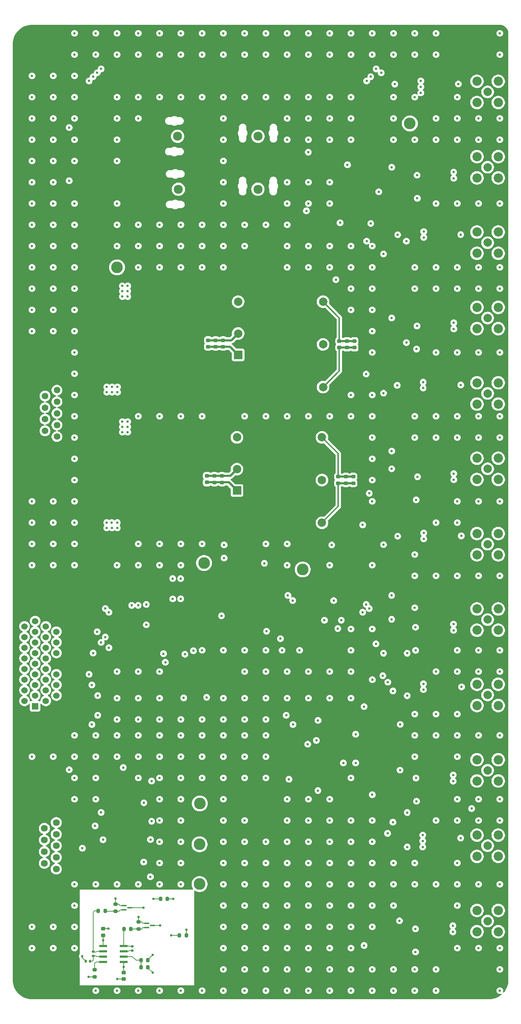
<source format=gbr>
%TF.GenerationSoftware,KiCad,Pcbnew,9.0.3*%
%TF.CreationDate,2025-09-16T13:44:48-04:00*%
%TF.ProjectId,WARM_TPC_Shaper,5741524d-5f54-4504-935f-536861706572,rev?*%
%TF.SameCoordinates,Original*%
%TF.FileFunction,Copper,L10,Bot*%
%TF.FilePolarity,Positive*%
%FSLAX46Y46*%
G04 Gerber Fmt 4.6, Leading zero omitted, Abs format (unit mm)*
G04 Created by KiCad (PCBNEW 9.0.3) date 2025-09-16 13:44:48*
%MOMM*%
%LPD*%
G01*
G04 APERTURE LIST*
G04 Aperture macros list*
%AMRoundRect*
0 Rectangle with rounded corners*
0 $1 Rounding radius*
0 $2 $3 $4 $5 $6 $7 $8 $9 X,Y pos of 4 corners*
0 Add a 4 corners polygon primitive as box body*
4,1,4,$2,$3,$4,$5,$6,$7,$8,$9,$2,$3,0*
0 Add four circle primitives for the rounded corners*
1,1,$1+$1,$2,$3*
1,1,$1+$1,$4,$5*
1,1,$1+$1,$6,$7*
1,1,$1+$1,$8,$9*
0 Add four rect primitives between the rounded corners*
20,1,$1+$1,$2,$3,$4,$5,0*
20,1,$1+$1,$4,$5,$6,$7,0*
20,1,$1+$1,$6,$7,$8,$9,0*
20,1,$1+$1,$8,$9,$2,$3,0*%
G04 Aperture macros list end*
%TA.AperFunction,ComponentPad*%
%ADD10C,2.800000*%
%TD*%
%TA.AperFunction,ComponentPad*%
%ADD11C,2.006600*%
%TD*%
%TA.AperFunction,ComponentPad*%
%ADD12C,2.209800*%
%TD*%
%TA.AperFunction,ComponentPad*%
%ADD13C,1.635000*%
%TD*%
%TA.AperFunction,ComponentPad*%
%ADD14C,4.216000*%
%TD*%
%TA.AperFunction,ComponentPad*%
%ADD15C,2.159000*%
%TD*%
%TA.AperFunction,ComponentPad*%
%ADD16R,2.000000X2.000000*%
%TD*%
%TA.AperFunction,ComponentPad*%
%ADD17C,2.000000*%
%TD*%
%TA.AperFunction,ComponentPad*%
%ADD18C,1.560000*%
%TD*%
%TA.AperFunction,ComponentPad*%
%ADD19C,6.400000*%
%TD*%
%TA.AperFunction,ComponentPad*%
%ADD20C,4.000000*%
%TD*%
%TA.AperFunction,ComponentPad*%
%ADD21R,1.530000X1.530000*%
%TD*%
%TA.AperFunction,ComponentPad*%
%ADD22C,1.530000*%
%TD*%
%TA.AperFunction,SMDPad,CuDef*%
%ADD23RoundRect,0.200000X0.275000X-0.200000X0.275000X0.200000X-0.275000X0.200000X-0.275000X-0.200000X0*%
%TD*%
%TA.AperFunction,SMDPad,CuDef*%
%ADD24RoundRect,0.200000X-0.275000X0.200000X-0.275000X-0.200000X0.275000X-0.200000X0.275000X0.200000X0*%
%TD*%
%TA.AperFunction,SMDPad,CuDef*%
%ADD25RoundRect,0.200000X-0.200000X-0.275000X0.200000X-0.275000X0.200000X0.275000X-0.200000X0.275000X0*%
%TD*%
%TA.AperFunction,SMDPad,CuDef*%
%ADD26R,1.981200X0.558800*%
%TD*%
%TA.AperFunction,SMDPad,CuDef*%
%ADD27RoundRect,0.225000X0.250000X-0.225000X0.250000X0.225000X-0.250000X0.225000X-0.250000X-0.225000X0*%
%TD*%
%TA.AperFunction,SMDPad,CuDef*%
%ADD28R,1.161200X0.350800*%
%TD*%
%TA.AperFunction,SMDPad,CuDef*%
%ADD29RoundRect,0.135000X0.185000X-0.135000X0.185000X0.135000X-0.185000X0.135000X-0.185000X-0.135000X0*%
%TD*%
%TA.AperFunction,SMDPad,CuDef*%
%ADD30RoundRect,0.200000X0.200000X0.275000X-0.200000X0.275000X-0.200000X-0.275000X0.200000X-0.275000X0*%
%TD*%
%TA.AperFunction,SMDPad,CuDef*%
%ADD31RoundRect,0.135000X-0.135000X-0.185000X0.135000X-0.185000X0.135000X0.185000X-0.135000X0.185000X0*%
%TD*%
%TA.AperFunction,ViaPad*%
%ADD32C,0.600000*%
%TD*%
%TA.AperFunction,Conductor*%
%ADD33C,0.500000*%
%TD*%
%TA.AperFunction,Conductor*%
%ADD34C,0.300000*%
%TD*%
%TA.AperFunction,Conductor*%
%ADD35C,0.200000*%
%TD*%
G04 APERTURE END LIST*
D10*
%TO.P,SEC_{RTN}1,1,1*%
%TO.N,/V_SEC_RTN*%
X181508400Y-163576000D03*
%TD*%
D11*
%TO.P,J13,1,SIGNAL*%
%TO.N,/M_SHPR_6*%
X225680000Y-247544999D03*
D12*
%TO.P,J13,2,GND*%
%TO.N,/PM3p3V_RTN*%
X228220000Y-245004999D03*
%TO.P,J13,3,GND*%
X223140000Y-245004999D03*
%TO.P,J13,4,GND*%
X223140000Y-250084999D03*
%TO.P,J13,5,GND*%
X228220000Y-250084999D03*
%TD*%
D10*
%TO.P,TELEM_{-5V}1,1,1*%
%TO.N,/TELEM_M5V*%
X156870400Y-238709200D03*
%TD*%
D13*
%TO.P,J15,1*%
%TO.N,/TELEM_RTN*%
X122640000Y-235115000D03*
%TO.P,J15,2*%
X122640000Y-232345000D03*
%TO.P,J15,3*%
%TO.N,unconnected-(J15-Pad3)*%
X122640000Y-229575000D03*
%TO.P,J15,4*%
%TO.N,/TELEM_RTN*%
X122640000Y-226805000D03*
%TO.P,J15,5*%
X122640000Y-224035000D03*
%TO.P,J15,6*%
%TO.N,/TELEM_M5V*%
X119800000Y-233730000D03*
%TO.P,J15,7*%
X119800000Y-230960000D03*
%TO.P,J15,8*%
%TO.N,/TELEM_P5V*%
X119800000Y-228190000D03*
%TO.P,J15,9*%
X119800000Y-225420000D03*
D14*
%TO.P,J15,S1*%
%TO.N,GNDPWR*%
X121220000Y-217075000D03*
%TO.P,J15,S2*%
X121220000Y-242075000D03*
%TD*%
D15*
%TO.P,P4,1,1*%
%TO.N,Net-(M2-Pad3)*%
X170830000Y-60150000D03*
%TD*%
D11*
%TO.P,J5,1,SIGNAL*%
%TO.N,/M_SHPR_2*%
X225680000Y-103544999D03*
D12*
%TO.P,J5,2,GND*%
%TO.N,/PM3p3V_RTN*%
X228220000Y-101004999D03*
%TO.P,J5,3,GND*%
X223140000Y-101004999D03*
%TO.P,J5,4,GND*%
X223140000Y-106084999D03*
%TO.P,J5,5,GND*%
X228220000Y-106084999D03*
%TD*%
D10*
%TO.P,TELEM_{RTN}2,1,1*%
%TO.N,/TELEM_RTN*%
X156870400Y-229209600D03*
%TD*%
D11*
%TO.P,J3,1,SIGNAL*%
%TO.N,/M_SHPR_1*%
X225680000Y-67544999D03*
D12*
%TO.P,J3,2,GND*%
%TO.N,/PM3p3V_RTN*%
X228220000Y-65004999D03*
%TO.P,J3,3,GND*%
X223140000Y-65004999D03*
%TO.P,J3,4,GND*%
X223140000Y-70084999D03*
%TO.P,J3,5,GND*%
X228220000Y-70084999D03*
%TD*%
D11*
%TO.P,J14,1,SIGNAL*%
%TO.N,/P_SHPR_6*%
X225680000Y-229544999D03*
D12*
%TO.P,J14,2,GND*%
%TO.N,/PM3p3V_RTN*%
X228220000Y-227004999D03*
%TO.P,J14,3,GND*%
X223140000Y-227004999D03*
%TO.P,J14,4,GND*%
X223140000Y-232084999D03*
%TO.P,J14,5,GND*%
X228220000Y-232084999D03*
%TD*%
D10*
%TO.P,TELEM_{RTN}1,1,1*%
%TO.N,/TELEM_RTN*%
X207111600Y-57099200D03*
%TD*%
D16*
%TO.P,U1,1,+VIN*%
%TO.N,Net-(U1-+VIN)*%
X166080000Y-112340000D03*
D17*
%TO.P,U1,2,-VIN*%
%TO.N,Net-(U1--VIN)*%
X166080000Y-107240000D03*
%TO.P,U1,3,+VOUT*%
%TO.N,/P3p3V*%
X186380000Y-120040000D03*
%TO.P,U1,4,TRIM*%
%TO.N,unconnected-(U1-TRIM-Pad4)*%
X186380000Y-109840000D03*
%TO.P,U1,5,-VOUT*%
%TO.N,/PM3p3V_RTN*%
X186380000Y-99640000D03*
%TO.P,U1,6,REMOTE*%
%TO.N,/Main_CKT/Enable*%
X166080000Y-99640000D03*
%TD*%
D11*
%TO.P,J11,1,SIGNAL*%
%TO.N,/M_SHPR_5*%
X225680000Y-211544999D03*
D12*
%TO.P,J11,2,GND*%
%TO.N,/PM3p3V_RTN*%
X228220000Y-209004999D03*
%TO.P,J11,3,GND*%
X223140000Y-209004999D03*
%TO.P,J11,4,GND*%
X223140000Y-214084999D03*
%TO.P,J11,5,GND*%
X228220000Y-214084999D03*
%TD*%
D10*
%TO.P,SEC_{RTN}2,1,1*%
%TO.N,/V_SEC_RTN*%
X137160000Y-91440000D03*
%TD*%
%TO.P,V_{EN}1,1,1*%
%TO.N,/Main_CKT/Enable*%
X157940000Y-162040000D03*
%TD*%
D18*
%TO.P,J2,1*%
%TO.N,/V_SEC_RTN*%
X122790000Y-120780000D03*
%TO.P,J2,2*%
X122790000Y-123550000D03*
%TO.P,J2,3*%
%TO.N,unconnected-(J2-Pad3)*%
X122790000Y-126320000D03*
%TO.P,J2,4*%
%TO.N,/V_SEC_RTN*%
X122790000Y-129090000D03*
%TO.P,J2,5*%
X122790000Y-131860000D03*
%TO.P,J2,6*%
%TO.N,/V_SEC_IN*%
X119950000Y-122165000D03*
%TO.P,J2,7*%
X119950000Y-124935000D03*
%TO.P,J2,8*%
X119950000Y-127705000D03*
%TO.P,J2,9*%
X119950000Y-130475000D03*
D14*
%TO.P,J2,S1*%
%TO.N,GNDPWR*%
X121370000Y-113820000D03*
%TO.P,J2,S2*%
X121370000Y-138820000D03*
%TD*%
D19*
%TO.P,H7,1,1*%
%TO.N,GNDPWR*%
X123000000Y-261620000D03*
%TD*%
%TO.P,H5,1,1*%
%TO.N,GNDPWR*%
X119380000Y-38000000D03*
%TD*%
D10*
%TO.P,TELEM_{+5V}1,1,1*%
%TO.N,/TELEM_P5V*%
X156921200Y-219456000D03*
%TD*%
D11*
%TO.P,J12,1,SIGNAL*%
%TO.N,/P_SHPR_5*%
X225680000Y-193544999D03*
D12*
%TO.P,J12,2,GND*%
%TO.N,/PM3p3V_RTN*%
X228220000Y-191004999D03*
%TO.P,J12,3,GND*%
X223140000Y-191004999D03*
%TO.P,J12,4,GND*%
X223140000Y-196084999D03*
%TO.P,J12,5,GND*%
X228220000Y-196084999D03*
%TD*%
D19*
%TO.P,H1,1,1*%
%TO.N,GNDPWR*%
X220000000Y-38000000D03*
%TD*%
D16*
%TO.P,U2,1,+VIN*%
%TO.N,Net-(U2-+VIN)*%
X165807500Y-144730000D03*
D17*
%TO.P,U2,2,-VIN*%
%TO.N,Net-(U2--VIN)*%
X165807500Y-139630000D03*
%TO.P,U2,3,+VOUT*%
%TO.N,/PM3p3V_RTN*%
X186107500Y-152430000D03*
%TO.P,U2,4,TRIM*%
%TO.N,unconnected-(U2-TRIM-Pad4)*%
X186107500Y-142230000D03*
%TO.P,U2,5,-VOUT*%
%TO.N,/M3p3V*%
X186107500Y-132030000D03*
%TO.P,U2,6,REMOTE*%
%TO.N,/Main_CKT/Enable*%
X165807500Y-132030000D03*
%TD*%
D19*
%TO.P,H2,1,1*%
%TO.N,GNDPWR*%
X171500000Y-90000000D03*
%TD*%
D11*
%TO.P,J10,1,SIGNAL*%
%TO.N,/P_SHPR_4*%
X225680000Y-157544999D03*
D12*
%TO.P,J10,2,GND*%
%TO.N,/PM3p3V_RTN*%
X228220000Y-155004999D03*
%TO.P,J10,3,GND*%
X223140000Y-155004999D03*
%TO.P,J10,4,GND*%
X223140000Y-160084999D03*
%TO.P,J10,5,GND*%
X228220000Y-160084999D03*
%TD*%
D11*
%TO.P,J6,1,SIGNAL*%
%TO.N,/P_SHPR_2*%
X225680000Y-85544999D03*
D12*
%TO.P,J6,2,GND*%
%TO.N,/PM3p3V_RTN*%
X228220000Y-83004999D03*
%TO.P,J6,3,GND*%
X223140000Y-83004999D03*
%TO.P,J6,4,GND*%
X223140000Y-88084999D03*
%TO.P,J6,5,GND*%
X228220000Y-88084999D03*
%TD*%
D15*
%TO.P,P1,1,1*%
%TO.N,Net-(P1-Pad1)*%
X151810600Y-72790000D03*
%TD*%
D11*
%TO.P,J9,1,SIGNAL*%
%TO.N,/M_SHPR_4*%
X225680000Y-175544999D03*
D12*
%TO.P,J9,2,GND*%
%TO.N,/PM3p3V_RTN*%
X228220000Y-173004999D03*
%TO.P,J9,3,GND*%
X223140000Y-173004999D03*
%TO.P,J9,4,GND*%
X223140000Y-178084999D03*
%TO.P,J9,5,GND*%
X228220000Y-178084999D03*
%TD*%
D19*
%TO.P,H4,1,1*%
%TO.N,GNDPWR*%
X220000000Y-261620000D03*
%TD*%
D11*
%TO.P,J4,1,SIGNAL*%
%TO.N,/P_SHPR_1*%
X225680000Y-49544999D03*
D12*
%TO.P,J4,2,GND*%
%TO.N,/PM3p3V_RTN*%
X228220000Y-47004999D03*
%TO.P,J4,3,GND*%
X223140000Y-47004999D03*
%TO.P,J4,4,GND*%
X223140000Y-52084999D03*
%TO.P,J4,5,GND*%
X228220000Y-52084999D03*
%TD*%
D19*
%TO.P,H3,1,1*%
%TO.N,GNDPWR*%
X171500000Y-220000000D03*
%TD*%
D15*
%TO.P,P2,1,1*%
%TO.N,Net-(M1-Pad3)*%
X170809800Y-72790000D03*
%TD*%
%TO.P,P3,1,1*%
%TO.N,Net-(P3-Pad1)*%
X151620000Y-60148000D03*
%TD*%
D11*
%TO.P,J8,1,SIGNAL*%
%TO.N,/P_SHPR_3*%
X225680000Y-121544999D03*
D12*
%TO.P,J8,2,GND*%
%TO.N,/PM3p3V_RTN*%
X228220000Y-119004999D03*
%TO.P,J8,3,GND*%
X223140000Y-119004999D03*
%TO.P,J8,4,GND*%
X223140000Y-124084999D03*
%TO.P,J8,5,GND*%
X228220000Y-124084999D03*
%TD*%
D20*
%TO.P,J1,0,PAD*%
%TO.N,GNDPWR*%
X118098000Y-171909500D03*
X118098000Y-200230500D03*
D21*
%TO.P,J1,1,1*%
%TO.N,/i_Sense_6-*%
X117590000Y-196230000D03*
D22*
%TO.P,J1,2,2*%
%TO.N,/TELEM_RTN*%
X115050000Y-194960000D03*
%TO.P,J1,3,3*%
%TO.N,/i_Sense_6+*%
X117590000Y-193690000D03*
%TO.P,J1,4,4*%
%TO.N,/TELEM_RTN*%
X115050000Y-192420000D03*
%TO.P,J1,5,5*%
%TO.N,/i_Sense_5-*%
X117590000Y-191150000D03*
%TO.P,J1,6,6*%
%TO.N,/TELEM_RTN*%
X115050000Y-189880000D03*
%TO.P,J1,7,7*%
%TO.N,/i_Sense_5+*%
X117590000Y-188610000D03*
%TO.P,J1,8,8*%
%TO.N,/TELEM_RTN*%
X115050000Y-187340000D03*
%TO.P,J1,9,9*%
X115050000Y-184800000D03*
%TO.P,J1,10,10*%
%TO.N,/i_Sense_4+*%
X117590000Y-183530000D03*
%TO.P,J1,11,11*%
%TO.N,/TELEM_RTN*%
X115050000Y-182260000D03*
%TO.P,J1,12,12*%
%TO.N,/i_Sense_3-*%
X117590000Y-180990000D03*
%TO.P,J1,13,13*%
%TO.N,/TELEM_RTN*%
X115050000Y-179720000D03*
%TO.P,J1,14,14*%
%TO.N,/i_Sense_3+*%
X117590000Y-178450000D03*
%TO.P,J1,15,15*%
%TO.N,/TELEM_RTN*%
X115050000Y-177180000D03*
%TO.P,J1,16,16*%
%TO.N,/Enable+*%
X117590000Y-175910000D03*
%TO.P,J1,17,17*%
%TO.N,/TELEM_RTN*%
X120130000Y-194960000D03*
%TO.P,J1,18,18*%
%TO.N,/P3p3V_MON*%
X122670000Y-193690000D03*
%TO.P,J1,19,19*%
%TO.N,/TELEM_RTN*%
X120130000Y-192420000D03*
%TO.P,J1,20,20*%
%TO.N,/M3p3V_MON*%
X122670000Y-191150000D03*
%TO.P,J1,21,21*%
%TO.N,/TEMP_MON*%
X120130000Y-189880000D03*
%TO.P,J1,22,22*%
%TO.N,/i_Sense_2-*%
X122670000Y-188610000D03*
%TO.P,J1,23,23*%
%TO.N,/TELEM_RTN*%
X120130000Y-187340000D03*
%TO.P,J1,24,24*%
%TO.N,/i_Sense_4-*%
X117590000Y-186070000D03*
%TO.P,J1,25,25*%
%TO.N,/TELEM_RTN*%
X120130000Y-184800000D03*
%TO.P,J1,26,26*%
%TO.N,/i_Sense_2+*%
X122670000Y-183530000D03*
%TO.P,J1,27,27*%
%TO.N,/TELEM_RTN*%
X120130000Y-182260000D03*
%TO.P,J1,28,28*%
%TO.N,/i_Sense_1-*%
X122670000Y-180990000D03*
%TO.P,J1,29,29*%
%TO.N,/TELEM_RTN*%
X120130000Y-179720000D03*
%TO.P,J1,30,30*%
%TO.N,/Enable-*%
X120130000Y-177180000D03*
%TO.P,J1,31,31*%
%TO.N,/i_Sense_1+*%
X122670000Y-178450000D03*
%TD*%
D11*
%TO.P,J7,1,SIGNAL*%
%TO.N,/M_SHPR_3*%
X225680000Y-139544999D03*
D12*
%TO.P,J7,2,GND*%
%TO.N,/PM3p3V_RTN*%
X228220000Y-137004999D03*
%TO.P,J7,3,GND*%
X223140000Y-137004999D03*
%TO.P,J7,4,GND*%
X223140000Y-142084999D03*
%TO.P,J7,5,GND*%
X228220000Y-142084999D03*
%TD*%
D23*
%TO.P,R53,1*%
%TO.N,/TELEM_RTN*%
X131776200Y-260860000D03*
%TO.P,R53,2*%
%TO.N,Net-(U16B-+INB)*%
X131776200Y-259210000D03*
%TD*%
D24*
%TO.P,R42,1*%
%TO.N,/TELEM_RTN*%
X142316199Y-247759999D03*
%TO.P,R42,2*%
%TO.N,Net-(M3-Pad1)*%
X142316199Y-249409999D03*
%TD*%
D25*
%TO.P,R43,1*%
%TO.N,Net-(LED1-Pad2)*%
X152071199Y-250924999D03*
%TO.P,R43,2*%
%TO.N,/TELEM_P5V*%
X153721199Y-250924999D03*
%TD*%
D26*
%TO.P,U16,1,A_OUT*%
%TO.N,Net-(U16A-A_OUT)*%
X138730000Y-253470000D03*
%TO.P,U16,2,-INA*%
%TO.N,Net-(U16A--INA)*%
X138730000Y-254740000D03*
%TO.P,U16,3,+INA*%
%TO.N,Net-(U16A-+INA)*%
X138730000Y-256010000D03*
%TO.P,U16,4,VSS*%
%TO.N,/TELEM_M5V*%
X138730000Y-257280000D03*
%TO.P,U16,5,+INB*%
%TO.N,Net-(U16B-+INB)*%
X133802400Y-257280000D03*
%TO.P,U16,6,-INB*%
%TO.N,Net-(U16B--INB)*%
X133802400Y-256010000D03*
%TO.P,U16,7,B_OUT*%
%TO.N,Net-(U16B-B_OUT)*%
X133802400Y-254740000D03*
%TO.P,U16,8,VCC*%
%TO.N,/TELEM_P5V*%
X133802400Y-253470000D03*
%TD*%
D27*
%TO.P,C7,1*%
%TO.N,/P3p3V*%
X193860000Y-110595000D03*
%TO.P,C7,2*%
%TO.N,/PM3p3V_RTN*%
X193860000Y-109045000D03*
%TD*%
%TO.P,C13,1*%
%TO.N,/PM3p3V_RTN*%
X191817500Y-142985000D03*
%TO.P,C13,2*%
%TO.N,/M3p3V*%
X191817500Y-141435000D03*
%TD*%
%TO.P,C3,1*%
%TO.N,Net-(U1-+VIN)*%
X160690000Y-110405000D03*
%TO.P,C3,2*%
%TO.N,Net-(U1--VIN)*%
X160690000Y-108855000D03*
%TD*%
%TO.P,C9,1*%
%TO.N,Net-(U2-+VIN)*%
X162217500Y-142795000D03*
%TO.P,C9,2*%
%TO.N,Net-(U2--VIN)*%
X162217500Y-141245000D03*
%TD*%
%TO.P,C8,1*%
%TO.N,/TELEM_P5V*%
X133796200Y-250930000D03*
%TO.P,C8,2*%
%TO.N,/TELEM_RTN*%
X133796200Y-249380000D03*
%TD*%
%TO.P,C4,1*%
%TO.N,Net-(U1-+VIN)*%
X158910000Y-110395000D03*
%TO.P,C4,2*%
%TO.N,Net-(U1--VIN)*%
X158910000Y-108845000D03*
%TD*%
%TO.P,C12,1*%
%TO.N,/PM3p3V_RTN*%
X189987500Y-142985000D03*
%TO.P,C12,2*%
%TO.N,/M3p3V*%
X189987500Y-141435000D03*
%TD*%
%TO.P,C15,1*%
%TO.N,/TELEM_RTN*%
X138746200Y-261380000D03*
%TO.P,C15,2*%
%TO.N,/TELEM_M5V*%
X138746200Y-259830000D03*
%TD*%
%TO.P,C11,1*%
%TO.N,Net-(U2-+VIN)*%
X158637500Y-142785000D03*
%TO.P,C11,2*%
%TO.N,Net-(U2--VIN)*%
X158637500Y-141235000D03*
%TD*%
D25*
%TO.P,R32,1*%
%TO.N,Net-(U16A-+INA)*%
X142871200Y-256885000D03*
%TO.P,R32,2*%
%TO.N,/TELEM_P5V*%
X144521200Y-256885000D03*
%TD*%
%TO.P,R41,1*%
%TO.N,Net-(U16A-A_OUT)*%
X138791199Y-249404999D03*
%TO.P,R41,2*%
%TO.N,Net-(M3-Pad1)*%
X140441199Y-249404999D03*
%TD*%
%TO.P,R44,1*%
%TO.N,Net-(U16B-B_OUT)*%
X132661200Y-245155000D03*
%TO.P,R44,2*%
%TO.N,Net-(M4-Pad1)*%
X134311200Y-245155000D03*
%TD*%
D28*
%TO.P,M3,1,1*%
%TO.N,Net-(M3-Pad1)*%
X144271199Y-249094998D03*
%TO.P,M3,2,2*%
%TO.N,/TELEM_RTN*%
X144271199Y-248095000D03*
%TO.P,M3,3,3*%
%TO.N,Net-(LED1-Pad1)*%
X145621199Y-248594999D03*
%TD*%
D25*
%TO.P,R50,1*%
%TO.N,Net-(LED2-Pad2)*%
X147521200Y-242225000D03*
%TO.P,R50,2*%
%TO.N,/TELEM_P5V*%
X149171200Y-242225000D03*
%TD*%
D24*
%TO.P,R49,1*%
%TO.N,/TELEM_RTN*%
X136786200Y-243530000D03*
%TO.P,R49,2*%
%TO.N,Net-(M4-Pad1)*%
X136786200Y-245180000D03*
%TD*%
D28*
%TO.P,M4,1,1*%
%TO.N,Net-(M4-Pad1)*%
X138791200Y-244844999D03*
%TO.P,M4,2,2*%
%TO.N,/TELEM_RTN*%
X138791200Y-243845001D03*
%TO.P,M4,3,3*%
%TO.N,Net-(LED2-Pad1)*%
X140141200Y-244345000D03*
%TD*%
D27*
%TO.P,C2,1*%
%TO.N,Net-(U1-+VIN)*%
X162490000Y-110405000D03*
%TO.P,C2,2*%
%TO.N,Net-(U1--VIN)*%
X162490000Y-108855000D03*
%TD*%
%TO.P,C14,1*%
%TO.N,/PM3p3V_RTN*%
X193587500Y-142985000D03*
%TO.P,C14,2*%
%TO.N,/M3p3V*%
X193587500Y-141435000D03*
%TD*%
D29*
%TO.P,R40,1*%
%TO.N,Net-(U16A--INA)*%
X140796200Y-254585000D03*
%TO.P,R40,2*%
%TO.N,Net-(U16A-A_OUT)*%
X140796200Y-253565000D03*
%TD*%
D30*
%TO.P,R39,1*%
%TO.N,/TELEM_RTN*%
X144521200Y-258595000D03*
%TO.P,R39,2*%
%TO.N,Net-(U16A-+INA)*%
X142871200Y-258595000D03*
%TD*%
D31*
%TO.P,R52,1*%
%TO.N,/TELEM_M5V*%
X129706200Y-257095000D03*
%TO.P,R52,2*%
%TO.N,Net-(U16B--INB)*%
X130726200Y-257095000D03*
%TD*%
D27*
%TO.P,C6,1*%
%TO.N,/P3p3V*%
X192090000Y-110595000D03*
%TO.P,C6,2*%
%TO.N,/PM3p3V_RTN*%
X192090000Y-109045000D03*
%TD*%
D29*
%TO.P,R51,1*%
%TO.N,Net-(U16B--INB)*%
X131456200Y-255885000D03*
%TO.P,R51,2*%
%TO.N,Net-(U16B-B_OUT)*%
X131456200Y-254865000D03*
%TD*%
D27*
%TO.P,C5,1*%
%TO.N,/P3p3V*%
X190260000Y-110595000D03*
%TO.P,C5,2*%
%TO.N,/PM3p3V_RTN*%
X190260000Y-109045000D03*
%TD*%
%TO.P,C10,1*%
%TO.N,Net-(U2-+VIN)*%
X160417500Y-142795000D03*
%TO.P,C10,2*%
%TO.N,Net-(U2--VIN)*%
X160417500Y-141245000D03*
%TD*%
D32*
%TO.N,/P3p3V*%
X206470000Y-183600000D03*
X200810000Y-121490000D03*
X206470000Y-193730000D03*
X200810000Y-183600000D03*
X209720000Y-49789999D03*
X206480000Y-221620000D03*
X200810000Y-157650000D03*
X210180000Y-229844999D03*
X206470000Y-229850000D03*
X200810000Y-88260000D03*
%TO.N,/PM3p3V_RTN*%
X188446000Y-157730000D03*
X189426000Y-94380000D03*
X221860000Y-220670000D03*
%TO.N,GNDPWR*%
X184796000Y-94380000D03*
X183886000Y-157730000D03*
%TO.N,/V_SEC_RTN*%
X187960000Y-40640000D03*
X218440000Y-152400000D03*
X121920000Y-66040000D03*
X127000000Y-147320000D03*
X147320000Y-81280000D03*
X157480000Y-157480000D03*
X213360000Y-60960000D03*
X121920000Y-152400000D03*
X139700000Y-129540000D03*
X187960000Y-35560000D03*
X116840000Y-152400000D03*
X127000000Y-45720000D03*
X167640000Y-50800000D03*
X138430000Y-98425000D03*
X127000000Y-50800000D03*
X177800000Y-157480000D03*
X223520000Y-111760000D03*
X142240000Y-55880000D03*
X121920000Y-162560000D03*
X182880000Y-86360000D03*
X127000000Y-60960000D03*
X162560000Y-60960000D03*
X208280000Y-40640000D03*
X228600000Y-147320000D03*
X198120000Y-101600000D03*
X172720000Y-50800000D03*
X116840000Y-81280000D03*
X150460000Y-165750000D03*
X198120000Y-162560000D03*
X142240000Y-35560000D03*
X116840000Y-96520000D03*
X198120000Y-121920000D03*
X198120000Y-91440000D03*
X213360000Y-96520000D03*
X228600000Y-165100000D03*
X223520000Y-55880000D03*
X127000000Y-106680000D03*
X139700000Y-130810000D03*
X147320000Y-50800000D03*
X127000000Y-40640000D03*
X228600000Y-35560000D03*
X223520000Y-147320000D03*
X162560000Y-81280000D03*
X193040000Y-40640000D03*
X116840000Y-86360000D03*
X132080000Y-40640000D03*
X182880000Y-40640000D03*
X116840000Y-71120000D03*
X147320000Y-86360000D03*
X177800000Y-76200000D03*
X228600000Y-60960000D03*
X116840000Y-91440000D03*
X152400000Y-157480000D03*
X203200000Y-55880000D03*
X213360000Y-55880000D03*
X182880000Y-60960000D03*
X208280000Y-96520000D03*
X139700000Y-98425000D03*
X198120000Y-106680000D03*
X187960000Y-76200000D03*
X121920000Y-81280000D03*
X132080000Y-35560000D03*
X213360000Y-165100000D03*
X228600000Y-132080000D03*
X137160000Y-81280000D03*
X198120000Y-35560000D03*
X203200000Y-40640000D03*
X193040000Y-35560000D03*
X213360000Y-152400000D03*
X193040000Y-86360000D03*
X218440000Y-165100000D03*
X193040000Y-121920000D03*
X162560000Y-50800000D03*
X208280000Y-132080000D03*
X203200000Y-35560000D03*
X152400000Y-86360000D03*
X127000000Y-157480000D03*
X218440000Y-127000000D03*
X223520000Y-96520000D03*
X193040000Y-55880000D03*
X157480000Y-127000000D03*
X172720000Y-40640000D03*
X208280000Y-127000000D03*
X157480000Y-35560000D03*
X177800000Y-86360000D03*
X121920000Y-76200000D03*
X138430000Y-130810000D03*
X218440000Y-76200000D03*
X127000000Y-127000000D03*
X147320000Y-162560000D03*
X193040000Y-101600000D03*
X121920000Y-71120000D03*
X198120000Y-142240000D03*
X121920000Y-101600000D03*
X177800000Y-35560000D03*
X152400000Y-40640000D03*
X218440000Y-132080000D03*
X127000000Y-96520000D03*
X167640000Y-81280000D03*
X147320000Y-35560000D03*
X157480000Y-86360000D03*
X198120000Y-96520000D03*
X127000000Y-91440000D03*
X223520000Y-127000000D03*
X228600000Y-55880000D03*
X142240000Y-91440000D03*
X127000000Y-111760000D03*
X193040000Y-127000000D03*
X187960000Y-55880000D03*
X172360000Y-162120000D03*
X198120000Y-86360000D03*
X127000000Y-137160000D03*
X142240000Y-162560000D03*
X138430000Y-128270000D03*
X137160000Y-162560000D03*
X137160000Y-35560000D03*
X193040000Y-96520000D03*
X138430000Y-97155000D03*
X142240000Y-81280000D03*
X142240000Y-50800000D03*
X162560000Y-66040000D03*
X127000000Y-132080000D03*
X172720000Y-127000000D03*
X208280000Y-91440000D03*
X152400000Y-162560000D03*
X142240000Y-127000000D03*
X203200000Y-50800000D03*
X223520000Y-76200000D03*
X218440000Y-111760000D03*
X223520000Y-165100000D03*
X127000000Y-86360000D03*
X127000000Y-66040000D03*
X121920000Y-106680000D03*
X198120000Y-137160000D03*
X167640000Y-127000000D03*
X177800000Y-60960000D03*
X142240000Y-86360000D03*
X147320000Y-91440000D03*
X152400000Y-81280000D03*
X228600000Y-111760000D03*
X172720000Y-35560000D03*
X218440000Y-91440000D03*
X127000000Y-101600000D03*
X152400000Y-35560000D03*
X116840000Y-50800000D03*
X218440000Y-60960000D03*
X177800000Y-91440000D03*
X187960000Y-60960000D03*
X193040000Y-60960000D03*
X198120000Y-111760000D03*
X152400000Y-127000000D03*
X223520000Y-132080000D03*
X137160000Y-55880000D03*
X127000000Y-121920000D03*
X152400000Y-91440000D03*
X182880000Y-35560000D03*
X147320000Y-157480000D03*
X127000000Y-116840000D03*
X127000000Y-35560000D03*
X218440000Y-55880000D03*
X182880000Y-76200000D03*
X142240000Y-40640000D03*
X177800000Y-55880000D03*
X137160000Y-60960000D03*
X187960000Y-127000000D03*
X208280000Y-165100000D03*
X187960000Y-71120000D03*
X193040000Y-50800000D03*
X152400000Y-50800000D03*
X228600000Y-76200000D03*
X157480000Y-40640000D03*
X213360000Y-111760000D03*
X116840000Y-45720000D03*
X121920000Y-60960000D03*
X218440000Y-50800000D03*
X116840000Y-60960000D03*
X228600000Y-96520000D03*
X121920000Y-86360000D03*
X198120000Y-132080000D03*
X203200000Y-60960000D03*
X139700000Y-128270000D03*
X223520000Y-91440000D03*
X172720000Y-157480000D03*
X218440000Y-147320000D03*
X121920000Y-91440000D03*
X228600000Y-91440000D03*
X138430000Y-129540000D03*
X162560000Y-76200000D03*
X187960000Y-50800000D03*
X177800000Y-50800000D03*
X121920000Y-55880000D03*
X116840000Y-76200000D03*
X147320000Y-40640000D03*
X139700000Y-95885000D03*
X182880000Y-50800000D03*
X162560000Y-35560000D03*
X162560000Y-86360000D03*
X147320000Y-127000000D03*
X152350000Y-165770000D03*
X137160000Y-86360000D03*
X198120000Y-127000000D03*
X139700000Y-97155000D03*
X182880000Y-55880000D03*
X182880000Y-127000000D03*
X177800000Y-40640000D03*
X162560000Y-71120000D03*
X187960000Y-86360000D03*
X127000000Y-55880000D03*
X116840000Y-101600000D03*
X167640000Y-86360000D03*
X177800000Y-81280000D03*
X127000000Y-142240000D03*
X127000000Y-76200000D03*
X157480000Y-81280000D03*
X121920000Y-147320000D03*
X157480000Y-50800000D03*
X137160000Y-66040000D03*
X137160000Y-40640000D03*
X138430000Y-95885000D03*
X182880000Y-91440000D03*
X208280000Y-50800000D03*
X121920000Y-50800000D03*
X127000000Y-81280000D03*
X213360000Y-132080000D03*
X213360000Y-76200000D03*
X187960000Y-91440000D03*
X162560000Y-55880000D03*
X223520000Y-60960000D03*
X121920000Y-96520000D03*
X218440000Y-96520000D03*
X121920000Y-45720000D03*
X228600000Y-40640000D03*
X198120000Y-40640000D03*
X193040000Y-91440000D03*
X121920000Y-157480000D03*
X116840000Y-106680000D03*
X116840000Y-66040000D03*
X213360000Y-40640000D03*
X213360000Y-91440000D03*
X157480000Y-91440000D03*
X116840000Y-55880000D03*
X127000000Y-152400000D03*
X177800000Y-127000000D03*
X177800000Y-162560000D03*
X162560000Y-91440000D03*
X142240000Y-157480000D03*
X228600000Y-127000000D03*
X213360000Y-127000000D03*
X208280000Y-160020000D03*
X116840000Y-162560000D03*
X116840000Y-157480000D03*
X167640000Y-35560000D03*
X162560000Y-40640000D03*
X137160000Y-50800000D03*
X198120000Y-147320000D03*
X137160000Y-76200000D03*
X213360000Y-35560000D03*
X177800000Y-71120000D03*
X187960000Y-162560000D03*
X127000000Y-162560000D03*
X182880000Y-71120000D03*
X208280000Y-35560000D03*
X172720000Y-81280000D03*
X116840000Y-147320000D03*
X167640000Y-40640000D03*
X208280000Y-60960000D03*
%TO.N,/M3p3V*%
X177980000Y-169790000D03*
X202750000Y-169790000D03*
X204800000Y-200580000D03*
X202770000Y-103530000D03*
X204620000Y-247480000D03*
X204770000Y-211500000D03*
X202760000Y-139540000D03*
X202760000Y-175480000D03*
X202770000Y-135310000D03*
X202770000Y-67540000D03*
%TO.N,/V_SEC_IN*%
X134720000Y-121250000D03*
X134682500Y-153660000D03*
X134682500Y-152390000D03*
X137260000Y-119980000D03*
X135990000Y-121250000D03*
X137222500Y-153660000D03*
X135952500Y-153660000D03*
X135990000Y-119980000D03*
X135902500Y-152390000D03*
X134720000Y-119980000D03*
X137260000Y-121250000D03*
X137222500Y-152390000D03*
%TO.N,/TELEM_RTN*%
X145130000Y-236970000D03*
X228600000Y-223520000D03*
X182880000Y-218440000D03*
X198120000Y-233680000D03*
X142240000Y-203200000D03*
X218440000Y-223520000D03*
X198120000Y-243840000D03*
X219470000Y-191614999D03*
X121920000Y-208280000D03*
X217570000Y-68694999D03*
X218440000Y-198120000D03*
X228600000Y-254000000D03*
X136786200Y-242165000D03*
X145140000Y-228080000D03*
X167640000Y-248920000D03*
X208280000Y-172720000D03*
X147320000Y-203200000D03*
X187960000Y-233680000D03*
X157480000Y-203200000D03*
X157480000Y-182880000D03*
X208280000Y-259080000D03*
X203200000Y-264160000D03*
X176580000Y-182880000D03*
X167640000Y-259080000D03*
X193040000Y-259080000D03*
X127000000Y-248920000D03*
X182880000Y-233680000D03*
X152400000Y-238760000D03*
X193040000Y-254000000D03*
X223520000Y-254000000D03*
X132080000Y-218440000D03*
X218440000Y-187960000D03*
X167640000Y-228600000D03*
X213360000Y-203200000D03*
X172720000Y-254000000D03*
X193040000Y-177800000D03*
X142240000Y-208280000D03*
X147320000Y-187960000D03*
X182880000Y-238760000D03*
X132080000Y-264160000D03*
X198120000Y-223520000D03*
X172720000Y-233680000D03*
X208570000Y-213394999D03*
X187960000Y-187960000D03*
X177800000Y-243840000D03*
X162560000Y-228600000D03*
X203200000Y-233680000D03*
X217600000Y-104689999D03*
X213360000Y-259080000D03*
X162560000Y-223520000D03*
X130376200Y-260865000D03*
X167640000Y-182880000D03*
X198120000Y-259080000D03*
X127000000Y-213360000D03*
X213360000Y-198120000D03*
X223520000Y-182880000D03*
X147320000Y-199390000D03*
X228600000Y-238760000D03*
X198120000Y-177800000D03*
X209730000Y-48339999D03*
X147320000Y-218440000D03*
X137160000Y-199390000D03*
X172720000Y-259080000D03*
X172720000Y-187960000D03*
X210290000Y-120254999D03*
X152400000Y-223520000D03*
X223520000Y-203200000D03*
X187960000Y-259080000D03*
X203200000Y-238760000D03*
X218440000Y-243840000D03*
X162560000Y-233680000D03*
X148695476Y-185749999D03*
X157480000Y-213360000D03*
X127000000Y-208280000D03*
X177800000Y-254000000D03*
X208470000Y-182894999D03*
X176190000Y-180100000D03*
X162560000Y-238760000D03*
X213360000Y-223520000D03*
X187960000Y-228600000D03*
X157480000Y-199390000D03*
X116840000Y-208280000D03*
X217450000Y-212659999D03*
X208460000Y-177384999D03*
X182880000Y-254000000D03*
X127000000Y-218440000D03*
X208280000Y-203200000D03*
X121920000Y-254000000D03*
X152400000Y-199390000D03*
X193040000Y-248920000D03*
X167640000Y-194310000D03*
X223520000Y-223520000D03*
X127000000Y-238760000D03*
X203200000Y-243840000D03*
X172720000Y-208280000D03*
X177800000Y-228600000D03*
X204198000Y-155624999D03*
X185180000Y-199630000D03*
X219270000Y-119534999D03*
X210420000Y-84289999D03*
X152400000Y-213360000D03*
X147320000Y-213360000D03*
X147320000Y-194310000D03*
X167640000Y-213360000D03*
X193040000Y-187960000D03*
X167640000Y-208280000D03*
X172720000Y-213360000D03*
X132080000Y-238760000D03*
X182880000Y-243840000D03*
X172720000Y-243840000D03*
X148265476Y-183690000D03*
X218680000Y-47664999D03*
X162560000Y-248920000D03*
X157480000Y-264160000D03*
X182880000Y-194310000D03*
X162560000Y-208280000D03*
X198120000Y-238760000D03*
X208890000Y-74959999D03*
X172720000Y-238760000D03*
X116840000Y-254000000D03*
X177800000Y-259080000D03*
X167640000Y-238760000D03*
X217370000Y-248649999D03*
X182720000Y-205310000D03*
X187960000Y-254000000D03*
X201780000Y-226610000D03*
X187960000Y-243840000D03*
X193040000Y-223520000D03*
X218440000Y-208280000D03*
X142240000Y-264160000D03*
X208820000Y-105434999D03*
X182880000Y-264160000D03*
X172720000Y-203200000D03*
X208700000Y-110954999D03*
X204070000Y-119619999D03*
X147320000Y-228600000D03*
X147320000Y-233680000D03*
X182850000Y-63940000D03*
X210340000Y-192284999D03*
X210190000Y-228394999D03*
X167640000Y-264160000D03*
X177800000Y-238760000D03*
X218440000Y-203200000D03*
X187960000Y-223520000D03*
X177800000Y-248920000D03*
X167640000Y-203200000D03*
X162560000Y-182880000D03*
X172720000Y-199390000D03*
X162560000Y-264160000D03*
X142240000Y-238760000D03*
X167640000Y-187960000D03*
X152350000Y-170580000D03*
X172720000Y-264160000D03*
X219230000Y-227724999D03*
X150470000Y-170610000D03*
X142316200Y-246515000D03*
X208460000Y-254914999D03*
X208280000Y-264160000D03*
X218440000Y-233680000D03*
X133820000Y-228120000D03*
X153075476Y-194250000D03*
X127000000Y-203200000D03*
X152400000Y-208280000D03*
X182880000Y-187960000D03*
X213360000Y-264160000D03*
X187960000Y-218440000D03*
X218440000Y-182880000D03*
X162560000Y-213360000D03*
X127000000Y-243840000D03*
X193040000Y-228600000D03*
X187960000Y-248920000D03*
X147320000Y-223520000D03*
X208710000Y-218930000D03*
X152400000Y-233680000D03*
X177800000Y-233680000D03*
X187960000Y-194310000D03*
X208280000Y-238760000D03*
X147320000Y-238760000D03*
X172720000Y-228600000D03*
X172720000Y-182880000D03*
X162560000Y-199390000D03*
X167640000Y-233680000D03*
X217530000Y-176629999D03*
X167640000Y-223520000D03*
X142240000Y-199390000D03*
X198120000Y-228600000D03*
X193040000Y-194310000D03*
X157480000Y-208280000D03*
X198120000Y-264160000D03*
X208280000Y-233680000D03*
X162560000Y-243840000D03*
X208280000Y-208280000D03*
X187960000Y-264160000D03*
X167640000Y-243840000D03*
X193040000Y-264160000D03*
X219390000Y-155574999D03*
X121920000Y-248920000D03*
X210418000Y-156259999D03*
X213360000Y-238760000D03*
X167640000Y-254000000D03*
X213360000Y-187960000D03*
X177800000Y-187960000D03*
X162560000Y-254000000D03*
X142240000Y-187960000D03*
X162560000Y-218440000D03*
X228600000Y-264160000D03*
X152400000Y-218440000D03*
X218440000Y-218440000D03*
X167640000Y-199390000D03*
X162560000Y-259080000D03*
X172720000Y-194310000D03*
X152400000Y-228600000D03*
X218440000Y-254000000D03*
X208280000Y-198120000D03*
X193040000Y-238760000D03*
X228600000Y-182880000D03*
X135116200Y-249380000D03*
X128880000Y-230150000D03*
X218440000Y-238760000D03*
X198120000Y-248920000D03*
X177800000Y-264160000D03*
X177800000Y-223520000D03*
X193040000Y-243840000D03*
X177800000Y-218440000D03*
X208620000Y-146964999D03*
X182390000Y-77960000D03*
X190730000Y-175700000D03*
X182880000Y-223520000D03*
X223520000Y-218440000D03*
X223520000Y-238760000D03*
X152400000Y-264160000D03*
X147320000Y-208280000D03*
X132080000Y-203200000D03*
X217600000Y-140689999D03*
X194160000Y-209790000D03*
X193040000Y-233680000D03*
X137226200Y-261375000D03*
X223520000Y-187960000D03*
X137160000Y-238760000D03*
X204200000Y-83654999D03*
X145420000Y-214110000D03*
X203200000Y-259080000D03*
X177800000Y-194310000D03*
X162560000Y-194310000D03*
X193040000Y-182880000D03*
X208440000Y-249394999D03*
X228600000Y-218440000D03*
X137160000Y-208280000D03*
X137160000Y-187960000D03*
X182880000Y-228600000D03*
X208940000Y-141439999D03*
X137160000Y-203200000D03*
X142240000Y-213360000D03*
X138640000Y-210880000D03*
X145666200Y-259885000D03*
X201840000Y-190500000D03*
X182880000Y-248920000D03*
X137160000Y-194310000D03*
X152400000Y-203200000D03*
X132080000Y-213360000D03*
X228600000Y-203200000D03*
X228600000Y-187960000D03*
X127000000Y-254000000D03*
X116840000Y-248920000D03*
X172720000Y-248920000D03*
X147320000Y-264160000D03*
X194160000Y-202930000D03*
X132080000Y-208280000D03*
X203510000Y-47704999D03*
X142240000Y-194310000D03*
X228600000Y-259080000D03*
X131910000Y-224810000D03*
X145430000Y-223710000D03*
X182880000Y-259080000D03*
X185140000Y-216380000D03*
X219260000Y-83619999D03*
X172870000Y-178340000D03*
X155405476Y-182990000D03*
X208835000Y-69429999D03*
X187960000Y-238760000D03*
X162560000Y-203200000D03*
X193040000Y-213360000D03*
X137160000Y-264160000D03*
X140660000Y-172170000D03*
%TO.N,/i_Sense_1+*%
X200260000Y-44990000D03*
X132420000Y-44970000D03*
X132420000Y-178460000D03*
%TO.N,/i_Sense_2+*%
X131450000Y-45910000D03*
X197760000Y-80950000D03*
X131450000Y-183540000D03*
X197760000Y-45910000D03*
%TO.N,/TELEM_P5V*%
X133350000Y-221600000D03*
X150576200Y-242235000D03*
X125720000Y-211410000D03*
X158560000Y-194110000D03*
X125730000Y-70770000D03*
X186700000Y-175700000D03*
X125730000Y-58070000D03*
X145666200Y-255625000D03*
X162110000Y-174650000D03*
X153716200Y-249575000D03*
X133796200Y-252115000D03*
%TO.N,/TELEM_M5V*%
X128880000Y-255940000D03*
X180770000Y-182880000D03*
X138730000Y-258515000D03*
%TO.N,/i_Sense_3+*%
X144150000Y-176790000D03*
X196660000Y-116920000D03*
X144150000Y-171930000D03*
X196670000Y-171930000D03*
%TO.N,/i_Sense_4+*%
X195830000Y-173800000D03*
X195830000Y-152930000D03*
X135200000Y-173800000D03*
X135200000Y-182270000D03*
%TO.N,/i_Sense_5+*%
X200640000Y-188950000D03*
%TO.N,/i_Sense_6+*%
X203050000Y-223930000D03*
X203080000Y-192590000D03*
%TO.N,/i_Sense_1-*%
X199670000Y-73400000D03*
X133360000Y-181010000D03*
X133357380Y-44063928D03*
X199060000Y-44070000D03*
%TO.N,/i_Sense_2-*%
X206270000Y-85190000D03*
X196790000Y-85190000D03*
X130470000Y-188620000D03*
X206274999Y-109404999D03*
X196790000Y-46940000D03*
X130470000Y-46940000D03*
%TO.N,/i_Sense_3-*%
X134350000Y-179710000D03*
X197410000Y-172910000D03*
X134360000Y-172920000D03*
X197410000Y-145404999D03*
%TO.N,/i_Sense_4-*%
X199010000Y-181350000D03*
%TO.N,/i_Sense_5-*%
X198140000Y-189900000D03*
X198130000Y-217370000D03*
%TO.N,/i_Sense_6-*%
X196180000Y-253370000D03*
X196180000Y-196340000D03*
%TO.N,Net-(U17A-A_OUT)*%
X179120000Y-171010000D03*
X190440000Y-80790000D03*
X188910000Y-171020000D03*
%TO.N,Net-(U17B-B_OUT)*%
X192210000Y-66960000D03*
X189890000Y-177690000D03*
%TO.N,/TELEM_P3p3V*%
X210418000Y-154859999D03*
X210340000Y-190884999D03*
X210190000Y-226994999D03*
X217380000Y-250119999D03*
X210290000Y-118854999D03*
X217460000Y-214129999D03*
X209730000Y-46939999D03*
X142210000Y-172150000D03*
X217610000Y-142159999D03*
X217610000Y-106159999D03*
X153375476Y-183820000D03*
X184780000Y-204410000D03*
X143570000Y-219300000D03*
X217540000Y-178099999D03*
X217580000Y-70164999D03*
X210420000Y-82889999D03*
%TO.N,/TELEM_M3p3V*%
X143530000Y-233450000D03*
X191210000Y-209790000D03*
%TO.N,Net-(LED1-Pad2)*%
X150106199Y-250914999D03*
%TO.N,Net-(LED1-Pad1)*%
X147476199Y-248594999D03*
%TO.N,Net-(LED2-Pad1)*%
X143486200Y-244345000D03*
%TO.N,Net-(LED2-Pad2)*%
X145836200Y-242255000D03*
%TO.N,/Main_CKT/Enable*%
X162740000Y-157720000D03*
X162740000Y-160850000D03*
%TO.N,/P3p3V_MON*%
X132530000Y-198410000D03*
X132530000Y-193700000D03*
X178230000Y-213670000D03*
X177570000Y-198410000D03*
%TO.N,/M3p3V_MON*%
X179200000Y-200600000D03*
X131149881Y-200600833D03*
X131150000Y-191160000D03*
%TD*%
D33*
%TO.N,Net-(U1--VIN)*%
X164475000Y-108845000D02*
X166080000Y-107240000D01*
X158910000Y-108845000D02*
X164475000Y-108845000D01*
%TO.N,Net-(U1-+VIN)*%
X158910000Y-110395000D02*
X164135000Y-110395000D01*
X164135000Y-110395000D02*
X166080000Y-112340000D01*
D34*
%TO.N,/P3p3V*%
X190260000Y-116160000D02*
X190260000Y-110595000D01*
X186380000Y-120040000D02*
X190260000Y-116160000D01*
D33*
X190260000Y-110595000D02*
X193860000Y-110595000D01*
D34*
%TO.N,/PM3p3V_RTN*%
X186107500Y-152430000D02*
X189987500Y-148550000D01*
D33*
X189987500Y-142985000D02*
X193587500Y-142985000D01*
X190260000Y-109045000D02*
X193860000Y-109045000D01*
D34*
X186380000Y-99640000D02*
X190260000Y-103520000D01*
X190260000Y-103520000D02*
X190260000Y-109045000D01*
D33*
X189987500Y-142985000D02*
X193587500Y-142985000D01*
D34*
X189987500Y-148550000D02*
X189987500Y-142985000D01*
D33*
X189987500Y-142985000D02*
X193587500Y-142985000D01*
%TO.N,Net-(U2-+VIN)*%
X158637500Y-142785000D02*
X163862500Y-142785000D01*
X163862500Y-142785000D02*
X165807500Y-144730000D01*
%TO.N,Net-(U2--VIN)*%
X158637500Y-141235000D02*
X164202500Y-141235000D01*
X164202500Y-141235000D02*
X165807500Y-139630000D01*
%TO.N,/M3p3V*%
X189987500Y-141435000D02*
X193587500Y-141435000D01*
D34*
X186107500Y-132030000D02*
X189987500Y-135910000D01*
D33*
X189987500Y-141435000D02*
X193587500Y-141435000D01*
X189987500Y-141435000D02*
X193587500Y-141435000D01*
D34*
X189987500Y-135910000D02*
X189987500Y-141435000D01*
D35*
%TO.N,/TELEM_RTN*%
X138791200Y-243845001D02*
X137896201Y-243845001D01*
X133796200Y-249380000D02*
X135116200Y-249380000D01*
X138746200Y-261380000D02*
X137231200Y-261380000D01*
X144521200Y-258595000D02*
X144521200Y-258740000D01*
X144521200Y-258740000D02*
X145666200Y-259885000D01*
X137581200Y-243530000D02*
X136786200Y-243530000D01*
X137231200Y-261380000D02*
X137226200Y-261375000D01*
X143356200Y-248095000D02*
X143021199Y-247759999D01*
X142316199Y-247759999D02*
X142316199Y-246504999D01*
X143021199Y-247759999D02*
X142316199Y-247759999D01*
X144271199Y-248095000D02*
X143356200Y-248095000D01*
X137896201Y-243845001D02*
X137581200Y-243530000D01*
X136786200Y-243530000D02*
X136786200Y-242165000D01*
X131776200Y-260860000D02*
X130381200Y-260860000D01*
X130381200Y-260860000D02*
X130376200Y-260865000D01*
%TO.N,/TELEM_P5V*%
X133802400Y-253470000D02*
X133802400Y-252121200D01*
X133796200Y-252115000D02*
X133796200Y-250930000D01*
X150566200Y-242225000D02*
X150576200Y-242235000D01*
X144521200Y-256885000D02*
X144521200Y-256770000D01*
X153721199Y-250924999D02*
X153721199Y-249579999D01*
X153721199Y-249579999D02*
X153716200Y-249575000D01*
X149171200Y-242225000D02*
X150566200Y-242225000D01*
X144521200Y-256770000D02*
X145666200Y-255625000D01*
X133802400Y-252121200D02*
X133796200Y-252115000D01*
%TO.N,/TELEM_M5V*%
X138730000Y-259813800D02*
X138746200Y-259830000D01*
X128880000Y-256268800D02*
X129706200Y-257095000D01*
X138730000Y-258515000D02*
X138730000Y-259813800D01*
X138730000Y-257280000D02*
X138730000Y-258515000D01*
X128880000Y-255940000D02*
X128880000Y-256268800D01*
%TO.N,Net-(LED1-Pad2)*%
X150116199Y-250924999D02*
X150106199Y-250914999D01*
X152071199Y-250924999D02*
X150116199Y-250924999D01*
%TO.N,Net-(LED1-Pad1)*%
X145621199Y-248594999D02*
X147476199Y-248594999D01*
%TO.N,Net-(LED2-Pad1)*%
X140141200Y-244345000D02*
X143486200Y-244345000D01*
%TO.N,Net-(LED2-Pad2)*%
X147521200Y-242225000D02*
X145866200Y-242225000D01*
X145866200Y-242225000D02*
X145836200Y-242255000D01*
%TO.N,Net-(M3-Pad1)*%
X143021199Y-249409999D02*
X142316199Y-249409999D01*
X142311199Y-249404999D02*
X142316199Y-249409999D01*
X144271199Y-249094998D02*
X143336200Y-249094998D01*
X140441199Y-249404999D02*
X142311199Y-249404999D01*
X143336200Y-249094998D02*
X143021199Y-249409999D01*
%TO.N,Net-(M4-Pad1)*%
X137946201Y-244844999D02*
X137611200Y-245180000D01*
X138791200Y-244844999D02*
X137946201Y-244844999D01*
X136786200Y-245180000D02*
X134336200Y-245180000D01*
X134336200Y-245180000D02*
X134311200Y-245155000D01*
X137611200Y-245180000D02*
X136786200Y-245180000D01*
%TO.N,Net-(U16A-+INA)*%
X140801200Y-256010000D02*
X138730000Y-256010000D01*
X141676200Y-256885000D02*
X140801200Y-256010000D01*
X142871200Y-256885000D02*
X141676200Y-256885000D01*
X142871200Y-258595000D02*
X142871200Y-256885000D01*
%TO.N,Net-(U16A--INA)*%
X139996200Y-254585000D02*
X140796200Y-254585000D01*
X139841200Y-254740000D02*
X139996200Y-254585000D01*
X138730000Y-254740000D02*
X139841200Y-254740000D01*
%TO.N,Net-(U16A-A_OUT)*%
X140046200Y-253565000D02*
X140796200Y-253565000D01*
X138730000Y-253470000D02*
X138730000Y-249466198D01*
X139951200Y-253470000D02*
X140046200Y-253565000D01*
X138730000Y-249466198D02*
X138791199Y-249404999D01*
X138730000Y-253470000D02*
X139951200Y-253470000D01*
%TO.N,Net-(U16B-B_OUT)*%
X131746200Y-245155000D02*
X132661200Y-245155000D01*
X131456200Y-245445000D02*
X131746200Y-245155000D01*
X131486200Y-254895000D02*
X131456200Y-254865000D01*
X132166200Y-254895000D02*
X131486200Y-254895000D01*
X133802400Y-254740000D02*
X132321200Y-254740000D01*
X131456200Y-254865000D02*
X131456200Y-245445000D01*
X132321200Y-254740000D02*
X132166200Y-254895000D01*
%TO.N,Net-(U16B--INB)*%
X132156200Y-255855000D02*
X131486200Y-255855000D01*
X131486200Y-255855000D02*
X131456200Y-255885000D01*
X132311200Y-256010000D02*
X132156200Y-255855000D01*
X130726200Y-257095000D02*
X131216200Y-257095000D01*
X133802400Y-256010000D02*
X132311200Y-256010000D01*
X131216200Y-257095000D02*
X131456200Y-256855000D01*
X131456200Y-256855000D02*
X131456200Y-255885000D01*
%TO.N,Net-(U16B-+INB)*%
X131776200Y-257615000D02*
X132111200Y-257280000D01*
X131776200Y-259210000D02*
X131776200Y-257615000D01*
X132111200Y-257280000D02*
X133802400Y-257280000D01*
%TD*%
%TA.AperFunction,Conductor*%
%TO.N,GNDPWR*%
G36*
X228604042Y-33520765D02*
G01*
X228626774Y-33522254D01*
X228858114Y-33537417D01*
X228874172Y-33539532D01*
X229119888Y-33588408D01*
X229135554Y-33592606D01*
X229286736Y-33643925D01*
X229372788Y-33673136D01*
X229387765Y-33679339D01*
X229605336Y-33786633D01*
X229612460Y-33790146D01*
X229626508Y-33798256D01*
X229834815Y-33937443D01*
X229847679Y-33947314D01*
X230036033Y-34112497D01*
X230047502Y-34123966D01*
X230212685Y-34312320D01*
X230222558Y-34325186D01*
X230240468Y-34351991D01*
X230361743Y-34533492D01*
X230369853Y-34547539D01*
X230480657Y-34772227D01*
X230486864Y-34787213D01*
X230567393Y-35024445D01*
X230571591Y-35040111D01*
X230620465Y-35285813D01*
X230622583Y-35301895D01*
X230639235Y-35555956D01*
X230639500Y-35564066D01*
X230639500Y-261617293D01*
X230639382Y-261622702D01*
X230622310Y-262013723D01*
X230621367Y-262024500D01*
X230570634Y-262409848D01*
X230568756Y-262420501D01*
X230484628Y-262799978D01*
X230481828Y-262810427D01*
X230364949Y-263181120D01*
X230361249Y-263191285D01*
X230212507Y-263550381D01*
X230207935Y-263560185D01*
X230028465Y-263904942D01*
X230023057Y-263914310D01*
X229814213Y-264242130D01*
X229808008Y-264250991D01*
X229571394Y-264559353D01*
X229564442Y-264567639D01*
X229552585Y-264580579D01*
X229492781Y-264616708D01*
X229422938Y-264614769D01*
X229365231Y-264575378D01*
X229337981Y-264511041D01*
X229346600Y-264449354D01*
X229369737Y-264393497D01*
X229400500Y-264238842D01*
X229400500Y-264081158D01*
X229400500Y-264081155D01*
X229400499Y-264081153D01*
X229369737Y-263926503D01*
X229360806Y-263904942D01*
X229309397Y-263780827D01*
X229309390Y-263780814D01*
X229221789Y-263649711D01*
X229221786Y-263649707D01*
X229110292Y-263538213D01*
X229110288Y-263538210D01*
X228979185Y-263450609D01*
X228979172Y-263450602D01*
X228833501Y-263390264D01*
X228833489Y-263390261D01*
X228678845Y-263359500D01*
X228678842Y-263359500D01*
X228521158Y-263359500D01*
X228521155Y-263359500D01*
X228366510Y-263390261D01*
X228366498Y-263390264D01*
X228220827Y-263450602D01*
X228220814Y-263450609D01*
X228089711Y-263538210D01*
X228089707Y-263538213D01*
X227978213Y-263649707D01*
X227978210Y-263649711D01*
X227890609Y-263780814D01*
X227890602Y-263780827D01*
X227830264Y-263926498D01*
X227830261Y-263926510D01*
X227799500Y-264081153D01*
X227799500Y-264238846D01*
X227830261Y-264393489D01*
X227830264Y-264393501D01*
X227890602Y-264539172D01*
X227890609Y-264539185D01*
X227978210Y-264670288D01*
X227978213Y-264670292D01*
X228089707Y-264781786D01*
X228089711Y-264781789D01*
X228220814Y-264869390D01*
X228220827Y-264869397D01*
X228344702Y-264920707D01*
X228366503Y-264929737D01*
X228474671Y-264951253D01*
X228521153Y-264960499D01*
X228521156Y-264960500D01*
X228521158Y-264960500D01*
X228678844Y-264960500D01*
X228678845Y-264960499D01*
X228833497Y-264929737D01*
X228889355Y-264906599D01*
X228903230Y-264905108D01*
X228915761Y-264898960D01*
X228937281Y-264901447D01*
X228958823Y-264899131D01*
X228971304Y-264905378D01*
X228985169Y-264906981D01*
X229001928Y-264920707D01*
X229021303Y-264930406D01*
X229028425Y-264942409D01*
X229039222Y-264951253D01*
X229045900Y-264971862D01*
X229056955Y-264990495D01*
X229056456Y-265004442D01*
X229060759Y-265017720D01*
X229055234Y-265038670D01*
X229054461Y-265060320D01*
X229046140Y-265073154D01*
X229042943Y-265085280D01*
X229020579Y-265112585D01*
X229007639Y-265124442D01*
X228999353Y-265131394D01*
X228690991Y-265368008D01*
X228682130Y-265374213D01*
X228354310Y-265583057D01*
X228344942Y-265588465D01*
X228000185Y-265767935D01*
X227990381Y-265772507D01*
X227631285Y-265921249D01*
X227621120Y-265924949D01*
X227250427Y-266041828D01*
X227239978Y-266044628D01*
X226860501Y-266128756D01*
X226849848Y-266130634D01*
X226464500Y-266181367D01*
X226453723Y-266182310D01*
X226062703Y-266199382D01*
X226057294Y-266199500D01*
X116842706Y-266199500D01*
X116837297Y-266199382D01*
X116446276Y-266182310D01*
X116435501Y-266181367D01*
X116346792Y-266169688D01*
X116050151Y-266130634D01*
X116039498Y-266128756D01*
X115660021Y-266044628D01*
X115649572Y-266041828D01*
X115278879Y-265924949D01*
X115268714Y-265921249D01*
X114909618Y-265772507D01*
X114899814Y-265767935D01*
X114555057Y-265588465D01*
X114545689Y-265583057D01*
X114217869Y-265374213D01*
X114209008Y-265368008D01*
X113900646Y-265131394D01*
X113892359Y-265124440D01*
X113605795Y-264861853D01*
X113598146Y-264854204D01*
X113335559Y-264567640D01*
X113328605Y-264559353D01*
X113091991Y-264250991D01*
X113085787Y-264242130D01*
X113021801Y-264141693D01*
X113021799Y-264141691D01*
X112983235Y-264081158D01*
X112983232Y-264081153D01*
X131279500Y-264081153D01*
X131279500Y-264238846D01*
X131310261Y-264393489D01*
X131310264Y-264393501D01*
X131370602Y-264539172D01*
X131370609Y-264539185D01*
X131458210Y-264670288D01*
X131458213Y-264670292D01*
X131569707Y-264781786D01*
X131569711Y-264781789D01*
X131700814Y-264869390D01*
X131700827Y-264869397D01*
X131824702Y-264920707D01*
X131846503Y-264929737D01*
X131954671Y-264951253D01*
X132001153Y-264960499D01*
X132001156Y-264960500D01*
X132001158Y-264960500D01*
X132158844Y-264960500D01*
X132158845Y-264960499D01*
X132313497Y-264929737D01*
X132459179Y-264869394D01*
X132590289Y-264781789D01*
X132701789Y-264670289D01*
X132789394Y-264539179D01*
X132849737Y-264393497D01*
X132880500Y-264238842D01*
X132880500Y-264081158D01*
X132880500Y-264081155D01*
X132880499Y-264081153D01*
X136359500Y-264081153D01*
X136359500Y-264238846D01*
X136390261Y-264393489D01*
X136390264Y-264393501D01*
X136450602Y-264539172D01*
X136450609Y-264539185D01*
X136538210Y-264670288D01*
X136538213Y-264670292D01*
X136649707Y-264781786D01*
X136649711Y-264781789D01*
X136780814Y-264869390D01*
X136780827Y-264869397D01*
X136904702Y-264920707D01*
X136926503Y-264929737D01*
X137034671Y-264951253D01*
X137081153Y-264960499D01*
X137081156Y-264960500D01*
X137081158Y-264960500D01*
X137238844Y-264960500D01*
X137238845Y-264960499D01*
X137393497Y-264929737D01*
X137539179Y-264869394D01*
X137670289Y-264781789D01*
X137781789Y-264670289D01*
X137869394Y-264539179D01*
X137929737Y-264393497D01*
X137960500Y-264238842D01*
X137960500Y-264081158D01*
X137960500Y-264081155D01*
X137960499Y-264081153D01*
X141439500Y-264081153D01*
X141439500Y-264238846D01*
X141470261Y-264393489D01*
X141470264Y-264393501D01*
X141530602Y-264539172D01*
X141530609Y-264539185D01*
X141618210Y-264670288D01*
X141618213Y-264670292D01*
X141729707Y-264781786D01*
X141729711Y-264781789D01*
X141860814Y-264869390D01*
X141860827Y-264869397D01*
X141984702Y-264920707D01*
X142006503Y-264929737D01*
X142114671Y-264951253D01*
X142161153Y-264960499D01*
X142161156Y-264960500D01*
X142161158Y-264960500D01*
X142318844Y-264960500D01*
X142318845Y-264960499D01*
X142473497Y-264929737D01*
X142619179Y-264869394D01*
X142750289Y-264781789D01*
X142861789Y-264670289D01*
X142949394Y-264539179D01*
X143009737Y-264393497D01*
X143040500Y-264238842D01*
X143040500Y-264081158D01*
X143040500Y-264081155D01*
X143040499Y-264081153D01*
X146519500Y-264081153D01*
X146519500Y-264238846D01*
X146550261Y-264393489D01*
X146550264Y-264393501D01*
X146610602Y-264539172D01*
X146610609Y-264539185D01*
X146698210Y-264670288D01*
X146698213Y-264670292D01*
X146809707Y-264781786D01*
X146809711Y-264781789D01*
X146940814Y-264869390D01*
X146940827Y-264869397D01*
X147064702Y-264920707D01*
X147086503Y-264929737D01*
X147194671Y-264951253D01*
X147241153Y-264960499D01*
X147241156Y-264960500D01*
X147241158Y-264960500D01*
X147398844Y-264960500D01*
X147398845Y-264960499D01*
X147553497Y-264929737D01*
X147699179Y-264869394D01*
X147830289Y-264781789D01*
X147941789Y-264670289D01*
X148029394Y-264539179D01*
X148089737Y-264393497D01*
X148120500Y-264238842D01*
X148120500Y-264081158D01*
X148120500Y-264081155D01*
X148120499Y-264081153D01*
X151599500Y-264081153D01*
X151599500Y-264238846D01*
X151630261Y-264393489D01*
X151630264Y-264393501D01*
X151690602Y-264539172D01*
X151690609Y-264539185D01*
X151778210Y-264670288D01*
X151778213Y-264670292D01*
X151889707Y-264781786D01*
X151889711Y-264781789D01*
X152020814Y-264869390D01*
X152020827Y-264869397D01*
X152144702Y-264920707D01*
X152166503Y-264929737D01*
X152274671Y-264951253D01*
X152321153Y-264960499D01*
X152321156Y-264960500D01*
X152321158Y-264960500D01*
X152478844Y-264960500D01*
X152478845Y-264960499D01*
X152633497Y-264929737D01*
X152779179Y-264869394D01*
X152910289Y-264781789D01*
X153021789Y-264670289D01*
X153109394Y-264539179D01*
X153169737Y-264393497D01*
X153200500Y-264238842D01*
X153200500Y-264081158D01*
X153200500Y-264081155D01*
X153200499Y-264081153D01*
X156679500Y-264081153D01*
X156679500Y-264238846D01*
X156710261Y-264393489D01*
X156710264Y-264393501D01*
X156770602Y-264539172D01*
X156770609Y-264539185D01*
X156858210Y-264670288D01*
X156858213Y-264670292D01*
X156969707Y-264781786D01*
X156969711Y-264781789D01*
X157100814Y-264869390D01*
X157100827Y-264869397D01*
X157224702Y-264920707D01*
X157246503Y-264929737D01*
X157354671Y-264951253D01*
X157401153Y-264960499D01*
X157401156Y-264960500D01*
X157401158Y-264960500D01*
X157558844Y-264960500D01*
X157558845Y-264960499D01*
X157713497Y-264929737D01*
X157859179Y-264869394D01*
X157990289Y-264781789D01*
X158101789Y-264670289D01*
X158189394Y-264539179D01*
X158249737Y-264393497D01*
X158280500Y-264238842D01*
X158280500Y-264081158D01*
X158280500Y-264081155D01*
X158280499Y-264081153D01*
X161759500Y-264081153D01*
X161759500Y-264238846D01*
X161790261Y-264393489D01*
X161790264Y-264393501D01*
X161850602Y-264539172D01*
X161850609Y-264539185D01*
X161938210Y-264670288D01*
X161938213Y-264670292D01*
X162049707Y-264781786D01*
X162049711Y-264781789D01*
X162180814Y-264869390D01*
X162180827Y-264869397D01*
X162304702Y-264920707D01*
X162326503Y-264929737D01*
X162434671Y-264951253D01*
X162481153Y-264960499D01*
X162481156Y-264960500D01*
X162481158Y-264960500D01*
X162638844Y-264960500D01*
X162638845Y-264960499D01*
X162793497Y-264929737D01*
X162939179Y-264869394D01*
X163070289Y-264781789D01*
X163181789Y-264670289D01*
X163269394Y-264539179D01*
X163329737Y-264393497D01*
X163360500Y-264238842D01*
X163360500Y-264081158D01*
X163360500Y-264081155D01*
X163360499Y-264081153D01*
X166839500Y-264081153D01*
X166839500Y-264238846D01*
X166870261Y-264393489D01*
X166870264Y-264393501D01*
X166930602Y-264539172D01*
X166930609Y-264539185D01*
X167018210Y-264670288D01*
X167018213Y-264670292D01*
X167129707Y-264781786D01*
X167129711Y-264781789D01*
X167260814Y-264869390D01*
X167260827Y-264869397D01*
X167384702Y-264920707D01*
X167406503Y-264929737D01*
X167514671Y-264951253D01*
X167561153Y-264960499D01*
X167561156Y-264960500D01*
X167561158Y-264960500D01*
X167718844Y-264960500D01*
X167718845Y-264960499D01*
X167873497Y-264929737D01*
X168019179Y-264869394D01*
X168150289Y-264781789D01*
X168261789Y-264670289D01*
X168349394Y-264539179D01*
X168409737Y-264393497D01*
X168440500Y-264238842D01*
X168440500Y-264081158D01*
X168440500Y-264081155D01*
X168440499Y-264081153D01*
X171919500Y-264081153D01*
X171919500Y-264238846D01*
X171950261Y-264393489D01*
X171950264Y-264393501D01*
X172010602Y-264539172D01*
X172010609Y-264539185D01*
X172098210Y-264670288D01*
X172098213Y-264670292D01*
X172209707Y-264781786D01*
X172209711Y-264781789D01*
X172340814Y-264869390D01*
X172340827Y-264869397D01*
X172464702Y-264920707D01*
X172486503Y-264929737D01*
X172594671Y-264951253D01*
X172641153Y-264960499D01*
X172641156Y-264960500D01*
X172641158Y-264960500D01*
X172798844Y-264960500D01*
X172798845Y-264960499D01*
X172953497Y-264929737D01*
X173099179Y-264869394D01*
X173230289Y-264781789D01*
X173341789Y-264670289D01*
X173429394Y-264539179D01*
X173489737Y-264393497D01*
X173520500Y-264238842D01*
X173520500Y-264081158D01*
X173520500Y-264081155D01*
X173520499Y-264081153D01*
X176999500Y-264081153D01*
X176999500Y-264238846D01*
X177030261Y-264393489D01*
X177030264Y-264393501D01*
X177090602Y-264539172D01*
X177090609Y-264539185D01*
X177178210Y-264670288D01*
X177178213Y-264670292D01*
X177289707Y-264781786D01*
X177289711Y-264781789D01*
X177420814Y-264869390D01*
X177420827Y-264869397D01*
X177544702Y-264920707D01*
X177566503Y-264929737D01*
X177674671Y-264951253D01*
X177721153Y-264960499D01*
X177721156Y-264960500D01*
X177721158Y-264960500D01*
X177878844Y-264960500D01*
X177878845Y-264960499D01*
X178033497Y-264929737D01*
X178179179Y-264869394D01*
X178310289Y-264781789D01*
X178421789Y-264670289D01*
X178509394Y-264539179D01*
X178569737Y-264393497D01*
X178600500Y-264238842D01*
X178600500Y-264081158D01*
X178600500Y-264081155D01*
X178600499Y-264081153D01*
X182079500Y-264081153D01*
X182079500Y-264238846D01*
X182110261Y-264393489D01*
X182110264Y-264393501D01*
X182170602Y-264539172D01*
X182170609Y-264539185D01*
X182258210Y-264670288D01*
X182258213Y-264670292D01*
X182369707Y-264781786D01*
X182369711Y-264781789D01*
X182500814Y-264869390D01*
X182500827Y-264869397D01*
X182624702Y-264920707D01*
X182646503Y-264929737D01*
X182754671Y-264951253D01*
X182801153Y-264960499D01*
X182801156Y-264960500D01*
X182801158Y-264960500D01*
X182958844Y-264960500D01*
X182958845Y-264960499D01*
X183113497Y-264929737D01*
X183259179Y-264869394D01*
X183390289Y-264781789D01*
X183501789Y-264670289D01*
X183589394Y-264539179D01*
X183649737Y-264393497D01*
X183680500Y-264238842D01*
X183680500Y-264081158D01*
X183680500Y-264081155D01*
X183680499Y-264081153D01*
X187159500Y-264081153D01*
X187159500Y-264238846D01*
X187190261Y-264393489D01*
X187190264Y-264393501D01*
X187250602Y-264539172D01*
X187250609Y-264539185D01*
X187338210Y-264670288D01*
X187338213Y-264670292D01*
X187449707Y-264781786D01*
X187449711Y-264781789D01*
X187580814Y-264869390D01*
X187580827Y-264869397D01*
X187704702Y-264920707D01*
X187726503Y-264929737D01*
X187834671Y-264951253D01*
X187881153Y-264960499D01*
X187881156Y-264960500D01*
X187881158Y-264960500D01*
X188038844Y-264960500D01*
X188038845Y-264960499D01*
X188193497Y-264929737D01*
X188339179Y-264869394D01*
X188470289Y-264781789D01*
X188581789Y-264670289D01*
X188669394Y-264539179D01*
X188729737Y-264393497D01*
X188760500Y-264238842D01*
X188760500Y-264081158D01*
X188760500Y-264081155D01*
X188760499Y-264081153D01*
X192239500Y-264081153D01*
X192239500Y-264238846D01*
X192270261Y-264393489D01*
X192270264Y-264393501D01*
X192330602Y-264539172D01*
X192330609Y-264539185D01*
X192418210Y-264670288D01*
X192418213Y-264670292D01*
X192529707Y-264781786D01*
X192529711Y-264781789D01*
X192660814Y-264869390D01*
X192660827Y-264869397D01*
X192784702Y-264920707D01*
X192806503Y-264929737D01*
X192914671Y-264951253D01*
X192961153Y-264960499D01*
X192961156Y-264960500D01*
X192961158Y-264960500D01*
X193118844Y-264960500D01*
X193118845Y-264960499D01*
X193273497Y-264929737D01*
X193419179Y-264869394D01*
X193550289Y-264781789D01*
X193661789Y-264670289D01*
X193749394Y-264539179D01*
X193809737Y-264393497D01*
X193840500Y-264238842D01*
X193840500Y-264081158D01*
X193840500Y-264081155D01*
X193840499Y-264081153D01*
X197319500Y-264081153D01*
X197319500Y-264238846D01*
X197350261Y-264393489D01*
X197350264Y-264393501D01*
X197410602Y-264539172D01*
X197410609Y-264539185D01*
X197498210Y-264670288D01*
X197498213Y-264670292D01*
X197609707Y-264781786D01*
X197609711Y-264781789D01*
X197740814Y-264869390D01*
X197740827Y-264869397D01*
X197864702Y-264920707D01*
X197886503Y-264929737D01*
X197994671Y-264951253D01*
X198041153Y-264960499D01*
X198041156Y-264960500D01*
X198041158Y-264960500D01*
X198198844Y-264960500D01*
X198198845Y-264960499D01*
X198353497Y-264929737D01*
X198499179Y-264869394D01*
X198630289Y-264781789D01*
X198741789Y-264670289D01*
X198829394Y-264539179D01*
X198889737Y-264393497D01*
X198920500Y-264238842D01*
X198920500Y-264081158D01*
X198920500Y-264081155D01*
X198920499Y-264081153D01*
X202399500Y-264081153D01*
X202399500Y-264238846D01*
X202430261Y-264393489D01*
X202430264Y-264393501D01*
X202490602Y-264539172D01*
X202490609Y-264539185D01*
X202578210Y-264670288D01*
X202578213Y-264670292D01*
X202689707Y-264781786D01*
X202689711Y-264781789D01*
X202820814Y-264869390D01*
X202820827Y-264869397D01*
X202944702Y-264920707D01*
X202966503Y-264929737D01*
X203074671Y-264951253D01*
X203121153Y-264960499D01*
X203121156Y-264960500D01*
X203121158Y-264960500D01*
X203278844Y-264960500D01*
X203278845Y-264960499D01*
X203433497Y-264929737D01*
X203579179Y-264869394D01*
X203710289Y-264781789D01*
X203821789Y-264670289D01*
X203909394Y-264539179D01*
X203969737Y-264393497D01*
X204000500Y-264238842D01*
X204000500Y-264081158D01*
X204000500Y-264081155D01*
X204000499Y-264081153D01*
X207479500Y-264081153D01*
X207479500Y-264238846D01*
X207510261Y-264393489D01*
X207510264Y-264393501D01*
X207570602Y-264539172D01*
X207570609Y-264539185D01*
X207658210Y-264670288D01*
X207658213Y-264670292D01*
X207769707Y-264781786D01*
X207769711Y-264781789D01*
X207900814Y-264869390D01*
X207900827Y-264869397D01*
X208024702Y-264920707D01*
X208046503Y-264929737D01*
X208154671Y-264951253D01*
X208201153Y-264960499D01*
X208201156Y-264960500D01*
X208201158Y-264960500D01*
X208358844Y-264960500D01*
X208358845Y-264960499D01*
X208513497Y-264929737D01*
X208659179Y-264869394D01*
X208790289Y-264781789D01*
X208901789Y-264670289D01*
X208989394Y-264539179D01*
X209049737Y-264393497D01*
X209080500Y-264238842D01*
X209080500Y-264081158D01*
X209080500Y-264081155D01*
X209080499Y-264081153D01*
X212559500Y-264081153D01*
X212559500Y-264238846D01*
X212590261Y-264393489D01*
X212590264Y-264393501D01*
X212650602Y-264539172D01*
X212650609Y-264539185D01*
X212738210Y-264670288D01*
X212738213Y-264670292D01*
X212849707Y-264781786D01*
X212849711Y-264781789D01*
X212980814Y-264869390D01*
X212980827Y-264869397D01*
X213104702Y-264920707D01*
X213126503Y-264929737D01*
X213234671Y-264951253D01*
X213281153Y-264960499D01*
X213281156Y-264960500D01*
X213281158Y-264960500D01*
X213438844Y-264960500D01*
X213438845Y-264960499D01*
X213593497Y-264929737D01*
X213739179Y-264869394D01*
X213870289Y-264781789D01*
X213981789Y-264670289D01*
X214069394Y-264539179D01*
X214129737Y-264393497D01*
X214160500Y-264238842D01*
X214160500Y-264081158D01*
X214160500Y-264081155D01*
X214160499Y-264081153D01*
X214129737Y-263926503D01*
X214120806Y-263904942D01*
X214069397Y-263780827D01*
X214069390Y-263780814D01*
X213981789Y-263649711D01*
X213981786Y-263649707D01*
X213870292Y-263538213D01*
X213870288Y-263538210D01*
X213739185Y-263450609D01*
X213739172Y-263450602D01*
X213593501Y-263390264D01*
X213593489Y-263390261D01*
X213438845Y-263359500D01*
X213438842Y-263359500D01*
X213281158Y-263359500D01*
X213281155Y-263359500D01*
X213126510Y-263390261D01*
X213126498Y-263390264D01*
X212980827Y-263450602D01*
X212980814Y-263450609D01*
X212849711Y-263538210D01*
X212849707Y-263538213D01*
X212738213Y-263649707D01*
X212738210Y-263649711D01*
X212650609Y-263780814D01*
X212650602Y-263780827D01*
X212590264Y-263926498D01*
X212590261Y-263926510D01*
X212559500Y-264081153D01*
X209080499Y-264081153D01*
X209049737Y-263926503D01*
X209040806Y-263904942D01*
X208989397Y-263780827D01*
X208989390Y-263780814D01*
X208901789Y-263649711D01*
X208901786Y-263649707D01*
X208790292Y-263538213D01*
X208790288Y-263538210D01*
X208659185Y-263450609D01*
X208659172Y-263450602D01*
X208513501Y-263390264D01*
X208513489Y-263390261D01*
X208358845Y-263359500D01*
X208358842Y-263359500D01*
X208201158Y-263359500D01*
X208201155Y-263359500D01*
X208046510Y-263390261D01*
X208046498Y-263390264D01*
X207900827Y-263450602D01*
X207900814Y-263450609D01*
X207769711Y-263538210D01*
X207769707Y-263538213D01*
X207658213Y-263649707D01*
X207658210Y-263649711D01*
X207570609Y-263780814D01*
X207570602Y-263780827D01*
X207510264Y-263926498D01*
X207510261Y-263926510D01*
X207479500Y-264081153D01*
X204000499Y-264081153D01*
X203969737Y-263926503D01*
X203960806Y-263904942D01*
X203909397Y-263780827D01*
X203909390Y-263780814D01*
X203821789Y-263649711D01*
X203821786Y-263649707D01*
X203710292Y-263538213D01*
X203710288Y-263538210D01*
X203579185Y-263450609D01*
X203579172Y-263450602D01*
X203433501Y-263390264D01*
X203433489Y-263390261D01*
X203278845Y-263359500D01*
X203278842Y-263359500D01*
X203121158Y-263359500D01*
X203121155Y-263359500D01*
X202966510Y-263390261D01*
X202966498Y-263390264D01*
X202820827Y-263450602D01*
X202820814Y-263450609D01*
X202689711Y-263538210D01*
X202689707Y-263538213D01*
X202578213Y-263649707D01*
X202578210Y-263649711D01*
X202490609Y-263780814D01*
X202490602Y-263780827D01*
X202430264Y-263926498D01*
X202430261Y-263926510D01*
X202399500Y-264081153D01*
X198920499Y-264081153D01*
X198889737Y-263926503D01*
X198880806Y-263904942D01*
X198829397Y-263780827D01*
X198829390Y-263780814D01*
X198741789Y-263649711D01*
X198741786Y-263649707D01*
X198630292Y-263538213D01*
X198630288Y-263538210D01*
X198499185Y-263450609D01*
X198499172Y-263450602D01*
X198353501Y-263390264D01*
X198353489Y-263390261D01*
X198198845Y-263359500D01*
X198198842Y-263359500D01*
X198041158Y-263359500D01*
X198041155Y-263359500D01*
X197886510Y-263390261D01*
X197886498Y-263390264D01*
X197740827Y-263450602D01*
X197740814Y-263450609D01*
X197609711Y-263538210D01*
X197609707Y-263538213D01*
X197498213Y-263649707D01*
X197498210Y-263649711D01*
X197410609Y-263780814D01*
X197410602Y-263780827D01*
X197350264Y-263926498D01*
X197350261Y-263926510D01*
X197319500Y-264081153D01*
X193840499Y-264081153D01*
X193809737Y-263926503D01*
X193800806Y-263904942D01*
X193749397Y-263780827D01*
X193749390Y-263780814D01*
X193661789Y-263649711D01*
X193661786Y-263649707D01*
X193550292Y-263538213D01*
X193550288Y-263538210D01*
X193419185Y-263450609D01*
X193419172Y-263450602D01*
X193273501Y-263390264D01*
X193273489Y-263390261D01*
X193118845Y-263359500D01*
X193118842Y-263359500D01*
X192961158Y-263359500D01*
X192961155Y-263359500D01*
X192806510Y-263390261D01*
X192806498Y-263390264D01*
X192660827Y-263450602D01*
X192660814Y-263450609D01*
X192529711Y-263538210D01*
X192529707Y-263538213D01*
X192418213Y-263649707D01*
X192418210Y-263649711D01*
X192330609Y-263780814D01*
X192330602Y-263780827D01*
X192270264Y-263926498D01*
X192270261Y-263926510D01*
X192239500Y-264081153D01*
X188760499Y-264081153D01*
X188729737Y-263926503D01*
X188720806Y-263904942D01*
X188669397Y-263780827D01*
X188669390Y-263780814D01*
X188581789Y-263649711D01*
X188581786Y-263649707D01*
X188470292Y-263538213D01*
X188470288Y-263538210D01*
X188339185Y-263450609D01*
X188339172Y-263450602D01*
X188193501Y-263390264D01*
X188193489Y-263390261D01*
X188038845Y-263359500D01*
X188038842Y-263359500D01*
X187881158Y-263359500D01*
X187881155Y-263359500D01*
X187726510Y-263390261D01*
X187726498Y-263390264D01*
X187580827Y-263450602D01*
X187580814Y-263450609D01*
X187449711Y-263538210D01*
X187449707Y-263538213D01*
X187338213Y-263649707D01*
X187338210Y-263649711D01*
X187250609Y-263780814D01*
X187250602Y-263780827D01*
X187190264Y-263926498D01*
X187190261Y-263926510D01*
X187159500Y-264081153D01*
X183680499Y-264081153D01*
X183649737Y-263926503D01*
X183640806Y-263904942D01*
X183589397Y-263780827D01*
X183589390Y-263780814D01*
X183501789Y-263649711D01*
X183501786Y-263649707D01*
X183390292Y-263538213D01*
X183390288Y-263538210D01*
X183259185Y-263450609D01*
X183259172Y-263450602D01*
X183113501Y-263390264D01*
X183113489Y-263390261D01*
X182958845Y-263359500D01*
X182958842Y-263359500D01*
X182801158Y-263359500D01*
X182801155Y-263359500D01*
X182646510Y-263390261D01*
X182646498Y-263390264D01*
X182500827Y-263450602D01*
X182500814Y-263450609D01*
X182369711Y-263538210D01*
X182369707Y-263538213D01*
X182258213Y-263649707D01*
X182258210Y-263649711D01*
X182170609Y-263780814D01*
X182170602Y-263780827D01*
X182110264Y-263926498D01*
X182110261Y-263926510D01*
X182079500Y-264081153D01*
X178600499Y-264081153D01*
X178569737Y-263926503D01*
X178560806Y-263904942D01*
X178509397Y-263780827D01*
X178509390Y-263780814D01*
X178421789Y-263649711D01*
X178421786Y-263649707D01*
X178310292Y-263538213D01*
X178310288Y-263538210D01*
X178179185Y-263450609D01*
X178179172Y-263450602D01*
X178033501Y-263390264D01*
X178033489Y-263390261D01*
X177878845Y-263359500D01*
X177878842Y-263359500D01*
X177721158Y-263359500D01*
X177721155Y-263359500D01*
X177566510Y-263390261D01*
X177566498Y-263390264D01*
X177420827Y-263450602D01*
X177420814Y-263450609D01*
X177289711Y-263538210D01*
X177289707Y-263538213D01*
X177178213Y-263649707D01*
X177178210Y-263649711D01*
X177090609Y-263780814D01*
X177090602Y-263780827D01*
X177030264Y-263926498D01*
X177030261Y-263926510D01*
X176999500Y-264081153D01*
X173520499Y-264081153D01*
X173489737Y-263926503D01*
X173480806Y-263904942D01*
X173429397Y-263780827D01*
X173429390Y-263780814D01*
X173341789Y-263649711D01*
X173341786Y-263649707D01*
X173230292Y-263538213D01*
X173230288Y-263538210D01*
X173099185Y-263450609D01*
X173099172Y-263450602D01*
X172953501Y-263390264D01*
X172953489Y-263390261D01*
X172798845Y-263359500D01*
X172798842Y-263359500D01*
X172641158Y-263359500D01*
X172641155Y-263359500D01*
X172486510Y-263390261D01*
X172486498Y-263390264D01*
X172340827Y-263450602D01*
X172340814Y-263450609D01*
X172209711Y-263538210D01*
X172209707Y-263538213D01*
X172098213Y-263649707D01*
X172098210Y-263649711D01*
X172010609Y-263780814D01*
X172010602Y-263780827D01*
X171950264Y-263926498D01*
X171950261Y-263926510D01*
X171919500Y-264081153D01*
X168440499Y-264081153D01*
X168409737Y-263926503D01*
X168400806Y-263904942D01*
X168349397Y-263780827D01*
X168349390Y-263780814D01*
X168261789Y-263649711D01*
X168261786Y-263649707D01*
X168150292Y-263538213D01*
X168150288Y-263538210D01*
X168019185Y-263450609D01*
X168019172Y-263450602D01*
X167873501Y-263390264D01*
X167873489Y-263390261D01*
X167718845Y-263359500D01*
X167718842Y-263359500D01*
X167561158Y-263359500D01*
X167561155Y-263359500D01*
X167406510Y-263390261D01*
X167406498Y-263390264D01*
X167260827Y-263450602D01*
X167260814Y-263450609D01*
X167129711Y-263538210D01*
X167129707Y-263538213D01*
X167018213Y-263649707D01*
X167018210Y-263649711D01*
X166930609Y-263780814D01*
X166930602Y-263780827D01*
X166870264Y-263926498D01*
X166870261Y-263926510D01*
X166839500Y-264081153D01*
X163360499Y-264081153D01*
X163329737Y-263926503D01*
X163320806Y-263904942D01*
X163269397Y-263780827D01*
X163269390Y-263780814D01*
X163181789Y-263649711D01*
X163181786Y-263649707D01*
X163070292Y-263538213D01*
X163070288Y-263538210D01*
X162939185Y-263450609D01*
X162939172Y-263450602D01*
X162793501Y-263390264D01*
X162793489Y-263390261D01*
X162638845Y-263359500D01*
X162638842Y-263359500D01*
X162481158Y-263359500D01*
X162481155Y-263359500D01*
X162326510Y-263390261D01*
X162326498Y-263390264D01*
X162180827Y-263450602D01*
X162180814Y-263450609D01*
X162049711Y-263538210D01*
X162049707Y-263538213D01*
X161938213Y-263649707D01*
X161938210Y-263649711D01*
X161850609Y-263780814D01*
X161850602Y-263780827D01*
X161790264Y-263926498D01*
X161790261Y-263926510D01*
X161759500Y-264081153D01*
X158280499Y-264081153D01*
X158249737Y-263926503D01*
X158240806Y-263904942D01*
X158189397Y-263780827D01*
X158189390Y-263780814D01*
X158101789Y-263649711D01*
X158101786Y-263649707D01*
X157990292Y-263538213D01*
X157990288Y-263538210D01*
X157859185Y-263450609D01*
X157859172Y-263450602D01*
X157713501Y-263390264D01*
X157713489Y-263390261D01*
X157558845Y-263359500D01*
X157558842Y-263359500D01*
X157401158Y-263359500D01*
X157401155Y-263359500D01*
X157246510Y-263390261D01*
X157246498Y-263390264D01*
X157100827Y-263450602D01*
X157100814Y-263450609D01*
X156969711Y-263538210D01*
X156969707Y-263538213D01*
X156858213Y-263649707D01*
X156858210Y-263649711D01*
X156770609Y-263780814D01*
X156770602Y-263780827D01*
X156710264Y-263926498D01*
X156710261Y-263926510D01*
X156679500Y-264081153D01*
X153200499Y-264081153D01*
X153169737Y-263926503D01*
X153160806Y-263904942D01*
X153109397Y-263780827D01*
X153109390Y-263780814D01*
X153021789Y-263649711D01*
X153021786Y-263649707D01*
X152910292Y-263538213D01*
X152910288Y-263538210D01*
X152779185Y-263450609D01*
X152779172Y-263450602D01*
X152633501Y-263390264D01*
X152633489Y-263390261D01*
X152478845Y-263359500D01*
X152478842Y-263359500D01*
X152321158Y-263359500D01*
X152321155Y-263359500D01*
X152166510Y-263390261D01*
X152166498Y-263390264D01*
X152020827Y-263450602D01*
X152020814Y-263450609D01*
X151889711Y-263538210D01*
X151889707Y-263538213D01*
X151778213Y-263649707D01*
X151778210Y-263649711D01*
X151690609Y-263780814D01*
X151690602Y-263780827D01*
X151630264Y-263926498D01*
X151630261Y-263926510D01*
X151599500Y-264081153D01*
X148120499Y-264081153D01*
X148089737Y-263926503D01*
X148080806Y-263904942D01*
X148029397Y-263780827D01*
X148029390Y-263780814D01*
X147941789Y-263649711D01*
X147941786Y-263649707D01*
X147830292Y-263538213D01*
X147830288Y-263538210D01*
X147699185Y-263450609D01*
X147699172Y-263450602D01*
X147553501Y-263390264D01*
X147553489Y-263390261D01*
X147398845Y-263359500D01*
X147398842Y-263359500D01*
X147241158Y-263359500D01*
X147241155Y-263359500D01*
X147086510Y-263390261D01*
X147086498Y-263390264D01*
X146940827Y-263450602D01*
X146940814Y-263450609D01*
X146809711Y-263538210D01*
X146809707Y-263538213D01*
X146698213Y-263649707D01*
X146698210Y-263649711D01*
X146610609Y-263780814D01*
X146610602Y-263780827D01*
X146550264Y-263926498D01*
X146550261Y-263926510D01*
X146519500Y-264081153D01*
X143040499Y-264081153D01*
X143009737Y-263926503D01*
X143000806Y-263904942D01*
X142949397Y-263780827D01*
X142949390Y-263780814D01*
X142861789Y-263649711D01*
X142861786Y-263649707D01*
X142750292Y-263538213D01*
X142750288Y-263538210D01*
X142619185Y-263450609D01*
X142619172Y-263450602D01*
X142473501Y-263390264D01*
X142473489Y-263390261D01*
X142318845Y-263359500D01*
X142318842Y-263359500D01*
X142161158Y-263359500D01*
X142161155Y-263359500D01*
X142006510Y-263390261D01*
X142006498Y-263390264D01*
X141860827Y-263450602D01*
X141860814Y-263450609D01*
X141729711Y-263538210D01*
X141729707Y-263538213D01*
X141618213Y-263649707D01*
X141618210Y-263649711D01*
X141530609Y-263780814D01*
X141530602Y-263780827D01*
X141470264Y-263926498D01*
X141470261Y-263926510D01*
X141439500Y-264081153D01*
X137960499Y-264081153D01*
X137929737Y-263926503D01*
X137920806Y-263904942D01*
X137869397Y-263780827D01*
X137869390Y-263780814D01*
X137781789Y-263649711D01*
X137781786Y-263649707D01*
X137670292Y-263538213D01*
X137670288Y-263538210D01*
X137539185Y-263450609D01*
X137539172Y-263450602D01*
X137393501Y-263390264D01*
X137393489Y-263390261D01*
X137238845Y-263359500D01*
X137238842Y-263359500D01*
X137081158Y-263359500D01*
X137081155Y-263359500D01*
X136926510Y-263390261D01*
X136926498Y-263390264D01*
X136780827Y-263450602D01*
X136780814Y-263450609D01*
X136649711Y-263538210D01*
X136649707Y-263538213D01*
X136538213Y-263649707D01*
X136538210Y-263649711D01*
X136450609Y-263780814D01*
X136450602Y-263780827D01*
X136390264Y-263926498D01*
X136390261Y-263926510D01*
X136359500Y-264081153D01*
X132880499Y-264081153D01*
X132849737Y-263926503D01*
X132840806Y-263904942D01*
X132789397Y-263780827D01*
X132789390Y-263780814D01*
X132701789Y-263649711D01*
X132701786Y-263649707D01*
X132590292Y-263538213D01*
X132590288Y-263538210D01*
X132459185Y-263450609D01*
X132459172Y-263450602D01*
X132313501Y-263390264D01*
X132313489Y-263390261D01*
X132158845Y-263359500D01*
X132158842Y-263359500D01*
X132001158Y-263359500D01*
X132001155Y-263359500D01*
X131846510Y-263390261D01*
X131846498Y-263390264D01*
X131700827Y-263450602D01*
X131700814Y-263450609D01*
X131569711Y-263538210D01*
X131569707Y-263538213D01*
X131458213Y-263649707D01*
X131458210Y-263649711D01*
X131370609Y-263780814D01*
X131370602Y-263780827D01*
X131310264Y-263926498D01*
X131310261Y-263926510D01*
X131279500Y-264081153D01*
X112983232Y-264081153D01*
X112876941Y-263914309D01*
X112871534Y-263904942D01*
X112806924Y-263780827D01*
X112692061Y-263560178D01*
X112687492Y-263550381D01*
X112682451Y-263538210D01*
X112538744Y-263191270D01*
X112535055Y-263181135D01*
X112418168Y-262810416D01*
X112415374Y-262799990D01*
X112331241Y-262420493D01*
X112329365Y-262409848D01*
X112278630Y-262024477D01*
X112277690Y-262013742D01*
X112260618Y-261622701D01*
X112260500Y-261617293D01*
X112260500Y-255861153D01*
X128079500Y-255861153D01*
X128079500Y-256018846D01*
X128110261Y-256173489D01*
X128110264Y-256173501D01*
X128170602Y-256319172D01*
X128170609Y-256319184D01*
X128249102Y-256436656D01*
X128269980Y-256503333D01*
X128270000Y-256505547D01*
X128270000Y-262890000D01*
X155575000Y-262890000D01*
X155575000Y-259001153D01*
X161759500Y-259001153D01*
X161759500Y-259158846D01*
X161790261Y-259313489D01*
X161790264Y-259313501D01*
X161850602Y-259459172D01*
X161850609Y-259459185D01*
X161938210Y-259590288D01*
X161938213Y-259590292D01*
X162049707Y-259701786D01*
X162049711Y-259701789D01*
X162180814Y-259789390D01*
X162180827Y-259789397D01*
X162326498Y-259849735D01*
X162326503Y-259849737D01*
X162481153Y-259880499D01*
X162481156Y-259880500D01*
X162481158Y-259880500D01*
X162638844Y-259880500D01*
X162638845Y-259880499D01*
X162793497Y-259849737D01*
X162939179Y-259789394D01*
X163070289Y-259701789D01*
X163181789Y-259590289D01*
X163269394Y-259459179D01*
X163329737Y-259313497D01*
X163360500Y-259158842D01*
X163360500Y-259001158D01*
X163360500Y-259001155D01*
X163360499Y-259001153D01*
X166839500Y-259001153D01*
X166839500Y-259158846D01*
X166870261Y-259313489D01*
X166870264Y-259313501D01*
X166930602Y-259459172D01*
X166930609Y-259459185D01*
X167018210Y-259590288D01*
X167018213Y-259590292D01*
X167129707Y-259701786D01*
X167129711Y-259701789D01*
X167260814Y-259789390D01*
X167260827Y-259789397D01*
X167406498Y-259849735D01*
X167406503Y-259849737D01*
X167561153Y-259880499D01*
X167561156Y-259880500D01*
X167561158Y-259880500D01*
X167718844Y-259880500D01*
X167718845Y-259880499D01*
X167873497Y-259849737D01*
X168019179Y-259789394D01*
X168150289Y-259701789D01*
X168261789Y-259590289D01*
X168349394Y-259459179D01*
X168409737Y-259313497D01*
X168440500Y-259158842D01*
X168440500Y-259001158D01*
X168440500Y-259001155D01*
X168440499Y-259001153D01*
X171919500Y-259001153D01*
X171919500Y-259158846D01*
X171950261Y-259313489D01*
X171950264Y-259313501D01*
X172010602Y-259459172D01*
X172010609Y-259459185D01*
X172098210Y-259590288D01*
X172098213Y-259590292D01*
X172209707Y-259701786D01*
X172209711Y-259701789D01*
X172340814Y-259789390D01*
X172340827Y-259789397D01*
X172486498Y-259849735D01*
X172486503Y-259849737D01*
X172641153Y-259880499D01*
X172641156Y-259880500D01*
X172641158Y-259880500D01*
X172798844Y-259880500D01*
X172798845Y-259880499D01*
X172953497Y-259849737D01*
X173099179Y-259789394D01*
X173230289Y-259701789D01*
X173341789Y-259590289D01*
X173429394Y-259459179D01*
X173489737Y-259313497D01*
X173520500Y-259158842D01*
X173520500Y-259001158D01*
X173520500Y-259001155D01*
X173520499Y-259001153D01*
X176999500Y-259001153D01*
X176999500Y-259158846D01*
X177030261Y-259313489D01*
X177030264Y-259313501D01*
X177090602Y-259459172D01*
X177090609Y-259459185D01*
X177178210Y-259590288D01*
X177178213Y-259590292D01*
X177289707Y-259701786D01*
X177289711Y-259701789D01*
X177420814Y-259789390D01*
X177420827Y-259789397D01*
X177566498Y-259849735D01*
X177566503Y-259849737D01*
X177721153Y-259880499D01*
X177721156Y-259880500D01*
X177721158Y-259880500D01*
X177878844Y-259880500D01*
X177878845Y-259880499D01*
X178033497Y-259849737D01*
X178179179Y-259789394D01*
X178310289Y-259701789D01*
X178421789Y-259590289D01*
X178509394Y-259459179D01*
X178569737Y-259313497D01*
X178600500Y-259158842D01*
X178600500Y-259001158D01*
X178600500Y-259001155D01*
X178600499Y-259001153D01*
X182079500Y-259001153D01*
X182079500Y-259158846D01*
X182110261Y-259313489D01*
X182110264Y-259313501D01*
X182170602Y-259459172D01*
X182170609Y-259459185D01*
X182258210Y-259590288D01*
X182258213Y-259590292D01*
X182369707Y-259701786D01*
X182369711Y-259701789D01*
X182500814Y-259789390D01*
X182500827Y-259789397D01*
X182646498Y-259849735D01*
X182646503Y-259849737D01*
X182801153Y-259880499D01*
X182801156Y-259880500D01*
X182801158Y-259880500D01*
X182958844Y-259880500D01*
X182958845Y-259880499D01*
X183113497Y-259849737D01*
X183259179Y-259789394D01*
X183390289Y-259701789D01*
X183501789Y-259590289D01*
X183589394Y-259459179D01*
X183649737Y-259313497D01*
X183680500Y-259158842D01*
X183680500Y-259001158D01*
X183680500Y-259001155D01*
X183680499Y-259001153D01*
X187159500Y-259001153D01*
X187159500Y-259158846D01*
X187190261Y-259313489D01*
X187190264Y-259313501D01*
X187250602Y-259459172D01*
X187250609Y-259459185D01*
X187338210Y-259590288D01*
X187338213Y-259590292D01*
X187449707Y-259701786D01*
X187449711Y-259701789D01*
X187580814Y-259789390D01*
X187580827Y-259789397D01*
X187726498Y-259849735D01*
X187726503Y-259849737D01*
X187881153Y-259880499D01*
X187881156Y-259880500D01*
X187881158Y-259880500D01*
X188038844Y-259880500D01*
X188038845Y-259880499D01*
X188193497Y-259849737D01*
X188339179Y-259789394D01*
X188470289Y-259701789D01*
X188581789Y-259590289D01*
X188669394Y-259459179D01*
X188729737Y-259313497D01*
X188760500Y-259158842D01*
X188760500Y-259001158D01*
X188760500Y-259001155D01*
X188760499Y-259001153D01*
X192239500Y-259001153D01*
X192239500Y-259158846D01*
X192270261Y-259313489D01*
X192270264Y-259313501D01*
X192330602Y-259459172D01*
X192330609Y-259459185D01*
X192418210Y-259590288D01*
X192418213Y-259590292D01*
X192529707Y-259701786D01*
X192529711Y-259701789D01*
X192660814Y-259789390D01*
X192660827Y-259789397D01*
X192806498Y-259849735D01*
X192806503Y-259849737D01*
X192961153Y-259880499D01*
X192961156Y-259880500D01*
X192961158Y-259880500D01*
X193118844Y-259880500D01*
X193118845Y-259880499D01*
X193273497Y-259849737D01*
X193419179Y-259789394D01*
X193550289Y-259701789D01*
X193661789Y-259590289D01*
X193749394Y-259459179D01*
X193809737Y-259313497D01*
X193840500Y-259158842D01*
X193840500Y-259001158D01*
X193840500Y-259001155D01*
X193840499Y-259001153D01*
X197319500Y-259001153D01*
X197319500Y-259158846D01*
X197350261Y-259313489D01*
X197350264Y-259313501D01*
X197410602Y-259459172D01*
X197410609Y-259459185D01*
X197498210Y-259590288D01*
X197498213Y-259590292D01*
X197609707Y-259701786D01*
X197609711Y-259701789D01*
X197740814Y-259789390D01*
X197740827Y-259789397D01*
X197886498Y-259849735D01*
X197886503Y-259849737D01*
X198041153Y-259880499D01*
X198041156Y-259880500D01*
X198041158Y-259880500D01*
X198198844Y-259880500D01*
X198198845Y-259880499D01*
X198353497Y-259849737D01*
X198499179Y-259789394D01*
X198630289Y-259701789D01*
X198741789Y-259590289D01*
X198829394Y-259459179D01*
X198889737Y-259313497D01*
X198920500Y-259158842D01*
X198920500Y-259001158D01*
X198920500Y-259001155D01*
X198920499Y-259001153D01*
X202399500Y-259001153D01*
X202399500Y-259158846D01*
X202430261Y-259313489D01*
X202430264Y-259313501D01*
X202490602Y-259459172D01*
X202490609Y-259459185D01*
X202578210Y-259590288D01*
X202578213Y-259590292D01*
X202689707Y-259701786D01*
X202689711Y-259701789D01*
X202820814Y-259789390D01*
X202820827Y-259789397D01*
X202966498Y-259849735D01*
X202966503Y-259849737D01*
X203121153Y-259880499D01*
X203121156Y-259880500D01*
X203121158Y-259880500D01*
X203278844Y-259880500D01*
X203278845Y-259880499D01*
X203433497Y-259849737D01*
X203579179Y-259789394D01*
X203710289Y-259701789D01*
X203821789Y-259590289D01*
X203909394Y-259459179D01*
X203969737Y-259313497D01*
X204000500Y-259158842D01*
X204000500Y-259001158D01*
X204000500Y-259001155D01*
X204000499Y-259001153D01*
X207479500Y-259001153D01*
X207479500Y-259158846D01*
X207510261Y-259313489D01*
X207510264Y-259313501D01*
X207570602Y-259459172D01*
X207570609Y-259459185D01*
X207658210Y-259590288D01*
X207658213Y-259590292D01*
X207769707Y-259701786D01*
X207769711Y-259701789D01*
X207900814Y-259789390D01*
X207900827Y-259789397D01*
X208046498Y-259849735D01*
X208046503Y-259849737D01*
X208201153Y-259880499D01*
X208201156Y-259880500D01*
X208201158Y-259880500D01*
X208358844Y-259880500D01*
X208358845Y-259880499D01*
X208513497Y-259849737D01*
X208659179Y-259789394D01*
X208790289Y-259701789D01*
X208901789Y-259590289D01*
X208989394Y-259459179D01*
X209049737Y-259313497D01*
X209080500Y-259158842D01*
X209080500Y-259001158D01*
X209080500Y-259001155D01*
X209080499Y-259001153D01*
X212559500Y-259001153D01*
X212559500Y-259158846D01*
X212590261Y-259313489D01*
X212590264Y-259313501D01*
X212650602Y-259459172D01*
X212650609Y-259459185D01*
X212738210Y-259590288D01*
X212738213Y-259590292D01*
X212849707Y-259701786D01*
X212849711Y-259701789D01*
X212980814Y-259789390D01*
X212980827Y-259789397D01*
X213126498Y-259849735D01*
X213126503Y-259849737D01*
X213281153Y-259880499D01*
X213281156Y-259880500D01*
X213281158Y-259880500D01*
X213438844Y-259880500D01*
X213438845Y-259880499D01*
X213593497Y-259849737D01*
X213739179Y-259789394D01*
X213870289Y-259701789D01*
X213981789Y-259590289D01*
X214069394Y-259459179D01*
X214129737Y-259313497D01*
X214160500Y-259158842D01*
X214160500Y-259001158D01*
X214160500Y-259001155D01*
X214160499Y-259001153D01*
X227799500Y-259001153D01*
X227799500Y-259158846D01*
X227830261Y-259313489D01*
X227830264Y-259313501D01*
X227890602Y-259459172D01*
X227890609Y-259459185D01*
X227978210Y-259590288D01*
X227978213Y-259590292D01*
X228089707Y-259701786D01*
X228089711Y-259701789D01*
X228220814Y-259789390D01*
X228220827Y-259789397D01*
X228366498Y-259849735D01*
X228366503Y-259849737D01*
X228521153Y-259880499D01*
X228521156Y-259880500D01*
X228521158Y-259880500D01*
X228678844Y-259880500D01*
X228678845Y-259880499D01*
X228833497Y-259849737D01*
X228979179Y-259789394D01*
X229110289Y-259701789D01*
X229221789Y-259590289D01*
X229309394Y-259459179D01*
X229369737Y-259313497D01*
X229400500Y-259158842D01*
X229400500Y-259001158D01*
X229400500Y-259001155D01*
X229400499Y-259001153D01*
X229369738Y-258846510D01*
X229369737Y-258846503D01*
X229369735Y-258846498D01*
X229309397Y-258700827D01*
X229309390Y-258700814D01*
X229221789Y-258569711D01*
X229221786Y-258569707D01*
X229110292Y-258458213D01*
X229110288Y-258458210D01*
X228979185Y-258370609D01*
X228979172Y-258370602D01*
X228833501Y-258310264D01*
X228833489Y-258310261D01*
X228678845Y-258279500D01*
X228678842Y-258279500D01*
X228521158Y-258279500D01*
X228521155Y-258279500D01*
X228366510Y-258310261D01*
X228366498Y-258310264D01*
X228220827Y-258370602D01*
X228220814Y-258370609D01*
X228089711Y-258458210D01*
X228089707Y-258458213D01*
X227978213Y-258569707D01*
X227978210Y-258569711D01*
X227890609Y-258700814D01*
X227890602Y-258700827D01*
X227830264Y-258846498D01*
X227830261Y-258846510D01*
X227799500Y-259001153D01*
X214160499Y-259001153D01*
X214129738Y-258846510D01*
X214129737Y-258846503D01*
X214129735Y-258846498D01*
X214069397Y-258700827D01*
X214069390Y-258700814D01*
X213981789Y-258569711D01*
X213981786Y-258569707D01*
X213870292Y-258458213D01*
X213870288Y-258458210D01*
X213739185Y-258370609D01*
X213739172Y-258370602D01*
X213593501Y-258310264D01*
X213593489Y-258310261D01*
X213438845Y-258279500D01*
X213438842Y-258279500D01*
X213281158Y-258279500D01*
X213281155Y-258279500D01*
X213126510Y-258310261D01*
X213126498Y-258310264D01*
X212980827Y-258370602D01*
X212980814Y-258370609D01*
X212849711Y-258458210D01*
X212849707Y-258458213D01*
X212738213Y-258569707D01*
X212738210Y-258569711D01*
X212650609Y-258700814D01*
X212650602Y-258700827D01*
X212590264Y-258846498D01*
X212590261Y-258846510D01*
X212559500Y-259001153D01*
X209080499Y-259001153D01*
X209049738Y-258846510D01*
X209049737Y-258846503D01*
X209049735Y-258846498D01*
X208989397Y-258700827D01*
X208989390Y-258700814D01*
X208901789Y-258569711D01*
X208901786Y-258569707D01*
X208790292Y-258458213D01*
X208790288Y-258458210D01*
X208659185Y-258370609D01*
X208659172Y-258370602D01*
X208513501Y-258310264D01*
X208513489Y-258310261D01*
X208358845Y-258279500D01*
X208358842Y-258279500D01*
X208201158Y-258279500D01*
X208201155Y-258279500D01*
X208046510Y-258310261D01*
X208046498Y-258310264D01*
X207900827Y-258370602D01*
X207900814Y-258370609D01*
X207769711Y-258458210D01*
X207769707Y-258458213D01*
X207658213Y-258569707D01*
X207658210Y-258569711D01*
X207570609Y-258700814D01*
X207570602Y-258700827D01*
X207510264Y-258846498D01*
X207510261Y-258846510D01*
X207479500Y-259001153D01*
X204000499Y-259001153D01*
X203969738Y-258846510D01*
X203969737Y-258846503D01*
X203969735Y-258846498D01*
X203909397Y-258700827D01*
X203909390Y-258700814D01*
X203821789Y-258569711D01*
X203821786Y-258569707D01*
X203710292Y-258458213D01*
X203710288Y-258458210D01*
X203579185Y-258370609D01*
X203579172Y-258370602D01*
X203433501Y-258310264D01*
X203433489Y-258310261D01*
X203278845Y-258279500D01*
X203278842Y-258279500D01*
X203121158Y-258279500D01*
X203121155Y-258279500D01*
X202966510Y-258310261D01*
X202966498Y-258310264D01*
X202820827Y-258370602D01*
X202820814Y-258370609D01*
X202689711Y-258458210D01*
X202689707Y-258458213D01*
X202578213Y-258569707D01*
X202578210Y-258569711D01*
X202490609Y-258700814D01*
X202490602Y-258700827D01*
X202430264Y-258846498D01*
X202430261Y-258846510D01*
X202399500Y-259001153D01*
X198920499Y-259001153D01*
X198889738Y-258846510D01*
X198889737Y-258846503D01*
X198889735Y-258846498D01*
X198829397Y-258700827D01*
X198829390Y-258700814D01*
X198741789Y-258569711D01*
X198741786Y-258569707D01*
X198630292Y-258458213D01*
X198630288Y-258458210D01*
X198499185Y-258370609D01*
X198499172Y-258370602D01*
X198353501Y-258310264D01*
X198353489Y-258310261D01*
X198198845Y-258279500D01*
X198198842Y-258279500D01*
X198041158Y-258279500D01*
X198041155Y-258279500D01*
X197886510Y-258310261D01*
X197886498Y-258310264D01*
X197740827Y-258370602D01*
X197740814Y-258370609D01*
X197609711Y-258458210D01*
X197609707Y-258458213D01*
X197498213Y-258569707D01*
X197498210Y-258569711D01*
X197410609Y-258700814D01*
X197410602Y-258700827D01*
X197350264Y-258846498D01*
X197350261Y-258846510D01*
X197319500Y-259001153D01*
X193840499Y-259001153D01*
X193809738Y-258846510D01*
X193809737Y-258846503D01*
X193809735Y-258846498D01*
X193749397Y-258700827D01*
X193749390Y-258700814D01*
X193661789Y-258569711D01*
X193661786Y-258569707D01*
X193550292Y-258458213D01*
X193550288Y-258458210D01*
X193419185Y-258370609D01*
X193419172Y-258370602D01*
X193273501Y-258310264D01*
X193273489Y-258310261D01*
X193118845Y-258279500D01*
X193118842Y-258279500D01*
X192961158Y-258279500D01*
X192961155Y-258279500D01*
X192806510Y-258310261D01*
X192806498Y-258310264D01*
X192660827Y-258370602D01*
X192660814Y-258370609D01*
X192529711Y-258458210D01*
X192529707Y-258458213D01*
X192418213Y-258569707D01*
X192418210Y-258569711D01*
X192330609Y-258700814D01*
X192330602Y-258700827D01*
X192270264Y-258846498D01*
X192270261Y-258846510D01*
X192239500Y-259001153D01*
X188760499Y-259001153D01*
X188729738Y-258846510D01*
X188729737Y-258846503D01*
X188729735Y-258846498D01*
X188669397Y-258700827D01*
X188669390Y-258700814D01*
X188581789Y-258569711D01*
X188581786Y-258569707D01*
X188470292Y-258458213D01*
X188470288Y-258458210D01*
X188339185Y-258370609D01*
X188339172Y-258370602D01*
X188193501Y-258310264D01*
X188193489Y-258310261D01*
X188038845Y-258279500D01*
X188038842Y-258279500D01*
X187881158Y-258279500D01*
X187881155Y-258279500D01*
X187726510Y-258310261D01*
X187726498Y-258310264D01*
X187580827Y-258370602D01*
X187580814Y-258370609D01*
X187449711Y-258458210D01*
X187449707Y-258458213D01*
X187338213Y-258569707D01*
X187338210Y-258569711D01*
X187250609Y-258700814D01*
X187250602Y-258700827D01*
X187190264Y-258846498D01*
X187190261Y-258846510D01*
X187159500Y-259001153D01*
X183680499Y-259001153D01*
X183649738Y-258846510D01*
X183649737Y-258846503D01*
X183649735Y-258846498D01*
X183589397Y-258700827D01*
X183589390Y-258700814D01*
X183501789Y-258569711D01*
X183501786Y-258569707D01*
X183390292Y-258458213D01*
X183390288Y-258458210D01*
X183259185Y-258370609D01*
X183259172Y-258370602D01*
X183113501Y-258310264D01*
X183113489Y-258310261D01*
X182958845Y-258279500D01*
X182958842Y-258279500D01*
X182801158Y-258279500D01*
X182801155Y-258279500D01*
X182646510Y-258310261D01*
X182646498Y-258310264D01*
X182500827Y-258370602D01*
X182500814Y-258370609D01*
X182369711Y-258458210D01*
X182369707Y-258458213D01*
X182258213Y-258569707D01*
X182258210Y-258569711D01*
X182170609Y-258700814D01*
X182170602Y-258700827D01*
X182110264Y-258846498D01*
X182110261Y-258846510D01*
X182079500Y-259001153D01*
X178600499Y-259001153D01*
X178569738Y-258846510D01*
X178569737Y-258846503D01*
X178569735Y-258846498D01*
X178509397Y-258700827D01*
X178509390Y-258700814D01*
X178421789Y-258569711D01*
X178421786Y-258569707D01*
X178310292Y-258458213D01*
X178310288Y-258458210D01*
X178179185Y-258370609D01*
X178179172Y-258370602D01*
X178033501Y-258310264D01*
X178033489Y-258310261D01*
X177878845Y-258279500D01*
X177878842Y-258279500D01*
X177721158Y-258279500D01*
X177721155Y-258279500D01*
X177566510Y-258310261D01*
X177566498Y-258310264D01*
X177420827Y-258370602D01*
X177420814Y-258370609D01*
X177289711Y-258458210D01*
X177289707Y-258458213D01*
X177178213Y-258569707D01*
X177178210Y-258569711D01*
X177090609Y-258700814D01*
X177090602Y-258700827D01*
X177030264Y-258846498D01*
X177030261Y-258846510D01*
X176999500Y-259001153D01*
X173520499Y-259001153D01*
X173489738Y-258846510D01*
X173489737Y-258846503D01*
X173489735Y-258846498D01*
X173429397Y-258700827D01*
X173429390Y-258700814D01*
X173341789Y-258569711D01*
X173341786Y-258569707D01*
X173230292Y-258458213D01*
X173230288Y-258458210D01*
X173099185Y-258370609D01*
X173099172Y-258370602D01*
X172953501Y-258310264D01*
X172953489Y-258310261D01*
X172798845Y-258279500D01*
X172798842Y-258279500D01*
X172641158Y-258279500D01*
X172641155Y-258279500D01*
X172486510Y-258310261D01*
X172486498Y-258310264D01*
X172340827Y-258370602D01*
X172340814Y-258370609D01*
X172209711Y-258458210D01*
X172209707Y-258458213D01*
X172098213Y-258569707D01*
X172098210Y-258569711D01*
X172010609Y-258700814D01*
X172010602Y-258700827D01*
X171950264Y-258846498D01*
X171950261Y-258846510D01*
X171919500Y-259001153D01*
X168440499Y-259001153D01*
X168409738Y-258846510D01*
X168409737Y-258846503D01*
X168409735Y-258846498D01*
X168349397Y-258700827D01*
X168349390Y-258700814D01*
X168261789Y-258569711D01*
X168261786Y-258569707D01*
X168150292Y-258458213D01*
X168150288Y-258458210D01*
X168019185Y-258370609D01*
X168019172Y-258370602D01*
X167873501Y-258310264D01*
X167873489Y-258310261D01*
X167718845Y-258279500D01*
X167718842Y-258279500D01*
X167561158Y-258279500D01*
X167561155Y-258279500D01*
X167406510Y-258310261D01*
X167406498Y-258310264D01*
X167260827Y-258370602D01*
X167260814Y-258370609D01*
X167129711Y-258458210D01*
X167129707Y-258458213D01*
X167018213Y-258569707D01*
X167018210Y-258569711D01*
X166930609Y-258700814D01*
X166930602Y-258700827D01*
X166870264Y-258846498D01*
X166870261Y-258846510D01*
X166839500Y-259001153D01*
X163360499Y-259001153D01*
X163329738Y-258846510D01*
X163329737Y-258846503D01*
X163329735Y-258846498D01*
X163269397Y-258700827D01*
X163269390Y-258700814D01*
X163181789Y-258569711D01*
X163181786Y-258569707D01*
X163070292Y-258458213D01*
X163070288Y-258458210D01*
X162939185Y-258370609D01*
X162939172Y-258370602D01*
X162793501Y-258310264D01*
X162793489Y-258310261D01*
X162638845Y-258279500D01*
X162638842Y-258279500D01*
X162481158Y-258279500D01*
X162481155Y-258279500D01*
X162326510Y-258310261D01*
X162326498Y-258310264D01*
X162180827Y-258370602D01*
X162180814Y-258370609D01*
X162049711Y-258458210D01*
X162049707Y-258458213D01*
X161938213Y-258569707D01*
X161938210Y-258569711D01*
X161850609Y-258700814D01*
X161850602Y-258700827D01*
X161790264Y-258846498D01*
X161790261Y-258846510D01*
X161759500Y-259001153D01*
X155575000Y-259001153D01*
X155575000Y-254836152D01*
X207659500Y-254836152D01*
X207659500Y-254993845D01*
X207690261Y-255148488D01*
X207690264Y-255148500D01*
X207750602Y-255294171D01*
X207750609Y-255294184D01*
X207838210Y-255425287D01*
X207838213Y-255425291D01*
X207949707Y-255536785D01*
X207949711Y-255536788D01*
X208080814Y-255624389D01*
X208080827Y-255624396D01*
X208226498Y-255684734D01*
X208226503Y-255684736D01*
X208335968Y-255706510D01*
X208381153Y-255715498D01*
X208381156Y-255715499D01*
X208381158Y-255715499D01*
X208538844Y-255715499D01*
X208538845Y-255715498D01*
X208693497Y-255684736D01*
X208839179Y-255624393D01*
X208970289Y-255536788D01*
X209081789Y-255425288D01*
X209169394Y-255294178D01*
X209229737Y-255148496D01*
X209260500Y-254993841D01*
X209260500Y-254836157D01*
X209260500Y-254836154D01*
X209260499Y-254836152D01*
X209247288Y-254769735D01*
X209229737Y-254681502D01*
X209229735Y-254681497D01*
X209169397Y-254535826D01*
X209169390Y-254535813D01*
X209081789Y-254404710D01*
X209081786Y-254404706D01*
X208970292Y-254293212D01*
X208970288Y-254293209D01*
X208839185Y-254205608D01*
X208839172Y-254205601D01*
X208693501Y-254145263D01*
X208693489Y-254145260D01*
X208538845Y-254114499D01*
X208538842Y-254114499D01*
X208381158Y-254114499D01*
X208381155Y-254114499D01*
X208226510Y-254145260D01*
X208226498Y-254145263D01*
X208080827Y-254205601D01*
X208080814Y-254205608D01*
X207949711Y-254293209D01*
X207949707Y-254293212D01*
X207838213Y-254404706D01*
X207838210Y-254404710D01*
X207750609Y-254535813D01*
X207750602Y-254535826D01*
X207690264Y-254681497D01*
X207690261Y-254681509D01*
X207659500Y-254836152D01*
X155575000Y-254836152D01*
X155575000Y-253921153D01*
X161759500Y-253921153D01*
X161759500Y-254078846D01*
X161790261Y-254233489D01*
X161790264Y-254233501D01*
X161850602Y-254379172D01*
X161850609Y-254379185D01*
X161938210Y-254510288D01*
X161938213Y-254510292D01*
X162049707Y-254621786D01*
X162049711Y-254621789D01*
X162180814Y-254709390D01*
X162180827Y-254709397D01*
X162326498Y-254769735D01*
X162326503Y-254769737D01*
X162481153Y-254800499D01*
X162481156Y-254800500D01*
X162481158Y-254800500D01*
X162638844Y-254800500D01*
X162638845Y-254800499D01*
X162793497Y-254769737D01*
X162924426Y-254715505D01*
X162939172Y-254709397D01*
X162939172Y-254709396D01*
X162939179Y-254709394D01*
X163070289Y-254621789D01*
X163181789Y-254510289D01*
X163269394Y-254379179D01*
X163329737Y-254233497D01*
X163360500Y-254078842D01*
X163360500Y-253921158D01*
X163360500Y-253921155D01*
X163360499Y-253921153D01*
X166839500Y-253921153D01*
X166839500Y-254078846D01*
X166870261Y-254233489D01*
X166870264Y-254233501D01*
X166930602Y-254379172D01*
X166930609Y-254379185D01*
X167018210Y-254510288D01*
X167018213Y-254510292D01*
X167129707Y-254621786D01*
X167129711Y-254621789D01*
X167260814Y-254709390D01*
X167260827Y-254709397D01*
X167406498Y-254769735D01*
X167406503Y-254769737D01*
X167561153Y-254800499D01*
X167561156Y-254800500D01*
X167561158Y-254800500D01*
X167718844Y-254800500D01*
X167718845Y-254800499D01*
X167873497Y-254769737D01*
X168004426Y-254715505D01*
X168019172Y-254709397D01*
X168019172Y-254709396D01*
X168019179Y-254709394D01*
X168150289Y-254621789D01*
X168261789Y-254510289D01*
X168349394Y-254379179D01*
X168409737Y-254233497D01*
X168440500Y-254078842D01*
X168440500Y-253921158D01*
X168440500Y-253921155D01*
X168440499Y-253921153D01*
X171919500Y-253921153D01*
X171919500Y-254078846D01*
X171950261Y-254233489D01*
X171950264Y-254233501D01*
X172010602Y-254379172D01*
X172010609Y-254379185D01*
X172098210Y-254510288D01*
X172098213Y-254510292D01*
X172209707Y-254621786D01*
X172209711Y-254621789D01*
X172340814Y-254709390D01*
X172340827Y-254709397D01*
X172486498Y-254769735D01*
X172486503Y-254769737D01*
X172641153Y-254800499D01*
X172641156Y-254800500D01*
X172641158Y-254800500D01*
X172798844Y-254800500D01*
X172798845Y-254800499D01*
X172953497Y-254769737D01*
X173084426Y-254715505D01*
X173099172Y-254709397D01*
X173099172Y-254709396D01*
X173099179Y-254709394D01*
X173230289Y-254621789D01*
X173341789Y-254510289D01*
X173429394Y-254379179D01*
X173489737Y-254233497D01*
X173520500Y-254078842D01*
X173520500Y-253921158D01*
X173520500Y-253921155D01*
X173520499Y-253921153D01*
X176999500Y-253921153D01*
X176999500Y-254078846D01*
X177030261Y-254233489D01*
X177030264Y-254233501D01*
X177090602Y-254379172D01*
X177090609Y-254379185D01*
X177178210Y-254510288D01*
X177178213Y-254510292D01*
X177289707Y-254621786D01*
X177289711Y-254621789D01*
X177420814Y-254709390D01*
X177420827Y-254709397D01*
X177566498Y-254769735D01*
X177566503Y-254769737D01*
X177721153Y-254800499D01*
X177721156Y-254800500D01*
X177721158Y-254800500D01*
X177878844Y-254800500D01*
X177878845Y-254800499D01*
X178033497Y-254769737D01*
X178164426Y-254715505D01*
X178179172Y-254709397D01*
X178179172Y-254709396D01*
X178179179Y-254709394D01*
X178310289Y-254621789D01*
X178421789Y-254510289D01*
X178509394Y-254379179D01*
X178569737Y-254233497D01*
X178600500Y-254078842D01*
X178600500Y-253921158D01*
X178600500Y-253921155D01*
X178600499Y-253921153D01*
X182079500Y-253921153D01*
X182079500Y-254078846D01*
X182110261Y-254233489D01*
X182110264Y-254233501D01*
X182170602Y-254379172D01*
X182170609Y-254379185D01*
X182258210Y-254510288D01*
X182258213Y-254510292D01*
X182369707Y-254621786D01*
X182369711Y-254621789D01*
X182500814Y-254709390D01*
X182500827Y-254709397D01*
X182646498Y-254769735D01*
X182646503Y-254769737D01*
X182801153Y-254800499D01*
X182801156Y-254800500D01*
X182801158Y-254800500D01*
X182958844Y-254800500D01*
X182958845Y-254800499D01*
X183113497Y-254769737D01*
X183244426Y-254715505D01*
X183259172Y-254709397D01*
X183259172Y-254709396D01*
X183259179Y-254709394D01*
X183390289Y-254621789D01*
X183501789Y-254510289D01*
X183589394Y-254379179D01*
X183649737Y-254233497D01*
X183680500Y-254078842D01*
X183680500Y-253921158D01*
X183680500Y-253921155D01*
X183680499Y-253921153D01*
X187159500Y-253921153D01*
X187159500Y-254078846D01*
X187190261Y-254233489D01*
X187190264Y-254233501D01*
X187250602Y-254379172D01*
X187250609Y-254379185D01*
X187338210Y-254510288D01*
X187338213Y-254510292D01*
X187449707Y-254621786D01*
X187449711Y-254621789D01*
X187580814Y-254709390D01*
X187580827Y-254709397D01*
X187726498Y-254769735D01*
X187726503Y-254769737D01*
X187881153Y-254800499D01*
X187881156Y-254800500D01*
X187881158Y-254800500D01*
X188038844Y-254800500D01*
X188038845Y-254800499D01*
X188193497Y-254769737D01*
X188324426Y-254715505D01*
X188339172Y-254709397D01*
X188339172Y-254709396D01*
X188339179Y-254709394D01*
X188470289Y-254621789D01*
X188581789Y-254510289D01*
X188669394Y-254379179D01*
X188729737Y-254233497D01*
X188760500Y-254078842D01*
X188760500Y-253921158D01*
X188760500Y-253921155D01*
X188760499Y-253921153D01*
X192239500Y-253921153D01*
X192239500Y-254078846D01*
X192270261Y-254233489D01*
X192270264Y-254233501D01*
X192330602Y-254379172D01*
X192330609Y-254379185D01*
X192418210Y-254510288D01*
X192418213Y-254510292D01*
X192529707Y-254621786D01*
X192529711Y-254621789D01*
X192660814Y-254709390D01*
X192660827Y-254709397D01*
X192806498Y-254769735D01*
X192806503Y-254769737D01*
X192961153Y-254800499D01*
X192961156Y-254800500D01*
X192961158Y-254800500D01*
X193118844Y-254800500D01*
X193118845Y-254800499D01*
X193273497Y-254769737D01*
X193419179Y-254709394D01*
X193550289Y-254621789D01*
X193661789Y-254510289D01*
X193749394Y-254379179D01*
X193809737Y-254233497D01*
X193840500Y-254078842D01*
X193840500Y-253921158D01*
X193840500Y-253921155D01*
X193840499Y-253921153D01*
X193832371Y-253880292D01*
X193809737Y-253766503D01*
X193802558Y-253749172D01*
X193749397Y-253620827D01*
X193749390Y-253620814D01*
X193661789Y-253489711D01*
X193661786Y-253489707D01*
X193550290Y-253378211D01*
X193419999Y-253291153D01*
X195379500Y-253291153D01*
X195379500Y-253448846D01*
X195410261Y-253603489D01*
X195410264Y-253603501D01*
X195470602Y-253749172D01*
X195470609Y-253749185D01*
X195558210Y-253880288D01*
X195558213Y-253880292D01*
X195669707Y-253991786D01*
X195669711Y-253991789D01*
X195800814Y-254079390D01*
X195800827Y-254079397D01*
X195946498Y-254139735D01*
X195946503Y-254139737D01*
X196101153Y-254170499D01*
X196101156Y-254170500D01*
X196101158Y-254170500D01*
X196258844Y-254170500D01*
X196258845Y-254170499D01*
X196413497Y-254139737D01*
X196559179Y-254079394D01*
X196690289Y-253991789D01*
X196760925Y-253921153D01*
X217639500Y-253921153D01*
X217639500Y-254078846D01*
X217670261Y-254233489D01*
X217670264Y-254233501D01*
X217730602Y-254379172D01*
X217730609Y-254379185D01*
X217818210Y-254510288D01*
X217818213Y-254510292D01*
X217929707Y-254621786D01*
X217929711Y-254621789D01*
X218060814Y-254709390D01*
X218060827Y-254709397D01*
X218206498Y-254769735D01*
X218206503Y-254769737D01*
X218361153Y-254800499D01*
X218361156Y-254800500D01*
X218361158Y-254800500D01*
X218518844Y-254800500D01*
X218518845Y-254800499D01*
X218673497Y-254769737D01*
X218804426Y-254715505D01*
X218819172Y-254709397D01*
X218819172Y-254709396D01*
X218819179Y-254709394D01*
X218950289Y-254621789D01*
X219061789Y-254510289D01*
X219149394Y-254379179D01*
X219209737Y-254233497D01*
X219240500Y-254078842D01*
X219240500Y-253921158D01*
X219240500Y-253921155D01*
X219240499Y-253921153D01*
X222719500Y-253921153D01*
X222719500Y-254078846D01*
X222750261Y-254233489D01*
X222750264Y-254233501D01*
X222810602Y-254379172D01*
X222810609Y-254379185D01*
X222898210Y-254510288D01*
X222898213Y-254510292D01*
X223009707Y-254621786D01*
X223009711Y-254621789D01*
X223140814Y-254709390D01*
X223140827Y-254709397D01*
X223286498Y-254769735D01*
X223286503Y-254769737D01*
X223441153Y-254800499D01*
X223441156Y-254800500D01*
X223441158Y-254800500D01*
X223598844Y-254800500D01*
X223598845Y-254800499D01*
X223753497Y-254769737D01*
X223884426Y-254715505D01*
X223899172Y-254709397D01*
X223899172Y-254709396D01*
X223899179Y-254709394D01*
X224030289Y-254621789D01*
X224141789Y-254510289D01*
X224229394Y-254379179D01*
X224289737Y-254233497D01*
X224320500Y-254078842D01*
X224320500Y-253921158D01*
X224320500Y-253921155D01*
X224320499Y-253921153D01*
X227799500Y-253921153D01*
X227799500Y-254078846D01*
X227830261Y-254233489D01*
X227830264Y-254233501D01*
X227890602Y-254379172D01*
X227890609Y-254379185D01*
X227978210Y-254510288D01*
X227978213Y-254510292D01*
X228089707Y-254621786D01*
X228089711Y-254621789D01*
X228220814Y-254709390D01*
X228220827Y-254709397D01*
X228366498Y-254769735D01*
X228366503Y-254769737D01*
X228521153Y-254800499D01*
X228521156Y-254800500D01*
X228521158Y-254800500D01*
X228678844Y-254800500D01*
X228678845Y-254800499D01*
X228833497Y-254769737D01*
X228964426Y-254715505D01*
X228979172Y-254709397D01*
X228979172Y-254709396D01*
X228979179Y-254709394D01*
X229110289Y-254621789D01*
X229221789Y-254510289D01*
X229309394Y-254379179D01*
X229369737Y-254233497D01*
X229400500Y-254078842D01*
X229400500Y-253921158D01*
X229400500Y-253921155D01*
X229400499Y-253921153D01*
X229392371Y-253880292D01*
X229369737Y-253766503D01*
X229362558Y-253749172D01*
X229309397Y-253620827D01*
X229309390Y-253620814D01*
X229221789Y-253489711D01*
X229221786Y-253489707D01*
X229110292Y-253378213D01*
X229110288Y-253378210D01*
X228979185Y-253290609D01*
X228979172Y-253290602D01*
X228833501Y-253230264D01*
X228833489Y-253230261D01*
X228678845Y-253199500D01*
X228678842Y-253199500D01*
X228521158Y-253199500D01*
X228521155Y-253199500D01*
X228366510Y-253230261D01*
X228366498Y-253230264D01*
X228220827Y-253290602D01*
X228220814Y-253290609D01*
X228089711Y-253378210D01*
X228089707Y-253378213D01*
X227978213Y-253489707D01*
X227978210Y-253489711D01*
X227890609Y-253620814D01*
X227890602Y-253620827D01*
X227830264Y-253766498D01*
X227830261Y-253766510D01*
X227799500Y-253921153D01*
X224320499Y-253921153D01*
X224312371Y-253880292D01*
X224289737Y-253766503D01*
X224282558Y-253749172D01*
X224229397Y-253620827D01*
X224229390Y-253620814D01*
X224141789Y-253489711D01*
X224141786Y-253489707D01*
X224030292Y-253378213D01*
X224030288Y-253378210D01*
X223899185Y-253290609D01*
X223899172Y-253290602D01*
X223753501Y-253230264D01*
X223753489Y-253230261D01*
X223598845Y-253199500D01*
X223598842Y-253199500D01*
X223441158Y-253199500D01*
X223441155Y-253199500D01*
X223286510Y-253230261D01*
X223286498Y-253230264D01*
X223140827Y-253290602D01*
X223140814Y-253290609D01*
X223009711Y-253378210D01*
X223009707Y-253378213D01*
X222898213Y-253489707D01*
X222898210Y-253489711D01*
X222810609Y-253620814D01*
X222810602Y-253620827D01*
X222750264Y-253766498D01*
X222750261Y-253766510D01*
X222719500Y-253921153D01*
X219240499Y-253921153D01*
X219232371Y-253880292D01*
X219209737Y-253766503D01*
X219202558Y-253749172D01*
X219149397Y-253620827D01*
X219149390Y-253620814D01*
X219061789Y-253489711D01*
X219061786Y-253489707D01*
X218950292Y-253378213D01*
X218950288Y-253378210D01*
X218819185Y-253290609D01*
X218819172Y-253290602D01*
X218673501Y-253230264D01*
X218673489Y-253230261D01*
X218518845Y-253199500D01*
X218518842Y-253199500D01*
X218361158Y-253199500D01*
X218361155Y-253199500D01*
X218206510Y-253230261D01*
X218206498Y-253230264D01*
X218060827Y-253290602D01*
X218060814Y-253290609D01*
X217929711Y-253378210D01*
X217929707Y-253378213D01*
X217818213Y-253489707D01*
X217818210Y-253489711D01*
X217730609Y-253620814D01*
X217730602Y-253620827D01*
X217670264Y-253766498D01*
X217670261Y-253766510D01*
X217639500Y-253921153D01*
X196760925Y-253921153D01*
X196801789Y-253880289D01*
X196812696Y-253863965D01*
X196824584Y-253846175D01*
X196889390Y-253749185D01*
X196889390Y-253749184D01*
X196889394Y-253749179D01*
X196949737Y-253603497D01*
X196980500Y-253448842D01*
X196980500Y-253291158D01*
X196980500Y-253291155D01*
X196980499Y-253291153D01*
X196949738Y-253136510D01*
X196949737Y-253136503D01*
X196949735Y-253136498D01*
X196889397Y-252990827D01*
X196889390Y-252990814D01*
X196801789Y-252859711D01*
X196801786Y-252859707D01*
X196690292Y-252748213D01*
X196690288Y-252748210D01*
X196559185Y-252660609D01*
X196559172Y-252660602D01*
X196413501Y-252600264D01*
X196413489Y-252600261D01*
X196258845Y-252569500D01*
X196258842Y-252569500D01*
X196101158Y-252569500D01*
X196101155Y-252569500D01*
X195946510Y-252600261D01*
X195946498Y-252600264D01*
X195800827Y-252660602D01*
X195800814Y-252660609D01*
X195669711Y-252748210D01*
X195669707Y-252748213D01*
X195558213Y-252859707D01*
X195558210Y-252859711D01*
X195470609Y-252990814D01*
X195470602Y-252990827D01*
X195410264Y-253136498D01*
X195410261Y-253136510D01*
X195379500Y-253291153D01*
X193419999Y-253291153D01*
X193419185Y-253290609D01*
X193419172Y-253290602D01*
X193273501Y-253230264D01*
X193273489Y-253230261D01*
X193118845Y-253199500D01*
X193118842Y-253199500D01*
X192961158Y-253199500D01*
X192961155Y-253199500D01*
X192806510Y-253230261D01*
X192806498Y-253230264D01*
X192660827Y-253290602D01*
X192660814Y-253290609D01*
X192529711Y-253378210D01*
X192529707Y-253378213D01*
X192418213Y-253489707D01*
X192418210Y-253489711D01*
X192330609Y-253620814D01*
X192330602Y-253620827D01*
X192270264Y-253766498D01*
X192270261Y-253766510D01*
X192239500Y-253921153D01*
X188760499Y-253921153D01*
X188752371Y-253880292D01*
X188729737Y-253766503D01*
X188722558Y-253749172D01*
X188669397Y-253620827D01*
X188669390Y-253620814D01*
X188581789Y-253489711D01*
X188581786Y-253489707D01*
X188470292Y-253378213D01*
X188470288Y-253378210D01*
X188339185Y-253290609D01*
X188339172Y-253290602D01*
X188193501Y-253230264D01*
X188193489Y-253230261D01*
X188038845Y-253199500D01*
X188038842Y-253199500D01*
X187881158Y-253199500D01*
X187881155Y-253199500D01*
X187726510Y-253230261D01*
X187726498Y-253230264D01*
X187580827Y-253290602D01*
X187580814Y-253290609D01*
X187449711Y-253378210D01*
X187449707Y-253378213D01*
X187338213Y-253489707D01*
X187338210Y-253489711D01*
X187250609Y-253620814D01*
X187250602Y-253620827D01*
X187190264Y-253766498D01*
X187190261Y-253766510D01*
X187159500Y-253921153D01*
X183680499Y-253921153D01*
X183672371Y-253880292D01*
X183649737Y-253766503D01*
X183642558Y-253749172D01*
X183589397Y-253620827D01*
X183589390Y-253620814D01*
X183501789Y-253489711D01*
X183501786Y-253489707D01*
X183390292Y-253378213D01*
X183390288Y-253378210D01*
X183259185Y-253290609D01*
X183259172Y-253290602D01*
X183113501Y-253230264D01*
X183113489Y-253230261D01*
X182958845Y-253199500D01*
X182958842Y-253199500D01*
X182801158Y-253199500D01*
X182801155Y-253199500D01*
X182646510Y-253230261D01*
X182646498Y-253230264D01*
X182500827Y-253290602D01*
X182500814Y-253290609D01*
X182369711Y-253378210D01*
X182369707Y-253378213D01*
X182258213Y-253489707D01*
X182258210Y-253489711D01*
X182170609Y-253620814D01*
X182170602Y-253620827D01*
X182110264Y-253766498D01*
X182110261Y-253766510D01*
X182079500Y-253921153D01*
X178600499Y-253921153D01*
X178592371Y-253880292D01*
X178569737Y-253766503D01*
X178562558Y-253749172D01*
X178509397Y-253620827D01*
X178509390Y-253620814D01*
X178421789Y-253489711D01*
X178421786Y-253489707D01*
X178310292Y-253378213D01*
X178310288Y-253378210D01*
X178179185Y-253290609D01*
X178179172Y-253290602D01*
X178033501Y-253230264D01*
X178033489Y-253230261D01*
X177878845Y-253199500D01*
X177878842Y-253199500D01*
X177721158Y-253199500D01*
X177721155Y-253199500D01*
X177566510Y-253230261D01*
X177566498Y-253230264D01*
X177420827Y-253290602D01*
X177420814Y-253290609D01*
X177289711Y-253378210D01*
X177289707Y-253378213D01*
X177178213Y-253489707D01*
X177178210Y-253489711D01*
X177090609Y-253620814D01*
X177090602Y-253620827D01*
X177030264Y-253766498D01*
X177030261Y-253766510D01*
X176999500Y-253921153D01*
X173520499Y-253921153D01*
X173512371Y-253880292D01*
X173489737Y-253766503D01*
X173482558Y-253749172D01*
X173429397Y-253620827D01*
X173429390Y-253620814D01*
X173341789Y-253489711D01*
X173341786Y-253489707D01*
X173230292Y-253378213D01*
X173230288Y-253378210D01*
X173099185Y-253290609D01*
X173099172Y-253290602D01*
X172953501Y-253230264D01*
X172953489Y-253230261D01*
X172798845Y-253199500D01*
X172798842Y-253199500D01*
X172641158Y-253199500D01*
X172641155Y-253199500D01*
X172486510Y-253230261D01*
X172486498Y-253230264D01*
X172340827Y-253290602D01*
X172340814Y-253290609D01*
X172209711Y-253378210D01*
X172209707Y-253378213D01*
X172098213Y-253489707D01*
X172098210Y-253489711D01*
X172010609Y-253620814D01*
X172010602Y-253620827D01*
X171950264Y-253766498D01*
X171950261Y-253766510D01*
X171919500Y-253921153D01*
X168440499Y-253921153D01*
X168432371Y-253880292D01*
X168409737Y-253766503D01*
X168402558Y-253749172D01*
X168349397Y-253620827D01*
X168349390Y-253620814D01*
X168261789Y-253489711D01*
X168261786Y-253489707D01*
X168150292Y-253378213D01*
X168150288Y-253378210D01*
X168019185Y-253290609D01*
X168019172Y-253290602D01*
X167873501Y-253230264D01*
X167873489Y-253230261D01*
X167718845Y-253199500D01*
X167718842Y-253199500D01*
X167561158Y-253199500D01*
X167561155Y-253199500D01*
X167406510Y-253230261D01*
X167406498Y-253230264D01*
X167260827Y-253290602D01*
X167260814Y-253290609D01*
X167129711Y-253378210D01*
X167129707Y-253378213D01*
X167018213Y-253489707D01*
X167018210Y-253489711D01*
X166930609Y-253620814D01*
X166930602Y-253620827D01*
X166870264Y-253766498D01*
X166870261Y-253766510D01*
X166839500Y-253921153D01*
X163360499Y-253921153D01*
X163352371Y-253880292D01*
X163329737Y-253766503D01*
X163322558Y-253749172D01*
X163269397Y-253620827D01*
X163269390Y-253620814D01*
X163181789Y-253489711D01*
X163181786Y-253489707D01*
X163070292Y-253378213D01*
X163070288Y-253378210D01*
X162939185Y-253290609D01*
X162939172Y-253290602D01*
X162793501Y-253230264D01*
X162793489Y-253230261D01*
X162638845Y-253199500D01*
X162638842Y-253199500D01*
X162481158Y-253199500D01*
X162481155Y-253199500D01*
X162326510Y-253230261D01*
X162326498Y-253230264D01*
X162180827Y-253290602D01*
X162180814Y-253290609D01*
X162049711Y-253378210D01*
X162049707Y-253378213D01*
X161938213Y-253489707D01*
X161938210Y-253489711D01*
X161850609Y-253620814D01*
X161850602Y-253620827D01*
X161790264Y-253766498D01*
X161790261Y-253766510D01*
X161759500Y-253921153D01*
X155575000Y-253921153D01*
X155575000Y-248841153D01*
X161759500Y-248841153D01*
X161759500Y-248998846D01*
X161790261Y-249153489D01*
X161790264Y-249153501D01*
X161850602Y-249299172D01*
X161850609Y-249299185D01*
X161938210Y-249430288D01*
X161938213Y-249430292D01*
X162049707Y-249541786D01*
X162049711Y-249541789D01*
X162180814Y-249629390D01*
X162180827Y-249629397D01*
X162326498Y-249689735D01*
X162326503Y-249689737D01*
X162481153Y-249720499D01*
X162481156Y-249720500D01*
X162481158Y-249720500D01*
X162638844Y-249720500D01*
X162638845Y-249720499D01*
X162793497Y-249689737D01*
X162939179Y-249629394D01*
X163070289Y-249541789D01*
X163181789Y-249430289D01*
X163269394Y-249299179D01*
X163329737Y-249153497D01*
X163360500Y-248998842D01*
X163360500Y-248841158D01*
X163360500Y-248841155D01*
X163360499Y-248841153D01*
X166839500Y-248841153D01*
X166839500Y-248998846D01*
X166870261Y-249153489D01*
X166870264Y-249153501D01*
X166930602Y-249299172D01*
X166930609Y-249299185D01*
X167018210Y-249430288D01*
X167018213Y-249430292D01*
X167129707Y-249541786D01*
X167129711Y-249541789D01*
X167260814Y-249629390D01*
X167260827Y-249629397D01*
X167406498Y-249689735D01*
X167406503Y-249689737D01*
X167561153Y-249720499D01*
X167561156Y-249720500D01*
X167561158Y-249720500D01*
X167718844Y-249720500D01*
X167718845Y-249720499D01*
X167873497Y-249689737D01*
X168019179Y-249629394D01*
X168150289Y-249541789D01*
X168261789Y-249430289D01*
X168349394Y-249299179D01*
X168409737Y-249153497D01*
X168440500Y-248998842D01*
X168440500Y-248841158D01*
X168440500Y-248841155D01*
X168440499Y-248841153D01*
X171919500Y-248841153D01*
X171919500Y-248998846D01*
X171950261Y-249153489D01*
X171950264Y-249153501D01*
X172010602Y-249299172D01*
X172010609Y-249299185D01*
X172098210Y-249430288D01*
X172098213Y-249430292D01*
X172209707Y-249541786D01*
X172209711Y-249541789D01*
X172340814Y-249629390D01*
X172340827Y-249629397D01*
X172486498Y-249689735D01*
X172486503Y-249689737D01*
X172641153Y-249720499D01*
X172641156Y-249720500D01*
X172641158Y-249720500D01*
X172798844Y-249720500D01*
X172798845Y-249720499D01*
X172953497Y-249689737D01*
X173099179Y-249629394D01*
X173230289Y-249541789D01*
X173341789Y-249430289D01*
X173429394Y-249299179D01*
X173489737Y-249153497D01*
X173520500Y-248998842D01*
X173520500Y-248841158D01*
X173520500Y-248841155D01*
X173520499Y-248841153D01*
X176999500Y-248841153D01*
X176999500Y-248998846D01*
X177030261Y-249153489D01*
X177030264Y-249153501D01*
X177090602Y-249299172D01*
X177090609Y-249299185D01*
X177178210Y-249430288D01*
X177178213Y-249430292D01*
X177289707Y-249541786D01*
X177289711Y-249541789D01*
X177420814Y-249629390D01*
X177420827Y-249629397D01*
X177566498Y-249689735D01*
X177566503Y-249689737D01*
X177721153Y-249720499D01*
X177721156Y-249720500D01*
X177721158Y-249720500D01*
X177878844Y-249720500D01*
X177878845Y-249720499D01*
X178033497Y-249689737D01*
X178179179Y-249629394D01*
X178310289Y-249541789D01*
X178421789Y-249430289D01*
X178509394Y-249299179D01*
X178569737Y-249153497D01*
X178600500Y-248998842D01*
X178600500Y-248841158D01*
X178600500Y-248841155D01*
X178600499Y-248841153D01*
X182079500Y-248841153D01*
X182079500Y-248998846D01*
X182110261Y-249153489D01*
X182110264Y-249153501D01*
X182170602Y-249299172D01*
X182170609Y-249299185D01*
X182258210Y-249430288D01*
X182258213Y-249430292D01*
X182369707Y-249541786D01*
X182369711Y-249541789D01*
X182500814Y-249629390D01*
X182500827Y-249629397D01*
X182646498Y-249689735D01*
X182646503Y-249689737D01*
X182801153Y-249720499D01*
X182801156Y-249720500D01*
X182801158Y-249720500D01*
X182958844Y-249720500D01*
X182958845Y-249720499D01*
X183113497Y-249689737D01*
X183259179Y-249629394D01*
X183390289Y-249541789D01*
X183501789Y-249430289D01*
X183589394Y-249299179D01*
X183649737Y-249153497D01*
X183680500Y-248998842D01*
X183680500Y-248841158D01*
X183680500Y-248841155D01*
X183680499Y-248841153D01*
X187159500Y-248841153D01*
X187159500Y-248998846D01*
X187190261Y-249153489D01*
X187190264Y-249153501D01*
X187250602Y-249299172D01*
X187250609Y-249299185D01*
X187338210Y-249430288D01*
X187338213Y-249430292D01*
X187449707Y-249541786D01*
X187449711Y-249541789D01*
X187580814Y-249629390D01*
X187580827Y-249629397D01*
X187726498Y-249689735D01*
X187726503Y-249689737D01*
X187881153Y-249720499D01*
X187881156Y-249720500D01*
X187881158Y-249720500D01*
X188038844Y-249720500D01*
X188038845Y-249720499D01*
X188193497Y-249689737D01*
X188339179Y-249629394D01*
X188470289Y-249541789D01*
X188581789Y-249430289D01*
X188669394Y-249299179D01*
X188729737Y-249153497D01*
X188760500Y-248998842D01*
X188760500Y-248841158D01*
X188760500Y-248841155D01*
X188760499Y-248841153D01*
X192239500Y-248841153D01*
X192239500Y-248998846D01*
X192270261Y-249153489D01*
X192270264Y-249153501D01*
X192330602Y-249299172D01*
X192330609Y-249299185D01*
X192418210Y-249430288D01*
X192418213Y-249430292D01*
X192529707Y-249541786D01*
X192529711Y-249541789D01*
X192660814Y-249629390D01*
X192660827Y-249629397D01*
X192806498Y-249689735D01*
X192806503Y-249689737D01*
X192961153Y-249720499D01*
X192961156Y-249720500D01*
X192961158Y-249720500D01*
X193118844Y-249720500D01*
X193118845Y-249720499D01*
X193273497Y-249689737D01*
X193419179Y-249629394D01*
X193550289Y-249541789D01*
X193661789Y-249430289D01*
X193749394Y-249299179D01*
X193809737Y-249153497D01*
X193840500Y-248998842D01*
X193840500Y-248841158D01*
X193840500Y-248841155D01*
X193840499Y-248841153D01*
X197319500Y-248841153D01*
X197319500Y-248998846D01*
X197350261Y-249153489D01*
X197350264Y-249153501D01*
X197410602Y-249299172D01*
X197410609Y-249299185D01*
X197498210Y-249430288D01*
X197498213Y-249430292D01*
X197609707Y-249541786D01*
X197609711Y-249541789D01*
X197740814Y-249629390D01*
X197740827Y-249629397D01*
X197886498Y-249689735D01*
X197886503Y-249689737D01*
X198041153Y-249720499D01*
X198041156Y-249720500D01*
X198041158Y-249720500D01*
X198198844Y-249720500D01*
X198198845Y-249720499D01*
X198353497Y-249689737D01*
X198499179Y-249629394D01*
X198630289Y-249541789D01*
X198741789Y-249430289D01*
X198818053Y-249316152D01*
X207639500Y-249316152D01*
X207639500Y-249473845D01*
X207670261Y-249628488D01*
X207670264Y-249628500D01*
X207730602Y-249774171D01*
X207730609Y-249774184D01*
X207818210Y-249905287D01*
X207818213Y-249905291D01*
X207929707Y-250016785D01*
X207929711Y-250016788D01*
X208060814Y-250104389D01*
X208060827Y-250104396D01*
X208206498Y-250164734D01*
X208206503Y-250164736D01*
X208361153Y-250195498D01*
X208361156Y-250195499D01*
X208361158Y-250195499D01*
X208518844Y-250195499D01*
X208518845Y-250195498D01*
X208673497Y-250164736D01*
X208819179Y-250104393D01*
X208950289Y-250016788D01*
X209061789Y-249905288D01*
X209149394Y-249774178D01*
X209209737Y-249628496D01*
X209240500Y-249473841D01*
X209240500Y-249316157D01*
X209240500Y-249316154D01*
X209240499Y-249316152D01*
X209233020Y-249278555D01*
X209209737Y-249161502D01*
X209206418Y-249153489D01*
X209149397Y-249015826D01*
X209149390Y-249015813D01*
X209061789Y-248884710D01*
X209061786Y-248884706D01*
X208950292Y-248773212D01*
X208950288Y-248773209D01*
X208819185Y-248685608D01*
X208819175Y-248685603D01*
X208804745Y-248679626D01*
X208804743Y-248679625D01*
X208673501Y-248625263D01*
X208673489Y-248625260D01*
X208518845Y-248594499D01*
X208518842Y-248594499D01*
X208361158Y-248594499D01*
X208361155Y-248594499D01*
X208206510Y-248625260D01*
X208206498Y-248625263D01*
X208060827Y-248685601D01*
X208060814Y-248685608D01*
X207929711Y-248773209D01*
X207929707Y-248773212D01*
X207818213Y-248884706D01*
X207818210Y-248884710D01*
X207730609Y-249015813D01*
X207730602Y-249015826D01*
X207670264Y-249161497D01*
X207670261Y-249161509D01*
X207639500Y-249316152D01*
X198818053Y-249316152D01*
X198829394Y-249299179D01*
X198840740Y-249271788D01*
X198844541Y-249262612D01*
X198844541Y-249262610D01*
X198852421Y-249243586D01*
X198889737Y-249153497D01*
X198920500Y-248998842D01*
X198920500Y-248841158D01*
X198920500Y-248841155D01*
X198920499Y-248841153D01*
X198918512Y-248831163D01*
X198889737Y-248686503D01*
X198889363Y-248685601D01*
X198841958Y-248571152D01*
X216569500Y-248571152D01*
X216569500Y-248728845D01*
X216600261Y-248883488D01*
X216600264Y-248883500D01*
X216660602Y-249029171D01*
X216660609Y-249029184D01*
X216748210Y-249160287D01*
X216748213Y-249160291D01*
X216859708Y-249271786D01*
X216859711Y-249271788D01*
X216879838Y-249285237D01*
X216924643Y-249338848D01*
X216933352Y-249408173D01*
X216903198Y-249471200D01*
X216879845Y-249491437D01*
X216869713Y-249498207D01*
X216869707Y-249498212D01*
X216758213Y-249609706D01*
X216758210Y-249609710D01*
X216670609Y-249740813D01*
X216670602Y-249740826D01*
X216610264Y-249886497D01*
X216610261Y-249886509D01*
X216579500Y-250041152D01*
X216579500Y-250198845D01*
X216610261Y-250353488D01*
X216610264Y-250353500D01*
X216670602Y-250499171D01*
X216670609Y-250499184D01*
X216758210Y-250630287D01*
X216758213Y-250630291D01*
X216869707Y-250741785D01*
X216869711Y-250741788D01*
X217000814Y-250829389D01*
X217000827Y-250829396D01*
X217146498Y-250889734D01*
X217146503Y-250889736D01*
X217301153Y-250920498D01*
X217301156Y-250920499D01*
X217301158Y-250920499D01*
X217458844Y-250920499D01*
X217458845Y-250920498D01*
X217613497Y-250889736D01*
X217759179Y-250829393D01*
X217890289Y-250741788D01*
X218001789Y-250630288D01*
X218089394Y-250499178D01*
X218149737Y-250353496D01*
X218180500Y-250198841D01*
X218180500Y-250041157D01*
X218180500Y-250041154D01*
X218180499Y-250041152D01*
X218167932Y-249977970D01*
X218164088Y-249958645D01*
X221534600Y-249958645D01*
X221534600Y-250211352D01*
X221574129Y-250460927D01*
X221574130Y-250460931D01*
X221652218Y-250701259D01*
X221766939Y-250926412D01*
X221915470Y-251130847D01*
X222094152Y-251309529D01*
X222298587Y-251458060D01*
X222523740Y-251572781D01*
X222764068Y-251650869D01*
X222857662Y-251665692D01*
X223013647Y-251690399D01*
X223013652Y-251690399D01*
X223266353Y-251690399D01*
X223405005Y-251668437D01*
X223515932Y-251650869D01*
X223756260Y-251572781D01*
X223981413Y-251458060D01*
X224185848Y-251309529D01*
X224364530Y-251130847D01*
X224513061Y-250926412D01*
X224627782Y-250701259D01*
X224705870Y-250460931D01*
X224723438Y-250350004D01*
X224745400Y-250211352D01*
X224745400Y-249958645D01*
X226614600Y-249958645D01*
X226614600Y-250211352D01*
X226654129Y-250460927D01*
X226654130Y-250460931D01*
X226732218Y-250701259D01*
X226846939Y-250926412D01*
X226995470Y-251130847D01*
X227174152Y-251309529D01*
X227378587Y-251458060D01*
X227603740Y-251572781D01*
X227844068Y-251650869D01*
X227937662Y-251665692D01*
X228093647Y-251690399D01*
X228093652Y-251690399D01*
X228346353Y-251690399D01*
X228485005Y-251668437D01*
X228595932Y-251650869D01*
X228836260Y-251572781D01*
X229061413Y-251458060D01*
X229265848Y-251309529D01*
X229444530Y-251130847D01*
X229593061Y-250926412D01*
X229707782Y-250701259D01*
X229785870Y-250460931D01*
X229803438Y-250350004D01*
X229825400Y-250211352D01*
X229825400Y-249958645D01*
X229796183Y-249774184D01*
X229785870Y-249709067D01*
X229707782Y-249468739D01*
X229593061Y-249243586D01*
X229444530Y-249039151D01*
X229265848Y-248860469D01*
X229061413Y-248711938D01*
X229009737Y-248685608D01*
X228836262Y-248597218D01*
X228836261Y-248597217D01*
X228836260Y-248597217D01*
X228595932Y-248519129D01*
X228595930Y-248519128D01*
X228595928Y-248519128D01*
X228346353Y-248479599D01*
X228346348Y-248479599D01*
X228093652Y-248479599D01*
X228093647Y-248479599D01*
X227844071Y-248519128D01*
X227603737Y-248597218D01*
X227378586Y-248711938D01*
X227261949Y-248796680D01*
X227174152Y-248860469D01*
X227174150Y-248860471D01*
X227174149Y-248860471D01*
X226995472Y-249039148D01*
X226995472Y-249039149D01*
X226995470Y-249039151D01*
X226931681Y-249126948D01*
X226846939Y-249243585D01*
X226732219Y-249468736D01*
X226654129Y-249709070D01*
X226614600Y-249958645D01*
X224745400Y-249958645D01*
X224716183Y-249774184D01*
X224705870Y-249709067D01*
X224627782Y-249468739D01*
X224513061Y-249243586D01*
X224364530Y-249039151D01*
X224185848Y-248860469D01*
X223981413Y-248711938D01*
X223929737Y-248685608D01*
X223756262Y-248597218D01*
X223756261Y-248597217D01*
X223756260Y-248597217D01*
X223515932Y-248519129D01*
X223515930Y-248519128D01*
X223515928Y-248519128D01*
X223266353Y-248479599D01*
X223266348Y-248479599D01*
X223013652Y-248479599D01*
X223013647Y-248479599D01*
X222764071Y-248519128D01*
X222523737Y-248597218D01*
X222298586Y-248711938D01*
X222181949Y-248796680D01*
X222094152Y-248860469D01*
X222094150Y-248860471D01*
X222094149Y-248860471D01*
X221915472Y-249039148D01*
X221915472Y-249039149D01*
X221915470Y-249039151D01*
X221851681Y-249126948D01*
X221766939Y-249243585D01*
X221652219Y-249468736D01*
X221574129Y-249709070D01*
X221534600Y-249958645D01*
X218164088Y-249958645D01*
X218149738Y-249886507D01*
X218149737Y-249886506D01*
X218149737Y-249886502D01*
X218103214Y-249774184D01*
X218089397Y-249740826D01*
X218089390Y-249740813D01*
X218001789Y-249609710D01*
X218001786Y-249609706D01*
X217890292Y-249498212D01*
X217890284Y-249498206D01*
X217870161Y-249484760D01*
X217825355Y-249431148D01*
X217816648Y-249361823D01*
X217846802Y-249298796D01*
X217870162Y-249278555D01*
X217875305Y-249275117D01*
X217880289Y-249271788D01*
X217991789Y-249160288D01*
X218079394Y-249029178D01*
X218139737Y-248883496D01*
X218170500Y-248728841D01*
X218170500Y-248571157D01*
X218170500Y-248571154D01*
X218170499Y-248571152D01*
X218139738Y-248416509D01*
X218139737Y-248416502D01*
X218136924Y-248409711D01*
X218079397Y-248270826D01*
X218079390Y-248270813D01*
X217991789Y-248139710D01*
X217991786Y-248139706D01*
X217880292Y-248028212D01*
X217880288Y-248028209D01*
X217749185Y-247940608D01*
X217749172Y-247940601D01*
X217603501Y-247880263D01*
X217603489Y-247880260D01*
X217448845Y-247849499D01*
X217448842Y-247849499D01*
X217291158Y-247849499D01*
X217291155Y-247849499D01*
X217136510Y-247880260D01*
X217136498Y-247880263D01*
X216990827Y-247940601D01*
X216990814Y-247940608D01*
X216859711Y-248028209D01*
X216859707Y-248028212D01*
X216748213Y-248139706D01*
X216748210Y-248139710D01*
X216660609Y-248270813D01*
X216660602Y-248270826D01*
X216600264Y-248416497D01*
X216600261Y-248416509D01*
X216569500Y-248571152D01*
X198841958Y-248571152D01*
X198829397Y-248540827D01*
X198829390Y-248540814D01*
X198741789Y-248409711D01*
X198741786Y-248409707D01*
X198630292Y-248298213D01*
X198630288Y-248298210D01*
X198499185Y-248210609D01*
X198499172Y-248210602D01*
X198353501Y-248150264D01*
X198353489Y-248150261D01*
X198198845Y-248119500D01*
X198198842Y-248119500D01*
X198041158Y-248119500D01*
X198041155Y-248119500D01*
X197886510Y-248150261D01*
X197886498Y-248150264D01*
X197740827Y-248210602D01*
X197740814Y-248210609D01*
X197609711Y-248298210D01*
X197609707Y-248298213D01*
X197498213Y-248409707D01*
X197498210Y-248409711D01*
X197410609Y-248540814D01*
X197410602Y-248540827D01*
X197350264Y-248686498D01*
X197350261Y-248686510D01*
X197319500Y-248841153D01*
X193840499Y-248841153D01*
X193838512Y-248831163D01*
X193809737Y-248686503D01*
X193809363Y-248685601D01*
X193749397Y-248540827D01*
X193749390Y-248540814D01*
X193661789Y-248409711D01*
X193661786Y-248409707D01*
X193550292Y-248298213D01*
X193550288Y-248298210D01*
X193419185Y-248210609D01*
X193419172Y-248210602D01*
X193273501Y-248150264D01*
X193273489Y-248150261D01*
X193118845Y-248119500D01*
X193118842Y-248119500D01*
X192961158Y-248119500D01*
X192961155Y-248119500D01*
X192806510Y-248150261D01*
X192806498Y-248150264D01*
X192660827Y-248210602D01*
X192660814Y-248210609D01*
X192529711Y-248298210D01*
X192529707Y-248298213D01*
X192418213Y-248409707D01*
X192418210Y-248409711D01*
X192330609Y-248540814D01*
X192330602Y-248540827D01*
X192270264Y-248686498D01*
X192270261Y-248686510D01*
X192239500Y-248841153D01*
X188760499Y-248841153D01*
X188758512Y-248831163D01*
X188729737Y-248686503D01*
X188729363Y-248685601D01*
X188669397Y-248540827D01*
X188669390Y-248540814D01*
X188581789Y-248409711D01*
X188581786Y-248409707D01*
X188470292Y-248298213D01*
X188470288Y-248298210D01*
X188339185Y-248210609D01*
X188339172Y-248210602D01*
X188193501Y-248150264D01*
X188193489Y-248150261D01*
X188038845Y-248119500D01*
X188038842Y-248119500D01*
X187881158Y-248119500D01*
X187881155Y-248119500D01*
X187726510Y-248150261D01*
X187726498Y-248150264D01*
X187580827Y-248210602D01*
X187580814Y-248210609D01*
X187449711Y-248298210D01*
X187449707Y-248298213D01*
X187338213Y-248409707D01*
X187338210Y-248409711D01*
X187250609Y-248540814D01*
X187250602Y-248540827D01*
X187190264Y-248686498D01*
X187190261Y-248686510D01*
X187159500Y-248841153D01*
X183680499Y-248841153D01*
X183678512Y-248831163D01*
X183649737Y-248686503D01*
X183649363Y-248685601D01*
X183589397Y-248540827D01*
X183589390Y-248540814D01*
X183501789Y-248409711D01*
X183501786Y-248409707D01*
X183390292Y-248298213D01*
X183390288Y-248298210D01*
X183259185Y-248210609D01*
X183259172Y-248210602D01*
X183113501Y-248150264D01*
X183113489Y-248150261D01*
X182958845Y-248119500D01*
X182958842Y-248119500D01*
X182801158Y-248119500D01*
X182801155Y-248119500D01*
X182646510Y-248150261D01*
X182646498Y-248150264D01*
X182500827Y-248210602D01*
X182500814Y-248210609D01*
X182369711Y-248298210D01*
X182369707Y-248298213D01*
X182258213Y-248409707D01*
X182258210Y-248409711D01*
X182170609Y-248540814D01*
X182170602Y-248540827D01*
X182110264Y-248686498D01*
X182110261Y-248686510D01*
X182079500Y-248841153D01*
X178600499Y-248841153D01*
X178598512Y-248831163D01*
X178569737Y-248686503D01*
X178569363Y-248685601D01*
X178509397Y-248540827D01*
X178509390Y-248540814D01*
X178421789Y-248409711D01*
X178421786Y-248409707D01*
X178310292Y-248298213D01*
X178310288Y-248298210D01*
X178179185Y-248210609D01*
X178179172Y-248210602D01*
X178033501Y-248150264D01*
X178033489Y-248150261D01*
X177878845Y-248119500D01*
X177878842Y-248119500D01*
X177721158Y-248119500D01*
X177721155Y-248119500D01*
X177566510Y-248150261D01*
X177566498Y-248150264D01*
X177420827Y-248210602D01*
X177420814Y-248210609D01*
X177289711Y-248298210D01*
X177289707Y-248298213D01*
X177178213Y-248409707D01*
X177178210Y-248409711D01*
X177090609Y-248540814D01*
X177090602Y-248540827D01*
X177030264Y-248686498D01*
X177030261Y-248686510D01*
X176999500Y-248841153D01*
X173520499Y-248841153D01*
X173518512Y-248831163D01*
X173489737Y-248686503D01*
X173489363Y-248685601D01*
X173429397Y-248540827D01*
X173429390Y-248540814D01*
X173341789Y-248409711D01*
X173341786Y-248409707D01*
X173230292Y-248298213D01*
X173230288Y-248298210D01*
X173099185Y-248210609D01*
X173099172Y-248210602D01*
X172953501Y-248150264D01*
X172953489Y-248150261D01*
X172798845Y-248119500D01*
X172798842Y-248119500D01*
X172641158Y-248119500D01*
X172641155Y-248119500D01*
X172486510Y-248150261D01*
X172486498Y-248150264D01*
X172340827Y-248210602D01*
X172340814Y-248210609D01*
X172209711Y-248298210D01*
X172209707Y-248298213D01*
X172098213Y-248409707D01*
X172098210Y-248409711D01*
X172010609Y-248540814D01*
X172010602Y-248540827D01*
X171950264Y-248686498D01*
X171950261Y-248686510D01*
X171919500Y-248841153D01*
X168440499Y-248841153D01*
X168438512Y-248831163D01*
X168409737Y-248686503D01*
X168409363Y-248685601D01*
X168349397Y-248540827D01*
X168349390Y-248540814D01*
X168261789Y-248409711D01*
X168261786Y-248409707D01*
X168150292Y-248298213D01*
X168150288Y-248298210D01*
X168019185Y-248210609D01*
X168019172Y-248210602D01*
X167873501Y-248150264D01*
X167873489Y-248150261D01*
X167718845Y-248119500D01*
X167718842Y-248119500D01*
X167561158Y-248119500D01*
X167561155Y-248119500D01*
X167406510Y-248150261D01*
X167406498Y-248150264D01*
X167260827Y-248210602D01*
X167260814Y-248210609D01*
X167129711Y-248298210D01*
X167129707Y-248298213D01*
X167018213Y-248409707D01*
X167018210Y-248409711D01*
X166930609Y-248540814D01*
X166930602Y-248540827D01*
X166870264Y-248686498D01*
X166870261Y-248686510D01*
X166839500Y-248841153D01*
X163360499Y-248841153D01*
X163358512Y-248831163D01*
X163329737Y-248686503D01*
X163329363Y-248685601D01*
X163269397Y-248540827D01*
X163269390Y-248540814D01*
X163181789Y-248409711D01*
X163181786Y-248409707D01*
X163070292Y-248298213D01*
X163070288Y-248298210D01*
X162939185Y-248210609D01*
X162939172Y-248210602D01*
X162793501Y-248150264D01*
X162793489Y-248150261D01*
X162638845Y-248119500D01*
X162638842Y-248119500D01*
X162481158Y-248119500D01*
X162481155Y-248119500D01*
X162326510Y-248150261D01*
X162326498Y-248150264D01*
X162180827Y-248210602D01*
X162180814Y-248210609D01*
X162049711Y-248298210D01*
X162049707Y-248298213D01*
X161938213Y-248409707D01*
X161938210Y-248409711D01*
X161850609Y-248540814D01*
X161850602Y-248540827D01*
X161790264Y-248686498D01*
X161790261Y-248686510D01*
X161759500Y-248841153D01*
X155575000Y-248841153D01*
X155575000Y-247401153D01*
X203819500Y-247401153D01*
X203819500Y-247558846D01*
X203850261Y-247713489D01*
X203850264Y-247713501D01*
X203910602Y-247859172D01*
X203910609Y-247859185D01*
X203998210Y-247990288D01*
X203998213Y-247990292D01*
X204109707Y-248101786D01*
X204109711Y-248101789D01*
X204240814Y-248189390D01*
X204240827Y-248189397D01*
X204386498Y-248249735D01*
X204386503Y-248249737D01*
X204492494Y-248270820D01*
X204541153Y-248280499D01*
X204541156Y-248280500D01*
X204541158Y-248280500D01*
X204698844Y-248280500D01*
X204698845Y-248280499D01*
X204853497Y-248249737D01*
X204999179Y-248189394D01*
X205130289Y-248101789D01*
X205241789Y-247990289D01*
X205329394Y-247859179D01*
X205389737Y-247713497D01*
X205420500Y-247558842D01*
X205420500Y-247426647D01*
X224176200Y-247426647D01*
X224176200Y-247663351D01*
X224184143Y-247713501D01*
X224213229Y-247897141D01*
X224213229Y-247897144D01*
X224286372Y-248122255D01*
X224376028Y-248298213D01*
X224393835Y-248333162D01*
X224532966Y-248524659D01*
X224700340Y-248692033D01*
X224891837Y-248831164D01*
X224996927Y-248884710D01*
X225102743Y-248938626D01*
X225327855Y-249011769D01*
X225327856Y-249011769D01*
X225327859Y-249011770D01*
X225561648Y-249048799D01*
X225561649Y-249048799D01*
X225798351Y-249048799D01*
X225798352Y-249048799D01*
X226032141Y-249011770D01*
X226032144Y-249011769D01*
X226032145Y-249011769D01*
X226257256Y-248938626D01*
X226257256Y-248938625D01*
X226257259Y-248938625D01*
X226468163Y-248831164D01*
X226659660Y-248692033D01*
X226827034Y-248524659D01*
X226966165Y-248333162D01*
X227073626Y-248122258D01*
X227116505Y-247990289D01*
X227146770Y-247897144D01*
X227146770Y-247897143D01*
X227146771Y-247897140D01*
X227183800Y-247663351D01*
X227183800Y-247426647D01*
X227146771Y-247192858D01*
X227146770Y-247192854D01*
X227146770Y-247192853D01*
X227073627Y-246967742D01*
X227017818Y-246858211D01*
X226966165Y-246756836D01*
X226827034Y-246565339D01*
X226659660Y-246397965D01*
X226468163Y-246258834D01*
X226410643Y-246229526D01*
X226257256Y-246151371D01*
X226032144Y-246078228D01*
X225856799Y-246050456D01*
X225798352Y-246041199D01*
X225561648Y-246041199D01*
X225500721Y-246050849D01*
X225327857Y-246078228D01*
X225327854Y-246078228D01*
X225102743Y-246151371D01*
X224891836Y-246258834D01*
X224782580Y-246338213D01*
X224700340Y-246397965D01*
X224700338Y-246397967D01*
X224700337Y-246397967D01*
X224532968Y-246565336D01*
X224532968Y-246565337D01*
X224532966Y-246565339D01*
X224500228Y-246610399D01*
X224393835Y-246756835D01*
X224286372Y-246967742D01*
X224213229Y-247192853D01*
X224213229Y-247192856D01*
X224213229Y-247192858D01*
X224176200Y-247426647D01*
X205420500Y-247426647D01*
X205420500Y-247401158D01*
X205420500Y-247401155D01*
X205420499Y-247401153D01*
X205389738Y-247246510D01*
X205389737Y-247246503D01*
X205367515Y-247192853D01*
X205329397Y-247100827D01*
X205329390Y-247100814D01*
X205241789Y-246969711D01*
X205241786Y-246969707D01*
X205130292Y-246858213D01*
X205130288Y-246858210D01*
X204999185Y-246770609D01*
X204999172Y-246770602D01*
X204853501Y-246710264D01*
X204853489Y-246710261D01*
X204698845Y-246679500D01*
X204698842Y-246679500D01*
X204541158Y-246679500D01*
X204541155Y-246679500D01*
X204386510Y-246710261D01*
X204386498Y-246710264D01*
X204240827Y-246770602D01*
X204240814Y-246770609D01*
X204109711Y-246858210D01*
X204109707Y-246858213D01*
X203998213Y-246969707D01*
X203998210Y-246969711D01*
X203910609Y-247100814D01*
X203910602Y-247100827D01*
X203850264Y-247246498D01*
X203850261Y-247246510D01*
X203819500Y-247401153D01*
X155575000Y-247401153D01*
X155575000Y-244878645D01*
X221534600Y-244878645D01*
X221534600Y-245131352D01*
X221574129Y-245380927D01*
X221574130Y-245380931D01*
X221652218Y-245621259D01*
X221766939Y-245846412D01*
X221915470Y-246050847D01*
X222094152Y-246229529D01*
X222298587Y-246378060D01*
X222523740Y-246492781D01*
X222764068Y-246570869D01*
X222857662Y-246585692D01*
X223013647Y-246610399D01*
X223013652Y-246610399D01*
X223266353Y-246610399D01*
X223405005Y-246588437D01*
X223515932Y-246570869D01*
X223756260Y-246492781D01*
X223981413Y-246378060D01*
X224185848Y-246229529D01*
X224364530Y-246050847D01*
X224513061Y-245846412D01*
X224627782Y-245621259D01*
X224705870Y-245380931D01*
X224723438Y-245270004D01*
X224745400Y-245131352D01*
X224745400Y-244878645D01*
X226614600Y-244878645D01*
X226614600Y-245131352D01*
X226654129Y-245380927D01*
X226654130Y-245380931D01*
X226732218Y-245621259D01*
X226846939Y-245846412D01*
X226995470Y-246050847D01*
X227174152Y-246229529D01*
X227378587Y-246378060D01*
X227603740Y-246492781D01*
X227844068Y-246570869D01*
X227937662Y-246585692D01*
X228093647Y-246610399D01*
X228093652Y-246610399D01*
X228346353Y-246610399D01*
X228485005Y-246588437D01*
X228595932Y-246570869D01*
X228836260Y-246492781D01*
X229061413Y-246378060D01*
X229265848Y-246229529D01*
X229444530Y-246050847D01*
X229593061Y-245846412D01*
X229707782Y-245621259D01*
X229785870Y-245380931D01*
X229803438Y-245270004D01*
X229825400Y-245131352D01*
X229825400Y-244878645D01*
X229799046Y-244712261D01*
X229785870Y-244629067D01*
X229707782Y-244388739D01*
X229593061Y-244163586D01*
X229444530Y-243959151D01*
X229265848Y-243780469D01*
X229061413Y-243631938D01*
X228836260Y-243517217D01*
X228595932Y-243439129D01*
X228595930Y-243439128D01*
X228595928Y-243439128D01*
X228346353Y-243399599D01*
X228346348Y-243399599D01*
X228093652Y-243399599D01*
X228093647Y-243399599D01*
X227844071Y-243439128D01*
X227603737Y-243517218D01*
X227378586Y-243631938D01*
X227261949Y-243716680D01*
X227174152Y-243780469D01*
X227174150Y-243780471D01*
X227174149Y-243780471D01*
X226995472Y-243959148D01*
X226995472Y-243959149D01*
X226995470Y-243959151D01*
X226931681Y-244046948D01*
X226846939Y-244163585D01*
X226732219Y-244388736D01*
X226654129Y-244629070D01*
X226614600Y-244878645D01*
X224745400Y-244878645D01*
X224719046Y-244712261D01*
X224705870Y-244629067D01*
X224627782Y-244388739D01*
X224513061Y-244163586D01*
X224364530Y-243959151D01*
X224185848Y-243780469D01*
X223981413Y-243631938D01*
X223756260Y-243517217D01*
X223515932Y-243439129D01*
X223515930Y-243439128D01*
X223515928Y-243439128D01*
X223266353Y-243399599D01*
X223266348Y-243399599D01*
X223013652Y-243399599D01*
X223013647Y-243399599D01*
X222764071Y-243439128D01*
X222523737Y-243517218D01*
X222298586Y-243631938D01*
X222181949Y-243716680D01*
X222094152Y-243780469D01*
X222094150Y-243780471D01*
X222094149Y-243780471D01*
X221915472Y-243959148D01*
X221915472Y-243959149D01*
X221915470Y-243959151D01*
X221851681Y-244046948D01*
X221766939Y-244163585D01*
X221652219Y-244388736D01*
X221574129Y-244629070D01*
X221534600Y-244878645D01*
X155575000Y-244878645D01*
X155575000Y-243761153D01*
X161759500Y-243761153D01*
X161759500Y-243918846D01*
X161790261Y-244073489D01*
X161790264Y-244073501D01*
X161850602Y-244219172D01*
X161850609Y-244219185D01*
X161938210Y-244350288D01*
X161938213Y-244350292D01*
X162049707Y-244461786D01*
X162049711Y-244461789D01*
X162180814Y-244549390D01*
X162180827Y-244549397D01*
X162326498Y-244609735D01*
X162326503Y-244609737D01*
X162481153Y-244640499D01*
X162481156Y-244640500D01*
X162481158Y-244640500D01*
X162638844Y-244640500D01*
X162638845Y-244640499D01*
X162793497Y-244609737D01*
X162939179Y-244549394D01*
X163070289Y-244461789D01*
X163181789Y-244350289D01*
X163269394Y-244219179D01*
X163329737Y-244073497D01*
X163360500Y-243918842D01*
X163360500Y-243761158D01*
X163360500Y-243761155D01*
X163360499Y-243761153D01*
X166839500Y-243761153D01*
X166839500Y-243918846D01*
X166870261Y-244073489D01*
X166870264Y-244073501D01*
X166930602Y-244219172D01*
X166930609Y-244219185D01*
X167018210Y-244350288D01*
X167018213Y-244350292D01*
X167129707Y-244461786D01*
X167129711Y-244461789D01*
X167260814Y-244549390D01*
X167260827Y-244549397D01*
X167406498Y-244609735D01*
X167406503Y-244609737D01*
X167561153Y-244640499D01*
X167561156Y-244640500D01*
X167561158Y-244640500D01*
X167718844Y-244640500D01*
X167718845Y-244640499D01*
X167873497Y-244609737D01*
X168019179Y-244549394D01*
X168150289Y-244461789D01*
X168261789Y-244350289D01*
X168349394Y-244219179D01*
X168409737Y-244073497D01*
X168440500Y-243918842D01*
X168440500Y-243761158D01*
X168440500Y-243761155D01*
X168440499Y-243761153D01*
X171919500Y-243761153D01*
X171919500Y-243918846D01*
X171950261Y-244073489D01*
X171950264Y-244073501D01*
X172010602Y-244219172D01*
X172010609Y-244219185D01*
X172098210Y-244350288D01*
X172098213Y-244350292D01*
X172209707Y-244461786D01*
X172209711Y-244461789D01*
X172340814Y-244549390D01*
X172340827Y-244549397D01*
X172486498Y-244609735D01*
X172486503Y-244609737D01*
X172641153Y-244640499D01*
X172641156Y-244640500D01*
X172641158Y-244640500D01*
X172798844Y-244640500D01*
X172798845Y-244640499D01*
X172953497Y-244609737D01*
X173099179Y-244549394D01*
X173230289Y-244461789D01*
X173341789Y-244350289D01*
X173429394Y-244219179D01*
X173489737Y-244073497D01*
X173520500Y-243918842D01*
X173520500Y-243761158D01*
X173520500Y-243761155D01*
X173520499Y-243761153D01*
X176999500Y-243761153D01*
X176999500Y-243918846D01*
X177030261Y-244073489D01*
X177030264Y-244073501D01*
X177090602Y-244219172D01*
X177090609Y-244219185D01*
X177178210Y-244350288D01*
X177178213Y-244350292D01*
X177289707Y-244461786D01*
X177289711Y-244461789D01*
X177420814Y-244549390D01*
X177420827Y-244549397D01*
X177566498Y-244609735D01*
X177566503Y-244609737D01*
X177721153Y-244640499D01*
X177721156Y-244640500D01*
X177721158Y-244640500D01*
X177878844Y-244640500D01*
X177878845Y-244640499D01*
X178033497Y-244609737D01*
X178179179Y-244549394D01*
X178310289Y-244461789D01*
X178421789Y-244350289D01*
X178509394Y-244219179D01*
X178569737Y-244073497D01*
X178600500Y-243918842D01*
X178600500Y-243761158D01*
X178600500Y-243761155D01*
X178600499Y-243761153D01*
X182079500Y-243761153D01*
X182079500Y-243918846D01*
X182110261Y-244073489D01*
X182110264Y-244073501D01*
X182170602Y-244219172D01*
X182170609Y-244219185D01*
X182258210Y-244350288D01*
X182258213Y-244350292D01*
X182369707Y-244461786D01*
X182369711Y-244461789D01*
X182500814Y-244549390D01*
X182500827Y-244549397D01*
X182646498Y-244609735D01*
X182646503Y-244609737D01*
X182801153Y-244640499D01*
X182801156Y-244640500D01*
X182801158Y-244640500D01*
X182958844Y-244640500D01*
X182958845Y-244640499D01*
X183113497Y-244609737D01*
X183259179Y-244549394D01*
X183390289Y-244461789D01*
X183501789Y-244350289D01*
X183589394Y-244219179D01*
X183649737Y-244073497D01*
X183680500Y-243918842D01*
X183680500Y-243761158D01*
X183680500Y-243761155D01*
X183680499Y-243761153D01*
X187159500Y-243761153D01*
X187159500Y-243918846D01*
X187190261Y-244073489D01*
X187190264Y-244073501D01*
X187250602Y-244219172D01*
X187250609Y-244219185D01*
X187338210Y-244350288D01*
X187338213Y-244350292D01*
X187449707Y-244461786D01*
X187449711Y-244461789D01*
X187580814Y-244549390D01*
X187580827Y-244549397D01*
X187726498Y-244609735D01*
X187726503Y-244609737D01*
X187881153Y-244640499D01*
X187881156Y-244640500D01*
X187881158Y-244640500D01*
X188038844Y-244640500D01*
X188038845Y-244640499D01*
X188193497Y-244609737D01*
X188339179Y-244549394D01*
X188470289Y-244461789D01*
X188581789Y-244350289D01*
X188669394Y-244219179D01*
X188729737Y-244073497D01*
X188760500Y-243918842D01*
X188760500Y-243761158D01*
X188760500Y-243761155D01*
X188760499Y-243761153D01*
X192239500Y-243761153D01*
X192239500Y-243918846D01*
X192270261Y-244073489D01*
X192270264Y-244073501D01*
X192330602Y-244219172D01*
X192330609Y-244219185D01*
X192418210Y-244350288D01*
X192418213Y-244350292D01*
X192529707Y-244461786D01*
X192529711Y-244461789D01*
X192660814Y-244549390D01*
X192660827Y-244549397D01*
X192806498Y-244609735D01*
X192806503Y-244609737D01*
X192961153Y-244640499D01*
X192961156Y-244640500D01*
X192961158Y-244640500D01*
X193118844Y-244640500D01*
X193118845Y-244640499D01*
X193273497Y-244609737D01*
X193419179Y-244549394D01*
X193550289Y-244461789D01*
X193661789Y-244350289D01*
X193749394Y-244219179D01*
X193809737Y-244073497D01*
X193840500Y-243918842D01*
X193840500Y-243761158D01*
X193840500Y-243761155D01*
X193840499Y-243761153D01*
X197319500Y-243761153D01*
X197319500Y-243918846D01*
X197350261Y-244073489D01*
X197350264Y-244073501D01*
X197410602Y-244219172D01*
X197410609Y-244219185D01*
X197498210Y-244350288D01*
X197498213Y-244350292D01*
X197609707Y-244461786D01*
X197609711Y-244461789D01*
X197740814Y-244549390D01*
X197740827Y-244549397D01*
X197886498Y-244609735D01*
X197886503Y-244609737D01*
X198041153Y-244640499D01*
X198041156Y-244640500D01*
X198041158Y-244640500D01*
X198198844Y-244640500D01*
X198198845Y-244640499D01*
X198353497Y-244609737D01*
X198499179Y-244549394D01*
X198630289Y-244461789D01*
X198741789Y-244350289D01*
X198829394Y-244219179D01*
X198889737Y-244073497D01*
X198920500Y-243918842D01*
X198920500Y-243761158D01*
X198920500Y-243761155D01*
X198920499Y-243761153D01*
X202399500Y-243761153D01*
X202399500Y-243918846D01*
X202430261Y-244073489D01*
X202430264Y-244073501D01*
X202490602Y-244219172D01*
X202490609Y-244219185D01*
X202578210Y-244350288D01*
X202578213Y-244350292D01*
X202689707Y-244461786D01*
X202689711Y-244461789D01*
X202820814Y-244549390D01*
X202820827Y-244549397D01*
X202966498Y-244609735D01*
X202966503Y-244609737D01*
X203121153Y-244640499D01*
X203121156Y-244640500D01*
X203121158Y-244640500D01*
X203278844Y-244640500D01*
X203278845Y-244640499D01*
X203433497Y-244609737D01*
X203579179Y-244549394D01*
X203710289Y-244461789D01*
X203821789Y-244350289D01*
X203909394Y-244219179D01*
X203969737Y-244073497D01*
X204000500Y-243918842D01*
X204000500Y-243761158D01*
X204000500Y-243761155D01*
X204000499Y-243761153D01*
X217639500Y-243761153D01*
X217639500Y-243918846D01*
X217670261Y-244073489D01*
X217670264Y-244073501D01*
X217730602Y-244219172D01*
X217730609Y-244219185D01*
X217818210Y-244350288D01*
X217818213Y-244350292D01*
X217929707Y-244461786D01*
X217929711Y-244461789D01*
X218060814Y-244549390D01*
X218060827Y-244549397D01*
X218206498Y-244609735D01*
X218206503Y-244609737D01*
X218361153Y-244640499D01*
X218361156Y-244640500D01*
X218361158Y-244640500D01*
X218518844Y-244640500D01*
X218518845Y-244640499D01*
X218673497Y-244609737D01*
X218819179Y-244549394D01*
X218950289Y-244461789D01*
X219061789Y-244350289D01*
X219149394Y-244219179D01*
X219209737Y-244073497D01*
X219240500Y-243918842D01*
X219240500Y-243761158D01*
X219240500Y-243761155D01*
X219240499Y-243761153D01*
X219209738Y-243606510D01*
X219209737Y-243606503D01*
X219209735Y-243606498D01*
X219149397Y-243460827D01*
X219149390Y-243460814D01*
X219061789Y-243329711D01*
X219061786Y-243329707D01*
X218950292Y-243218213D01*
X218950288Y-243218210D01*
X218819185Y-243130609D01*
X218819172Y-243130602D01*
X218673501Y-243070264D01*
X218673489Y-243070261D01*
X218518845Y-243039500D01*
X218518842Y-243039500D01*
X218361158Y-243039500D01*
X218361155Y-243039500D01*
X218206510Y-243070261D01*
X218206498Y-243070264D01*
X218060827Y-243130602D01*
X218060814Y-243130609D01*
X217929711Y-243218210D01*
X217929707Y-243218213D01*
X217818213Y-243329707D01*
X217818210Y-243329711D01*
X217730609Y-243460814D01*
X217730602Y-243460827D01*
X217670264Y-243606498D01*
X217670261Y-243606510D01*
X217639500Y-243761153D01*
X204000499Y-243761153D01*
X203969738Y-243606510D01*
X203969737Y-243606503D01*
X203969735Y-243606498D01*
X203909397Y-243460827D01*
X203909390Y-243460814D01*
X203821789Y-243329711D01*
X203821786Y-243329707D01*
X203710292Y-243218213D01*
X203710288Y-243218210D01*
X203579185Y-243130609D01*
X203579172Y-243130602D01*
X203433501Y-243070264D01*
X203433489Y-243070261D01*
X203278845Y-243039500D01*
X203278842Y-243039500D01*
X203121158Y-243039500D01*
X203121155Y-243039500D01*
X202966510Y-243070261D01*
X202966498Y-243070264D01*
X202820827Y-243130602D01*
X202820814Y-243130609D01*
X202689711Y-243218210D01*
X202689707Y-243218213D01*
X202578213Y-243329707D01*
X202578210Y-243329711D01*
X202490609Y-243460814D01*
X202490602Y-243460827D01*
X202430264Y-243606498D01*
X202430261Y-243606510D01*
X202399500Y-243761153D01*
X198920499Y-243761153D01*
X198889738Y-243606510D01*
X198889737Y-243606503D01*
X198889735Y-243606498D01*
X198829397Y-243460827D01*
X198829390Y-243460814D01*
X198741789Y-243329711D01*
X198741786Y-243329707D01*
X198630292Y-243218213D01*
X198630288Y-243218210D01*
X198499185Y-243130609D01*
X198499172Y-243130602D01*
X198353501Y-243070264D01*
X198353489Y-243070261D01*
X198198845Y-243039500D01*
X198198842Y-243039500D01*
X198041158Y-243039500D01*
X198041155Y-243039500D01*
X197886510Y-243070261D01*
X197886498Y-243070264D01*
X197740827Y-243130602D01*
X197740814Y-243130609D01*
X197609711Y-243218210D01*
X197609707Y-243218213D01*
X197498213Y-243329707D01*
X197498210Y-243329711D01*
X197410609Y-243460814D01*
X197410602Y-243460827D01*
X197350264Y-243606498D01*
X197350261Y-243606510D01*
X197319500Y-243761153D01*
X193840499Y-243761153D01*
X193809738Y-243606510D01*
X193809737Y-243606503D01*
X193809735Y-243606498D01*
X193749397Y-243460827D01*
X193749390Y-243460814D01*
X193661789Y-243329711D01*
X193661786Y-243329707D01*
X193550292Y-243218213D01*
X193550288Y-243218210D01*
X193419185Y-243130609D01*
X193419172Y-243130602D01*
X193273501Y-243070264D01*
X193273489Y-243070261D01*
X193118845Y-243039500D01*
X193118842Y-243039500D01*
X192961158Y-243039500D01*
X192961155Y-243039500D01*
X192806510Y-243070261D01*
X192806498Y-243070264D01*
X192660827Y-243130602D01*
X192660814Y-243130609D01*
X192529711Y-243218210D01*
X192529707Y-243218213D01*
X192418213Y-243329707D01*
X192418210Y-243329711D01*
X192330609Y-243460814D01*
X192330602Y-243460827D01*
X192270264Y-243606498D01*
X192270261Y-243606510D01*
X192239500Y-243761153D01*
X188760499Y-243761153D01*
X188729738Y-243606510D01*
X188729737Y-243606503D01*
X188729735Y-243606498D01*
X188669397Y-243460827D01*
X188669390Y-243460814D01*
X188581789Y-243329711D01*
X188581786Y-243329707D01*
X188470292Y-243218213D01*
X188470288Y-243218210D01*
X188339185Y-243130609D01*
X188339172Y-243130602D01*
X188193501Y-243070264D01*
X188193489Y-243070261D01*
X188038845Y-243039500D01*
X188038842Y-243039500D01*
X187881158Y-243039500D01*
X187881155Y-243039500D01*
X187726510Y-243070261D01*
X187726498Y-243070264D01*
X187580827Y-243130602D01*
X187580814Y-243130609D01*
X187449711Y-243218210D01*
X187449707Y-243218213D01*
X187338213Y-243329707D01*
X187338210Y-243329711D01*
X187250609Y-243460814D01*
X187250602Y-243460827D01*
X187190264Y-243606498D01*
X187190261Y-243606510D01*
X187159500Y-243761153D01*
X183680499Y-243761153D01*
X183649738Y-243606510D01*
X183649737Y-243606503D01*
X183649735Y-243606498D01*
X183589397Y-243460827D01*
X183589390Y-243460814D01*
X183501789Y-243329711D01*
X183501786Y-243329707D01*
X183390292Y-243218213D01*
X183390288Y-243218210D01*
X183259185Y-243130609D01*
X183259172Y-243130602D01*
X183113501Y-243070264D01*
X183113489Y-243070261D01*
X182958845Y-243039500D01*
X182958842Y-243039500D01*
X182801158Y-243039500D01*
X182801155Y-243039500D01*
X182646510Y-243070261D01*
X182646498Y-243070264D01*
X182500827Y-243130602D01*
X182500814Y-243130609D01*
X182369711Y-243218210D01*
X182369707Y-243218213D01*
X182258213Y-243329707D01*
X182258210Y-243329711D01*
X182170609Y-243460814D01*
X182170602Y-243460827D01*
X182110264Y-243606498D01*
X182110261Y-243606510D01*
X182079500Y-243761153D01*
X178600499Y-243761153D01*
X178569738Y-243606510D01*
X178569737Y-243606503D01*
X178569735Y-243606498D01*
X178509397Y-243460827D01*
X178509390Y-243460814D01*
X178421789Y-243329711D01*
X178421786Y-243329707D01*
X178310292Y-243218213D01*
X178310288Y-243218210D01*
X178179185Y-243130609D01*
X178179172Y-243130602D01*
X178033501Y-243070264D01*
X178033489Y-243070261D01*
X177878845Y-243039500D01*
X177878842Y-243039500D01*
X177721158Y-243039500D01*
X177721155Y-243039500D01*
X177566510Y-243070261D01*
X177566498Y-243070264D01*
X177420827Y-243130602D01*
X177420814Y-243130609D01*
X177289711Y-243218210D01*
X177289707Y-243218213D01*
X177178213Y-243329707D01*
X177178210Y-243329711D01*
X177090609Y-243460814D01*
X177090602Y-243460827D01*
X177030264Y-243606498D01*
X177030261Y-243606510D01*
X176999500Y-243761153D01*
X173520499Y-243761153D01*
X173489738Y-243606510D01*
X173489737Y-243606503D01*
X173489735Y-243606498D01*
X173429397Y-243460827D01*
X173429390Y-243460814D01*
X173341789Y-243329711D01*
X173341786Y-243329707D01*
X173230292Y-243218213D01*
X173230288Y-243218210D01*
X173099185Y-243130609D01*
X173099172Y-243130602D01*
X172953501Y-243070264D01*
X172953489Y-243070261D01*
X172798845Y-243039500D01*
X172798842Y-243039500D01*
X172641158Y-243039500D01*
X172641155Y-243039500D01*
X172486510Y-243070261D01*
X172486498Y-243070264D01*
X172340827Y-243130602D01*
X172340814Y-243130609D01*
X172209711Y-243218210D01*
X172209707Y-243218213D01*
X172098213Y-243329707D01*
X172098210Y-243329711D01*
X172010609Y-243460814D01*
X172010602Y-243460827D01*
X171950264Y-243606498D01*
X171950261Y-243606510D01*
X171919500Y-243761153D01*
X168440499Y-243761153D01*
X168409738Y-243606510D01*
X168409737Y-243606503D01*
X168409735Y-243606498D01*
X168349397Y-243460827D01*
X168349390Y-243460814D01*
X168261789Y-243329711D01*
X168261786Y-243329707D01*
X168150292Y-243218213D01*
X168150288Y-243218210D01*
X168019185Y-243130609D01*
X168019172Y-243130602D01*
X167873501Y-243070264D01*
X167873489Y-243070261D01*
X167718845Y-243039500D01*
X167718842Y-243039500D01*
X167561158Y-243039500D01*
X167561155Y-243039500D01*
X167406510Y-243070261D01*
X167406498Y-243070264D01*
X167260827Y-243130602D01*
X167260814Y-243130609D01*
X167129711Y-243218210D01*
X167129707Y-243218213D01*
X167018213Y-243329707D01*
X167018210Y-243329711D01*
X166930609Y-243460814D01*
X166930602Y-243460827D01*
X166870264Y-243606498D01*
X166870261Y-243606510D01*
X166839500Y-243761153D01*
X163360499Y-243761153D01*
X163329738Y-243606510D01*
X163329737Y-243606503D01*
X163329735Y-243606498D01*
X163269397Y-243460827D01*
X163269390Y-243460814D01*
X163181789Y-243329711D01*
X163181786Y-243329707D01*
X163070292Y-243218213D01*
X163070288Y-243218210D01*
X162939185Y-243130609D01*
X162939172Y-243130602D01*
X162793501Y-243070264D01*
X162793489Y-243070261D01*
X162638845Y-243039500D01*
X162638842Y-243039500D01*
X162481158Y-243039500D01*
X162481155Y-243039500D01*
X162326510Y-243070261D01*
X162326498Y-243070264D01*
X162180827Y-243130602D01*
X162180814Y-243130609D01*
X162049711Y-243218210D01*
X162049707Y-243218213D01*
X161938213Y-243329707D01*
X161938210Y-243329711D01*
X161850609Y-243460814D01*
X161850602Y-243460827D01*
X161790264Y-243606498D01*
X161790261Y-243606510D01*
X161759500Y-243761153D01*
X155575000Y-243761153D01*
X155575000Y-240362180D01*
X155594685Y-240295141D01*
X155647489Y-240249386D01*
X155716647Y-240239442D01*
X155774484Y-240263802D01*
X155812273Y-240292799D01*
X155812277Y-240292802D01*
X156028023Y-240417362D01*
X156028038Y-240417369D01*
X156127225Y-240458453D01*
X156258193Y-240512702D01*
X156498835Y-240577182D01*
X156745835Y-240609700D01*
X156745842Y-240609700D01*
X156994958Y-240609700D01*
X156994965Y-240609700D01*
X157241965Y-240577182D01*
X157482607Y-240512702D01*
X157712773Y-240417364D01*
X157928527Y-240292799D01*
X158126176Y-240141138D01*
X158302338Y-239964976D01*
X158453999Y-239767327D01*
X158578564Y-239551573D01*
X158673902Y-239321407D01*
X158738382Y-239080765D01*
X158770900Y-238833765D01*
X158770900Y-238681153D01*
X161759500Y-238681153D01*
X161759500Y-238838846D01*
X161790261Y-238993489D01*
X161790264Y-238993501D01*
X161850602Y-239139172D01*
X161850609Y-239139185D01*
X161938210Y-239270288D01*
X161938213Y-239270292D01*
X162049707Y-239381786D01*
X162049711Y-239381789D01*
X162180814Y-239469390D01*
X162180827Y-239469397D01*
X162326498Y-239529735D01*
X162326503Y-239529737D01*
X162481153Y-239560499D01*
X162481156Y-239560500D01*
X162481158Y-239560500D01*
X162638844Y-239560500D01*
X162638845Y-239560499D01*
X162793497Y-239529737D01*
X162939179Y-239469394D01*
X163070289Y-239381789D01*
X163181789Y-239270289D01*
X163269394Y-239139179D01*
X163329737Y-238993497D01*
X163360500Y-238838842D01*
X163360500Y-238681158D01*
X163360500Y-238681155D01*
X163360499Y-238681153D01*
X166839500Y-238681153D01*
X166839500Y-238838846D01*
X166870261Y-238993489D01*
X166870264Y-238993501D01*
X166930602Y-239139172D01*
X166930609Y-239139185D01*
X167018210Y-239270288D01*
X167018213Y-239270292D01*
X167129707Y-239381786D01*
X167129711Y-239381789D01*
X167260814Y-239469390D01*
X167260827Y-239469397D01*
X167406498Y-239529735D01*
X167406503Y-239529737D01*
X167561153Y-239560499D01*
X167561156Y-239560500D01*
X167561158Y-239560500D01*
X167718844Y-239560500D01*
X167718845Y-239560499D01*
X167873497Y-239529737D01*
X168019179Y-239469394D01*
X168150289Y-239381789D01*
X168261789Y-239270289D01*
X168349394Y-239139179D01*
X168409737Y-238993497D01*
X168440500Y-238838842D01*
X168440500Y-238681158D01*
X168440500Y-238681155D01*
X168440499Y-238681153D01*
X171919500Y-238681153D01*
X171919500Y-238838846D01*
X171950261Y-238993489D01*
X171950264Y-238993501D01*
X172010602Y-239139172D01*
X172010609Y-239139185D01*
X172098210Y-239270288D01*
X172098213Y-239270292D01*
X172209707Y-239381786D01*
X172209711Y-239381789D01*
X172340814Y-239469390D01*
X172340827Y-239469397D01*
X172486498Y-239529735D01*
X172486503Y-239529737D01*
X172641153Y-239560499D01*
X172641156Y-239560500D01*
X172641158Y-239560500D01*
X172798844Y-239560500D01*
X172798845Y-239560499D01*
X172953497Y-239529737D01*
X173099179Y-239469394D01*
X173230289Y-239381789D01*
X173341789Y-239270289D01*
X173429394Y-239139179D01*
X173489737Y-238993497D01*
X173520500Y-238838842D01*
X173520500Y-238681158D01*
X173520500Y-238681155D01*
X173520499Y-238681153D01*
X176999500Y-238681153D01*
X176999500Y-238838846D01*
X177030261Y-238993489D01*
X177030264Y-238993501D01*
X177090602Y-239139172D01*
X177090609Y-239139185D01*
X177178210Y-239270288D01*
X177178213Y-239270292D01*
X177289707Y-239381786D01*
X177289711Y-239381789D01*
X177420814Y-239469390D01*
X177420827Y-239469397D01*
X177566498Y-239529735D01*
X177566503Y-239529737D01*
X177721153Y-239560499D01*
X177721156Y-239560500D01*
X177721158Y-239560500D01*
X177878844Y-239560500D01*
X177878845Y-239560499D01*
X178033497Y-239529737D01*
X178179179Y-239469394D01*
X178310289Y-239381789D01*
X178421789Y-239270289D01*
X178509394Y-239139179D01*
X178569737Y-238993497D01*
X178600500Y-238838842D01*
X178600500Y-238681158D01*
X178600500Y-238681155D01*
X178600499Y-238681153D01*
X182079500Y-238681153D01*
X182079500Y-238838846D01*
X182110261Y-238993489D01*
X182110264Y-238993501D01*
X182170602Y-239139172D01*
X182170609Y-239139185D01*
X182258210Y-239270288D01*
X182258213Y-239270292D01*
X182369707Y-239381786D01*
X182369711Y-239381789D01*
X182500814Y-239469390D01*
X182500827Y-239469397D01*
X182646498Y-239529735D01*
X182646503Y-239529737D01*
X182801153Y-239560499D01*
X182801156Y-239560500D01*
X182801158Y-239560500D01*
X182958844Y-239560500D01*
X182958845Y-239560499D01*
X183113497Y-239529737D01*
X183259179Y-239469394D01*
X183390289Y-239381789D01*
X183501789Y-239270289D01*
X183589394Y-239139179D01*
X183649737Y-238993497D01*
X183680500Y-238838842D01*
X183680500Y-238681158D01*
X183680500Y-238681155D01*
X183680499Y-238681153D01*
X187159500Y-238681153D01*
X187159500Y-238838846D01*
X187190261Y-238993489D01*
X187190264Y-238993501D01*
X187250602Y-239139172D01*
X187250609Y-239139185D01*
X187338210Y-239270288D01*
X187338213Y-239270292D01*
X187449707Y-239381786D01*
X187449711Y-239381789D01*
X187580814Y-239469390D01*
X187580827Y-239469397D01*
X187726498Y-239529735D01*
X187726503Y-239529737D01*
X187881153Y-239560499D01*
X187881156Y-239560500D01*
X187881158Y-239560500D01*
X188038844Y-239560500D01*
X188038845Y-239560499D01*
X188193497Y-239529737D01*
X188339179Y-239469394D01*
X188470289Y-239381789D01*
X188581789Y-239270289D01*
X188669394Y-239139179D01*
X188729737Y-238993497D01*
X188760500Y-238838842D01*
X188760500Y-238681158D01*
X188760500Y-238681155D01*
X188760499Y-238681153D01*
X192239500Y-238681153D01*
X192239500Y-238838846D01*
X192270261Y-238993489D01*
X192270264Y-238993501D01*
X192330602Y-239139172D01*
X192330609Y-239139185D01*
X192418210Y-239270288D01*
X192418213Y-239270292D01*
X192529707Y-239381786D01*
X192529711Y-239381789D01*
X192660814Y-239469390D01*
X192660827Y-239469397D01*
X192806498Y-239529735D01*
X192806503Y-239529737D01*
X192961153Y-239560499D01*
X192961156Y-239560500D01*
X192961158Y-239560500D01*
X193118844Y-239560500D01*
X193118845Y-239560499D01*
X193273497Y-239529737D01*
X193419179Y-239469394D01*
X193550289Y-239381789D01*
X193661789Y-239270289D01*
X193749394Y-239139179D01*
X193809737Y-238993497D01*
X193840500Y-238838842D01*
X193840500Y-238681158D01*
X193840500Y-238681155D01*
X193840499Y-238681153D01*
X197319500Y-238681153D01*
X197319500Y-238838846D01*
X197350261Y-238993489D01*
X197350264Y-238993501D01*
X197410602Y-239139172D01*
X197410609Y-239139185D01*
X197498210Y-239270288D01*
X197498213Y-239270292D01*
X197609707Y-239381786D01*
X197609711Y-239381789D01*
X197740814Y-239469390D01*
X197740827Y-239469397D01*
X197886498Y-239529735D01*
X197886503Y-239529737D01*
X198041153Y-239560499D01*
X198041156Y-239560500D01*
X198041158Y-239560500D01*
X198198844Y-239560500D01*
X198198845Y-239560499D01*
X198353497Y-239529737D01*
X198499179Y-239469394D01*
X198630289Y-239381789D01*
X198741789Y-239270289D01*
X198829394Y-239139179D01*
X198889737Y-238993497D01*
X198920500Y-238838842D01*
X198920500Y-238681158D01*
X198920500Y-238681155D01*
X198920499Y-238681153D01*
X202399500Y-238681153D01*
X202399500Y-238838846D01*
X202430261Y-238993489D01*
X202430264Y-238993501D01*
X202490602Y-239139172D01*
X202490609Y-239139185D01*
X202578210Y-239270288D01*
X202578213Y-239270292D01*
X202689707Y-239381786D01*
X202689711Y-239381789D01*
X202820814Y-239469390D01*
X202820827Y-239469397D01*
X202966498Y-239529735D01*
X202966503Y-239529737D01*
X203121153Y-239560499D01*
X203121156Y-239560500D01*
X203121158Y-239560500D01*
X203278844Y-239560500D01*
X203278845Y-239560499D01*
X203433497Y-239529737D01*
X203579179Y-239469394D01*
X203710289Y-239381789D01*
X203821789Y-239270289D01*
X203909394Y-239139179D01*
X203969737Y-238993497D01*
X204000500Y-238838842D01*
X204000500Y-238681158D01*
X204000500Y-238681155D01*
X204000499Y-238681153D01*
X207479500Y-238681153D01*
X207479500Y-238838846D01*
X207510261Y-238993489D01*
X207510264Y-238993501D01*
X207570602Y-239139172D01*
X207570609Y-239139185D01*
X207658210Y-239270288D01*
X207658213Y-239270292D01*
X207769707Y-239381786D01*
X207769711Y-239381789D01*
X207900814Y-239469390D01*
X207900827Y-239469397D01*
X208046498Y-239529735D01*
X208046503Y-239529737D01*
X208201153Y-239560499D01*
X208201156Y-239560500D01*
X208201158Y-239560500D01*
X208358844Y-239560500D01*
X208358845Y-239560499D01*
X208513497Y-239529737D01*
X208659179Y-239469394D01*
X208790289Y-239381789D01*
X208901789Y-239270289D01*
X208989394Y-239139179D01*
X209049737Y-238993497D01*
X209080500Y-238838842D01*
X209080500Y-238681158D01*
X209080500Y-238681155D01*
X209080499Y-238681153D01*
X212559500Y-238681153D01*
X212559500Y-238838846D01*
X212590261Y-238993489D01*
X212590264Y-238993501D01*
X212650602Y-239139172D01*
X212650609Y-239139185D01*
X212738210Y-239270288D01*
X212738213Y-239270292D01*
X212849707Y-239381786D01*
X212849711Y-239381789D01*
X212980814Y-239469390D01*
X212980827Y-239469397D01*
X213126498Y-239529735D01*
X213126503Y-239529737D01*
X213281153Y-239560499D01*
X213281156Y-239560500D01*
X213281158Y-239560500D01*
X213438844Y-239560500D01*
X213438845Y-239560499D01*
X213593497Y-239529737D01*
X213739179Y-239469394D01*
X213870289Y-239381789D01*
X213981789Y-239270289D01*
X214069394Y-239139179D01*
X214129737Y-238993497D01*
X214160500Y-238838842D01*
X214160500Y-238681158D01*
X214160500Y-238681155D01*
X214160499Y-238681153D01*
X217639500Y-238681153D01*
X217639500Y-238838846D01*
X217670261Y-238993489D01*
X217670264Y-238993501D01*
X217730602Y-239139172D01*
X217730609Y-239139185D01*
X217818210Y-239270288D01*
X217818213Y-239270292D01*
X217929707Y-239381786D01*
X217929711Y-239381789D01*
X218060814Y-239469390D01*
X218060827Y-239469397D01*
X218206498Y-239529735D01*
X218206503Y-239529737D01*
X218361153Y-239560499D01*
X218361156Y-239560500D01*
X218361158Y-239560500D01*
X218518844Y-239560500D01*
X218518845Y-239560499D01*
X218673497Y-239529737D01*
X218819179Y-239469394D01*
X218950289Y-239381789D01*
X219061789Y-239270289D01*
X219149394Y-239139179D01*
X219209737Y-238993497D01*
X219240500Y-238838842D01*
X219240500Y-238681158D01*
X219240500Y-238681155D01*
X219240499Y-238681153D01*
X222719500Y-238681153D01*
X222719500Y-238838846D01*
X222750261Y-238993489D01*
X222750264Y-238993501D01*
X222810602Y-239139172D01*
X222810609Y-239139185D01*
X222898210Y-239270288D01*
X222898213Y-239270292D01*
X223009707Y-239381786D01*
X223009711Y-239381789D01*
X223140814Y-239469390D01*
X223140827Y-239469397D01*
X223286498Y-239529735D01*
X223286503Y-239529737D01*
X223441153Y-239560499D01*
X223441156Y-239560500D01*
X223441158Y-239560500D01*
X223598844Y-239560500D01*
X223598845Y-239560499D01*
X223753497Y-239529737D01*
X223899179Y-239469394D01*
X224030289Y-239381789D01*
X224141789Y-239270289D01*
X224229394Y-239139179D01*
X224289737Y-238993497D01*
X224320500Y-238838842D01*
X224320500Y-238681158D01*
X224320500Y-238681155D01*
X224320499Y-238681153D01*
X227799500Y-238681153D01*
X227799500Y-238838846D01*
X227830261Y-238993489D01*
X227830264Y-238993501D01*
X227890602Y-239139172D01*
X227890609Y-239139185D01*
X227978210Y-239270288D01*
X227978213Y-239270292D01*
X228089707Y-239381786D01*
X228089711Y-239381789D01*
X228220814Y-239469390D01*
X228220827Y-239469397D01*
X228366498Y-239529735D01*
X228366503Y-239529737D01*
X228521153Y-239560499D01*
X228521156Y-239560500D01*
X228521158Y-239560500D01*
X228678844Y-239560500D01*
X228678845Y-239560499D01*
X228833497Y-239529737D01*
X228979179Y-239469394D01*
X229110289Y-239381789D01*
X229221789Y-239270289D01*
X229309394Y-239139179D01*
X229369737Y-238993497D01*
X229400500Y-238838842D01*
X229400500Y-238681158D01*
X229400500Y-238681155D01*
X229400499Y-238681153D01*
X229369738Y-238526510D01*
X229369737Y-238526503D01*
X229369735Y-238526498D01*
X229309397Y-238380827D01*
X229309390Y-238380814D01*
X229221789Y-238249711D01*
X229221786Y-238249707D01*
X229110292Y-238138213D01*
X229110288Y-238138210D01*
X228979185Y-238050609D01*
X228979172Y-238050602D01*
X228833501Y-237990264D01*
X228833489Y-237990261D01*
X228678845Y-237959500D01*
X228678842Y-237959500D01*
X228521158Y-237959500D01*
X228521155Y-237959500D01*
X228366510Y-237990261D01*
X228366498Y-237990264D01*
X228220827Y-238050602D01*
X228220814Y-238050609D01*
X228089711Y-238138210D01*
X228089707Y-238138213D01*
X227978213Y-238249707D01*
X227978210Y-238249711D01*
X227890609Y-238380814D01*
X227890602Y-238380827D01*
X227830264Y-238526498D01*
X227830261Y-238526510D01*
X227799500Y-238681153D01*
X224320499Y-238681153D01*
X224289738Y-238526510D01*
X224289737Y-238526503D01*
X224289735Y-238526498D01*
X224229397Y-238380827D01*
X224229390Y-238380814D01*
X224141789Y-238249711D01*
X224141786Y-238249707D01*
X224030292Y-238138213D01*
X224030288Y-238138210D01*
X223899185Y-238050609D01*
X223899172Y-238050602D01*
X223753501Y-237990264D01*
X223753489Y-237990261D01*
X223598845Y-237959500D01*
X223598842Y-237959500D01*
X223441158Y-237959500D01*
X223441155Y-237959500D01*
X223286510Y-237990261D01*
X223286498Y-237990264D01*
X223140827Y-238050602D01*
X223140814Y-238050609D01*
X223009711Y-238138210D01*
X223009707Y-238138213D01*
X222898213Y-238249707D01*
X222898210Y-238249711D01*
X222810609Y-238380814D01*
X222810602Y-238380827D01*
X222750264Y-238526498D01*
X222750261Y-238526510D01*
X222719500Y-238681153D01*
X219240499Y-238681153D01*
X219209738Y-238526510D01*
X219209737Y-238526503D01*
X219209735Y-238526498D01*
X219149397Y-238380827D01*
X219149390Y-238380814D01*
X219061789Y-238249711D01*
X219061786Y-238249707D01*
X218950292Y-238138213D01*
X218950288Y-238138210D01*
X218819185Y-238050609D01*
X218819172Y-238050602D01*
X218673501Y-237990264D01*
X218673489Y-237990261D01*
X218518845Y-237959500D01*
X218518842Y-237959500D01*
X218361158Y-237959500D01*
X218361155Y-237959500D01*
X218206510Y-237990261D01*
X218206498Y-237990264D01*
X218060827Y-238050602D01*
X218060814Y-238050609D01*
X217929711Y-238138210D01*
X217929707Y-238138213D01*
X217818213Y-238249707D01*
X217818210Y-238249711D01*
X217730609Y-238380814D01*
X217730602Y-238380827D01*
X217670264Y-238526498D01*
X217670261Y-238526510D01*
X217639500Y-238681153D01*
X214160499Y-238681153D01*
X214129738Y-238526510D01*
X214129737Y-238526503D01*
X214129735Y-238526498D01*
X214069397Y-238380827D01*
X214069390Y-238380814D01*
X213981789Y-238249711D01*
X213981786Y-238249707D01*
X213870292Y-238138213D01*
X213870288Y-238138210D01*
X213739185Y-238050609D01*
X213739172Y-238050602D01*
X213593501Y-237990264D01*
X213593489Y-237990261D01*
X213438845Y-237959500D01*
X213438842Y-237959500D01*
X213281158Y-237959500D01*
X213281155Y-237959500D01*
X213126510Y-237990261D01*
X213126498Y-237990264D01*
X212980827Y-238050602D01*
X212980814Y-238050609D01*
X212849711Y-238138210D01*
X212849707Y-238138213D01*
X212738213Y-238249707D01*
X212738210Y-238249711D01*
X212650609Y-238380814D01*
X212650602Y-238380827D01*
X212590264Y-238526498D01*
X212590261Y-238526510D01*
X212559500Y-238681153D01*
X209080499Y-238681153D01*
X209049738Y-238526510D01*
X209049737Y-238526503D01*
X209049735Y-238526498D01*
X208989397Y-238380827D01*
X208989390Y-238380814D01*
X208901789Y-238249711D01*
X208901786Y-238249707D01*
X208790292Y-238138213D01*
X208790288Y-238138210D01*
X208659185Y-238050609D01*
X208659172Y-238050602D01*
X208513501Y-237990264D01*
X208513489Y-237990261D01*
X208358845Y-237959500D01*
X208358842Y-237959500D01*
X208201158Y-237959500D01*
X208201155Y-237959500D01*
X208046510Y-237990261D01*
X208046498Y-237990264D01*
X207900827Y-238050602D01*
X207900814Y-238050609D01*
X207769711Y-238138210D01*
X207769707Y-238138213D01*
X207658213Y-238249707D01*
X207658210Y-238249711D01*
X207570609Y-238380814D01*
X207570602Y-238380827D01*
X207510264Y-238526498D01*
X207510261Y-238526510D01*
X207479500Y-238681153D01*
X204000499Y-238681153D01*
X203969738Y-238526510D01*
X203969737Y-238526503D01*
X203969735Y-238526498D01*
X203909397Y-238380827D01*
X203909390Y-238380814D01*
X203821789Y-238249711D01*
X203821786Y-238249707D01*
X203710292Y-238138213D01*
X203710288Y-238138210D01*
X203579185Y-238050609D01*
X203579172Y-238050602D01*
X203433501Y-237990264D01*
X203433489Y-237990261D01*
X203278845Y-237959500D01*
X203278842Y-237959500D01*
X203121158Y-237959500D01*
X203121155Y-237959500D01*
X202966510Y-237990261D01*
X202966498Y-237990264D01*
X202820827Y-238050602D01*
X202820814Y-238050609D01*
X202689711Y-238138210D01*
X202689707Y-238138213D01*
X202578213Y-238249707D01*
X202578210Y-238249711D01*
X202490609Y-238380814D01*
X202490602Y-238380827D01*
X202430264Y-238526498D01*
X202430261Y-238526510D01*
X202399500Y-238681153D01*
X198920499Y-238681153D01*
X198889738Y-238526510D01*
X198889737Y-238526503D01*
X198889735Y-238526498D01*
X198829397Y-238380827D01*
X198829390Y-238380814D01*
X198741789Y-238249711D01*
X198741786Y-238249707D01*
X198630292Y-238138213D01*
X198630288Y-238138210D01*
X198499185Y-238050609D01*
X198499172Y-238050602D01*
X198353501Y-237990264D01*
X198353489Y-237990261D01*
X198198845Y-237959500D01*
X198198842Y-237959500D01*
X198041158Y-237959500D01*
X198041155Y-237959500D01*
X197886510Y-237990261D01*
X197886498Y-237990264D01*
X197740827Y-238050602D01*
X197740814Y-238050609D01*
X197609711Y-238138210D01*
X197609707Y-238138213D01*
X197498213Y-238249707D01*
X197498210Y-238249711D01*
X197410609Y-238380814D01*
X197410602Y-238380827D01*
X197350264Y-238526498D01*
X197350261Y-238526510D01*
X197319500Y-238681153D01*
X193840499Y-238681153D01*
X193809738Y-238526510D01*
X193809737Y-238526503D01*
X193809735Y-238526498D01*
X193749397Y-238380827D01*
X193749390Y-238380814D01*
X193661789Y-238249711D01*
X193661786Y-238249707D01*
X193550292Y-238138213D01*
X193550288Y-238138210D01*
X193419185Y-238050609D01*
X193419172Y-238050602D01*
X193273501Y-237990264D01*
X193273489Y-237990261D01*
X193118845Y-237959500D01*
X193118842Y-237959500D01*
X192961158Y-237959500D01*
X192961155Y-237959500D01*
X192806510Y-237990261D01*
X192806498Y-237990264D01*
X192660827Y-238050602D01*
X192660814Y-238050609D01*
X192529711Y-238138210D01*
X192529707Y-238138213D01*
X192418213Y-238249707D01*
X192418210Y-238249711D01*
X192330609Y-238380814D01*
X192330602Y-238380827D01*
X192270264Y-238526498D01*
X192270261Y-238526510D01*
X192239500Y-238681153D01*
X188760499Y-238681153D01*
X188729738Y-238526510D01*
X188729737Y-238526503D01*
X188729735Y-238526498D01*
X188669397Y-238380827D01*
X188669390Y-238380814D01*
X188581789Y-238249711D01*
X188581786Y-238249707D01*
X188470292Y-238138213D01*
X188470288Y-238138210D01*
X188339185Y-238050609D01*
X188339172Y-238050602D01*
X188193501Y-237990264D01*
X188193489Y-237990261D01*
X188038845Y-237959500D01*
X188038842Y-237959500D01*
X187881158Y-237959500D01*
X187881155Y-237959500D01*
X187726510Y-237990261D01*
X187726498Y-237990264D01*
X187580827Y-238050602D01*
X187580814Y-238050609D01*
X187449711Y-238138210D01*
X187449707Y-238138213D01*
X187338213Y-238249707D01*
X187338210Y-238249711D01*
X187250609Y-238380814D01*
X187250602Y-238380827D01*
X187190264Y-238526498D01*
X187190261Y-238526510D01*
X187159500Y-238681153D01*
X183680499Y-238681153D01*
X183649738Y-238526510D01*
X183649737Y-238526503D01*
X183649735Y-238526498D01*
X183589397Y-238380827D01*
X183589390Y-238380814D01*
X183501789Y-238249711D01*
X183501786Y-238249707D01*
X183390292Y-238138213D01*
X183390288Y-238138210D01*
X183259185Y-238050609D01*
X183259172Y-238050602D01*
X183113501Y-237990264D01*
X183113489Y-237990261D01*
X182958845Y-237959500D01*
X182958842Y-237959500D01*
X182801158Y-237959500D01*
X182801155Y-237959500D01*
X182646510Y-237990261D01*
X182646498Y-237990264D01*
X182500827Y-238050602D01*
X182500814Y-238050609D01*
X182369711Y-238138210D01*
X182369707Y-238138213D01*
X182258213Y-238249707D01*
X182258210Y-238249711D01*
X182170609Y-238380814D01*
X182170602Y-238380827D01*
X182110264Y-238526498D01*
X182110261Y-238526510D01*
X182079500Y-238681153D01*
X178600499Y-238681153D01*
X178569738Y-238526510D01*
X178569737Y-238526503D01*
X178569735Y-238526498D01*
X178509397Y-238380827D01*
X178509390Y-238380814D01*
X178421789Y-238249711D01*
X178421786Y-238249707D01*
X178310292Y-238138213D01*
X178310288Y-238138210D01*
X178179185Y-238050609D01*
X178179172Y-238050602D01*
X178033501Y-237990264D01*
X178033489Y-237990261D01*
X177878845Y-237959500D01*
X177878842Y-237959500D01*
X177721158Y-237959500D01*
X177721155Y-237959500D01*
X177566510Y-237990261D01*
X177566498Y-237990264D01*
X177420827Y-238050602D01*
X177420814Y-238050609D01*
X177289711Y-238138210D01*
X177289707Y-238138213D01*
X177178213Y-238249707D01*
X177178210Y-238249711D01*
X177090609Y-238380814D01*
X177090602Y-238380827D01*
X177030264Y-238526498D01*
X177030261Y-238526510D01*
X176999500Y-238681153D01*
X173520499Y-238681153D01*
X173489738Y-238526510D01*
X173489737Y-238526503D01*
X173489735Y-238526498D01*
X173429397Y-238380827D01*
X173429390Y-238380814D01*
X173341789Y-238249711D01*
X173341786Y-238249707D01*
X173230292Y-238138213D01*
X173230288Y-238138210D01*
X173099185Y-238050609D01*
X173099172Y-238050602D01*
X172953501Y-237990264D01*
X172953489Y-237990261D01*
X172798845Y-237959500D01*
X172798842Y-237959500D01*
X172641158Y-237959500D01*
X172641155Y-237959500D01*
X172486510Y-237990261D01*
X172486498Y-237990264D01*
X172340827Y-238050602D01*
X172340814Y-238050609D01*
X172209711Y-238138210D01*
X172209707Y-238138213D01*
X172098213Y-238249707D01*
X172098210Y-238249711D01*
X172010609Y-238380814D01*
X172010602Y-238380827D01*
X171950264Y-238526498D01*
X171950261Y-238526510D01*
X171919500Y-238681153D01*
X168440499Y-238681153D01*
X168409738Y-238526510D01*
X168409737Y-238526503D01*
X168409735Y-238526498D01*
X168349397Y-238380827D01*
X168349390Y-238380814D01*
X168261789Y-238249711D01*
X168261786Y-238249707D01*
X168150292Y-238138213D01*
X168150288Y-238138210D01*
X168019185Y-238050609D01*
X168019172Y-238050602D01*
X167873501Y-237990264D01*
X167873489Y-237990261D01*
X167718845Y-237959500D01*
X167718842Y-237959500D01*
X167561158Y-237959500D01*
X167561155Y-237959500D01*
X167406510Y-237990261D01*
X167406498Y-237990264D01*
X167260827Y-238050602D01*
X167260814Y-238050609D01*
X167129711Y-238138210D01*
X167129707Y-238138213D01*
X167018213Y-238249707D01*
X167018210Y-238249711D01*
X166930609Y-238380814D01*
X166930602Y-238380827D01*
X166870264Y-238526498D01*
X166870261Y-238526510D01*
X166839500Y-238681153D01*
X163360499Y-238681153D01*
X163329738Y-238526510D01*
X163329737Y-238526503D01*
X163329735Y-238526498D01*
X163269397Y-238380827D01*
X163269390Y-238380814D01*
X163181789Y-238249711D01*
X163181786Y-238249707D01*
X163070292Y-238138213D01*
X163070288Y-238138210D01*
X162939185Y-238050609D01*
X162939172Y-238050602D01*
X162793501Y-237990264D01*
X162793489Y-237990261D01*
X162638845Y-237959500D01*
X162638842Y-237959500D01*
X162481158Y-237959500D01*
X162481155Y-237959500D01*
X162326510Y-237990261D01*
X162326498Y-237990264D01*
X162180827Y-238050602D01*
X162180814Y-238050609D01*
X162049711Y-238138210D01*
X162049707Y-238138213D01*
X161938213Y-238249707D01*
X161938210Y-238249711D01*
X161850609Y-238380814D01*
X161850602Y-238380827D01*
X161790264Y-238526498D01*
X161790261Y-238526510D01*
X161759500Y-238681153D01*
X158770900Y-238681153D01*
X158770900Y-238584635D01*
X158738382Y-238337635D01*
X158673902Y-238096993D01*
X158578564Y-237866827D01*
X158453999Y-237651073D01*
X158408507Y-237591786D01*
X158302339Y-237453425D01*
X158302333Y-237453418D01*
X158126181Y-237277266D01*
X158126174Y-237277260D01*
X157928526Y-237125600D01*
X157712776Y-237001037D01*
X157712761Y-237001030D01*
X157482607Y-236905698D01*
X157241961Y-236841217D01*
X156994975Y-236808701D01*
X156994970Y-236808700D01*
X156994965Y-236808700D01*
X156745835Y-236808700D01*
X156745829Y-236808700D01*
X156745824Y-236808701D01*
X156498838Y-236841217D01*
X156258192Y-236905698D01*
X156028038Y-237001030D01*
X156028023Y-237001037D01*
X155812273Y-237125600D01*
X155614625Y-237277260D01*
X155614618Y-237277266D01*
X155438466Y-237453418D01*
X155438460Y-237453425D01*
X155286800Y-237651073D01*
X155162237Y-237866823D01*
X155162230Y-237866838D01*
X155066898Y-238096992D01*
X155002417Y-238337638D01*
X154969901Y-238584624D01*
X154969900Y-238584641D01*
X154969900Y-238833758D01*
X154969901Y-238833775D01*
X155002417Y-239080761D01*
X155066898Y-239321407D01*
X155162230Y-239551561D01*
X155162237Y-239551576D01*
X155286797Y-239767322D01*
X155286800Y-239767326D01*
X155286801Y-239767327D01*
X155335286Y-239830515D01*
X155360480Y-239895683D01*
X155346442Y-239964127D01*
X155297628Y-240014117D01*
X155236910Y-240030000D01*
X128270000Y-240030000D01*
X128270000Y-255374452D01*
X128250315Y-255441491D01*
X128249102Y-255443343D01*
X128170609Y-255560814D01*
X128170602Y-255560827D01*
X128110264Y-255706498D01*
X128110261Y-255706510D01*
X128079500Y-255861153D01*
X112260500Y-255861153D01*
X112260500Y-253921153D01*
X116039500Y-253921153D01*
X116039500Y-254078846D01*
X116070261Y-254233489D01*
X116070264Y-254233501D01*
X116130602Y-254379172D01*
X116130609Y-254379185D01*
X116218210Y-254510288D01*
X116218213Y-254510292D01*
X116329707Y-254621786D01*
X116329711Y-254621789D01*
X116460814Y-254709390D01*
X116460827Y-254709397D01*
X116606498Y-254769735D01*
X116606503Y-254769737D01*
X116761153Y-254800499D01*
X116761156Y-254800500D01*
X116761158Y-254800500D01*
X116918844Y-254800500D01*
X116918845Y-254800499D01*
X117073497Y-254769737D01*
X117204426Y-254715505D01*
X117219172Y-254709397D01*
X117219172Y-254709396D01*
X117219179Y-254709394D01*
X117350289Y-254621789D01*
X117461789Y-254510289D01*
X117549394Y-254379179D01*
X117609737Y-254233497D01*
X117640500Y-254078842D01*
X117640500Y-253921158D01*
X117640500Y-253921155D01*
X117640499Y-253921153D01*
X121119500Y-253921153D01*
X121119500Y-254078846D01*
X121150261Y-254233489D01*
X121150264Y-254233501D01*
X121210602Y-254379172D01*
X121210609Y-254379185D01*
X121298210Y-254510288D01*
X121298213Y-254510292D01*
X121409707Y-254621786D01*
X121409711Y-254621789D01*
X121540814Y-254709390D01*
X121540827Y-254709397D01*
X121686498Y-254769735D01*
X121686503Y-254769737D01*
X121841153Y-254800499D01*
X121841156Y-254800500D01*
X121841158Y-254800500D01*
X121998844Y-254800500D01*
X121998845Y-254800499D01*
X122153497Y-254769737D01*
X122284426Y-254715505D01*
X122299172Y-254709397D01*
X122299172Y-254709396D01*
X122299179Y-254709394D01*
X122430289Y-254621789D01*
X122541789Y-254510289D01*
X122629394Y-254379179D01*
X122689737Y-254233497D01*
X122720500Y-254078842D01*
X122720500Y-253921158D01*
X122720500Y-253921155D01*
X122720499Y-253921153D01*
X126199500Y-253921153D01*
X126199500Y-254078846D01*
X126230261Y-254233489D01*
X126230264Y-254233501D01*
X126290602Y-254379172D01*
X126290609Y-254379185D01*
X126378210Y-254510288D01*
X126378213Y-254510292D01*
X126489707Y-254621786D01*
X126489711Y-254621789D01*
X126620814Y-254709390D01*
X126620827Y-254709397D01*
X126766498Y-254769735D01*
X126766503Y-254769737D01*
X126921153Y-254800499D01*
X126921156Y-254800500D01*
X126921158Y-254800500D01*
X127078844Y-254800500D01*
X127078845Y-254800499D01*
X127233497Y-254769737D01*
X127364426Y-254715505D01*
X127379172Y-254709397D01*
X127379172Y-254709396D01*
X127379179Y-254709394D01*
X127510289Y-254621789D01*
X127621789Y-254510289D01*
X127709394Y-254379179D01*
X127769737Y-254233497D01*
X127800500Y-254078842D01*
X127800500Y-253921158D01*
X127800500Y-253921155D01*
X127800499Y-253921153D01*
X127792371Y-253880292D01*
X127769737Y-253766503D01*
X127762558Y-253749172D01*
X127709397Y-253620827D01*
X127709390Y-253620814D01*
X127621789Y-253489711D01*
X127621786Y-253489707D01*
X127510292Y-253378213D01*
X127510288Y-253378210D01*
X127379185Y-253290609D01*
X127379172Y-253290602D01*
X127233501Y-253230264D01*
X127233489Y-253230261D01*
X127078845Y-253199500D01*
X127078842Y-253199500D01*
X126921158Y-253199500D01*
X126921155Y-253199500D01*
X126766510Y-253230261D01*
X126766498Y-253230264D01*
X126620827Y-253290602D01*
X126620814Y-253290609D01*
X126489711Y-253378210D01*
X126489707Y-253378213D01*
X126378213Y-253489707D01*
X126378210Y-253489711D01*
X126290609Y-253620814D01*
X126290602Y-253620827D01*
X126230264Y-253766498D01*
X126230261Y-253766510D01*
X126199500Y-253921153D01*
X122720499Y-253921153D01*
X122712371Y-253880292D01*
X122689737Y-253766503D01*
X122682558Y-253749172D01*
X122629397Y-253620827D01*
X122629390Y-253620814D01*
X122541789Y-253489711D01*
X122541786Y-253489707D01*
X122430292Y-253378213D01*
X122430288Y-253378210D01*
X122299185Y-253290609D01*
X122299172Y-253290602D01*
X122153501Y-253230264D01*
X122153489Y-253230261D01*
X121998845Y-253199500D01*
X121998842Y-253199500D01*
X121841158Y-253199500D01*
X121841155Y-253199500D01*
X121686510Y-253230261D01*
X121686498Y-253230264D01*
X121540827Y-253290602D01*
X121540814Y-253290609D01*
X121409711Y-253378210D01*
X121409707Y-253378213D01*
X121298213Y-253489707D01*
X121298210Y-253489711D01*
X121210609Y-253620814D01*
X121210602Y-253620827D01*
X121150264Y-253766498D01*
X121150261Y-253766510D01*
X121119500Y-253921153D01*
X117640499Y-253921153D01*
X117632371Y-253880292D01*
X117609737Y-253766503D01*
X117602558Y-253749172D01*
X117549397Y-253620827D01*
X117549390Y-253620814D01*
X117461789Y-253489711D01*
X117461786Y-253489707D01*
X117350292Y-253378213D01*
X117350288Y-253378210D01*
X117219185Y-253290609D01*
X117219172Y-253290602D01*
X117073501Y-253230264D01*
X117073489Y-253230261D01*
X116918845Y-253199500D01*
X116918842Y-253199500D01*
X116761158Y-253199500D01*
X116761155Y-253199500D01*
X116606510Y-253230261D01*
X116606498Y-253230264D01*
X116460827Y-253290602D01*
X116460814Y-253290609D01*
X116329711Y-253378210D01*
X116329707Y-253378213D01*
X116218213Y-253489707D01*
X116218210Y-253489711D01*
X116130609Y-253620814D01*
X116130602Y-253620827D01*
X116070264Y-253766498D01*
X116070261Y-253766510D01*
X116039500Y-253921153D01*
X112260500Y-253921153D01*
X112260500Y-248841153D01*
X116039500Y-248841153D01*
X116039500Y-248998846D01*
X116070261Y-249153489D01*
X116070264Y-249153501D01*
X116130602Y-249299172D01*
X116130609Y-249299185D01*
X116218210Y-249430288D01*
X116218213Y-249430292D01*
X116329707Y-249541786D01*
X116329711Y-249541789D01*
X116460814Y-249629390D01*
X116460827Y-249629397D01*
X116606498Y-249689735D01*
X116606503Y-249689737D01*
X116761153Y-249720499D01*
X116761156Y-249720500D01*
X116761158Y-249720500D01*
X116918844Y-249720500D01*
X116918845Y-249720499D01*
X117073497Y-249689737D01*
X117219179Y-249629394D01*
X117350289Y-249541789D01*
X117461789Y-249430289D01*
X117549394Y-249299179D01*
X117609737Y-249153497D01*
X117640500Y-248998842D01*
X117640500Y-248841158D01*
X117640500Y-248841155D01*
X117640499Y-248841153D01*
X121119500Y-248841153D01*
X121119500Y-248998846D01*
X121150261Y-249153489D01*
X121150264Y-249153501D01*
X121210602Y-249299172D01*
X121210609Y-249299185D01*
X121298210Y-249430288D01*
X121298213Y-249430292D01*
X121409707Y-249541786D01*
X121409711Y-249541789D01*
X121540814Y-249629390D01*
X121540827Y-249629397D01*
X121686498Y-249689735D01*
X121686503Y-249689737D01*
X121841153Y-249720499D01*
X121841156Y-249720500D01*
X121841158Y-249720500D01*
X121998844Y-249720500D01*
X121998845Y-249720499D01*
X122153497Y-249689737D01*
X122299179Y-249629394D01*
X122430289Y-249541789D01*
X122541789Y-249430289D01*
X122629394Y-249299179D01*
X122689737Y-249153497D01*
X122720500Y-248998842D01*
X122720500Y-248841158D01*
X122720500Y-248841155D01*
X122720499Y-248841153D01*
X126199500Y-248841153D01*
X126199500Y-248998846D01*
X126230261Y-249153489D01*
X126230264Y-249153501D01*
X126290602Y-249299172D01*
X126290609Y-249299185D01*
X126378210Y-249430288D01*
X126378213Y-249430292D01*
X126489707Y-249541786D01*
X126489711Y-249541789D01*
X126620814Y-249629390D01*
X126620827Y-249629397D01*
X126766498Y-249689735D01*
X126766503Y-249689737D01*
X126921153Y-249720499D01*
X126921156Y-249720500D01*
X126921158Y-249720500D01*
X127078844Y-249720500D01*
X127078845Y-249720499D01*
X127233497Y-249689737D01*
X127379179Y-249629394D01*
X127510289Y-249541789D01*
X127621789Y-249430289D01*
X127709394Y-249299179D01*
X127769737Y-249153497D01*
X127800500Y-248998842D01*
X127800500Y-248841158D01*
X127800500Y-248841155D01*
X127800499Y-248841153D01*
X127798512Y-248831163D01*
X127769737Y-248686503D01*
X127769363Y-248685601D01*
X127709397Y-248540827D01*
X127709390Y-248540814D01*
X127621789Y-248409711D01*
X127621786Y-248409707D01*
X127510292Y-248298213D01*
X127510288Y-248298210D01*
X127379185Y-248210609D01*
X127379172Y-248210602D01*
X127233501Y-248150264D01*
X127233489Y-248150261D01*
X127078845Y-248119500D01*
X127078842Y-248119500D01*
X126921158Y-248119500D01*
X126921155Y-248119500D01*
X126766510Y-248150261D01*
X126766498Y-248150264D01*
X126620827Y-248210602D01*
X126620814Y-248210609D01*
X126489711Y-248298210D01*
X126489707Y-248298213D01*
X126378213Y-248409707D01*
X126378210Y-248409711D01*
X126290609Y-248540814D01*
X126290602Y-248540827D01*
X126230264Y-248686498D01*
X126230261Y-248686510D01*
X126199500Y-248841153D01*
X122720499Y-248841153D01*
X122718512Y-248831163D01*
X122689737Y-248686503D01*
X122689363Y-248685601D01*
X122629397Y-248540827D01*
X122629390Y-248540814D01*
X122541789Y-248409711D01*
X122541786Y-248409707D01*
X122430292Y-248298213D01*
X122430288Y-248298210D01*
X122299185Y-248210609D01*
X122299172Y-248210602D01*
X122153501Y-248150264D01*
X122153489Y-248150261D01*
X121998845Y-248119500D01*
X121998842Y-248119500D01*
X121841158Y-248119500D01*
X121841155Y-248119500D01*
X121686510Y-248150261D01*
X121686498Y-248150264D01*
X121540827Y-248210602D01*
X121540814Y-248210609D01*
X121409711Y-248298210D01*
X121409707Y-248298213D01*
X121298213Y-248409707D01*
X121298210Y-248409711D01*
X121210609Y-248540814D01*
X121210602Y-248540827D01*
X121150264Y-248686498D01*
X121150261Y-248686510D01*
X121119500Y-248841153D01*
X117640499Y-248841153D01*
X117638512Y-248831163D01*
X117609737Y-248686503D01*
X117609363Y-248685601D01*
X117549397Y-248540827D01*
X117549390Y-248540814D01*
X117461789Y-248409711D01*
X117461786Y-248409707D01*
X117350292Y-248298213D01*
X117350288Y-248298210D01*
X117219185Y-248210609D01*
X117219172Y-248210602D01*
X117073501Y-248150264D01*
X117073489Y-248150261D01*
X116918845Y-248119500D01*
X116918842Y-248119500D01*
X116761158Y-248119500D01*
X116761155Y-248119500D01*
X116606510Y-248150261D01*
X116606498Y-248150264D01*
X116460827Y-248210602D01*
X116460814Y-248210609D01*
X116329711Y-248298210D01*
X116329707Y-248298213D01*
X116218213Y-248409707D01*
X116218210Y-248409711D01*
X116130609Y-248540814D01*
X116130602Y-248540827D01*
X116070264Y-248686498D01*
X116070261Y-248686510D01*
X116039500Y-248841153D01*
X112260500Y-248841153D01*
X112260500Y-243761153D01*
X126199500Y-243761153D01*
X126199500Y-243918846D01*
X126230261Y-244073489D01*
X126230264Y-244073501D01*
X126290602Y-244219172D01*
X126290609Y-244219185D01*
X126378210Y-244350288D01*
X126378213Y-244350292D01*
X126489707Y-244461786D01*
X126489711Y-244461789D01*
X126620814Y-244549390D01*
X126620827Y-244549397D01*
X126766498Y-244609735D01*
X126766503Y-244609737D01*
X126921153Y-244640499D01*
X126921156Y-244640500D01*
X126921158Y-244640500D01*
X127078844Y-244640500D01*
X127078845Y-244640499D01*
X127233497Y-244609737D01*
X127379179Y-244549394D01*
X127510289Y-244461789D01*
X127621789Y-244350289D01*
X127709394Y-244219179D01*
X127769737Y-244073497D01*
X127800500Y-243918842D01*
X127800500Y-243761158D01*
X127800500Y-243761155D01*
X127800499Y-243761153D01*
X127769738Y-243606510D01*
X127769737Y-243606503D01*
X127769735Y-243606498D01*
X127709397Y-243460827D01*
X127709390Y-243460814D01*
X127621789Y-243329711D01*
X127621786Y-243329707D01*
X127510292Y-243218213D01*
X127510288Y-243218210D01*
X127379185Y-243130609D01*
X127379172Y-243130602D01*
X127233501Y-243070264D01*
X127233489Y-243070261D01*
X127078845Y-243039500D01*
X127078842Y-243039500D01*
X126921158Y-243039500D01*
X126921155Y-243039500D01*
X126766510Y-243070261D01*
X126766498Y-243070264D01*
X126620827Y-243130602D01*
X126620814Y-243130609D01*
X126489711Y-243218210D01*
X126489707Y-243218213D01*
X126378213Y-243329707D01*
X126378210Y-243329711D01*
X126290609Y-243460814D01*
X126290602Y-243460827D01*
X126230264Y-243606498D01*
X126230261Y-243606510D01*
X126199500Y-243761153D01*
X112260500Y-243761153D01*
X112260500Y-238681153D01*
X126199500Y-238681153D01*
X126199500Y-238838846D01*
X126230261Y-238993489D01*
X126230264Y-238993501D01*
X126290602Y-239139172D01*
X126290609Y-239139185D01*
X126378210Y-239270288D01*
X126378213Y-239270292D01*
X126489707Y-239381786D01*
X126489711Y-239381789D01*
X126620814Y-239469390D01*
X126620827Y-239469397D01*
X126766498Y-239529735D01*
X126766503Y-239529737D01*
X126921153Y-239560499D01*
X126921156Y-239560500D01*
X126921158Y-239560500D01*
X127078844Y-239560500D01*
X127078845Y-239560499D01*
X127233497Y-239529737D01*
X127379179Y-239469394D01*
X127510289Y-239381789D01*
X127621789Y-239270289D01*
X127709394Y-239139179D01*
X127769737Y-238993497D01*
X127800500Y-238838842D01*
X127800500Y-238681158D01*
X127800500Y-238681155D01*
X127800499Y-238681153D01*
X131279500Y-238681153D01*
X131279500Y-238838846D01*
X131310261Y-238993489D01*
X131310264Y-238993501D01*
X131370602Y-239139172D01*
X131370609Y-239139185D01*
X131458210Y-239270288D01*
X131458213Y-239270292D01*
X131569707Y-239381786D01*
X131569711Y-239381789D01*
X131700814Y-239469390D01*
X131700827Y-239469397D01*
X131846498Y-239529735D01*
X131846503Y-239529737D01*
X132001153Y-239560499D01*
X132001156Y-239560500D01*
X132001158Y-239560500D01*
X132158844Y-239560500D01*
X132158845Y-239560499D01*
X132313497Y-239529737D01*
X132459179Y-239469394D01*
X132590289Y-239381789D01*
X132701789Y-239270289D01*
X132789394Y-239139179D01*
X132849737Y-238993497D01*
X132880500Y-238838842D01*
X132880500Y-238681158D01*
X132880500Y-238681155D01*
X132880499Y-238681153D01*
X136359500Y-238681153D01*
X136359500Y-238838846D01*
X136390261Y-238993489D01*
X136390264Y-238993501D01*
X136450602Y-239139172D01*
X136450609Y-239139185D01*
X136538210Y-239270288D01*
X136538213Y-239270292D01*
X136649707Y-239381786D01*
X136649711Y-239381789D01*
X136780814Y-239469390D01*
X136780827Y-239469397D01*
X136926498Y-239529735D01*
X136926503Y-239529737D01*
X137081153Y-239560499D01*
X137081156Y-239560500D01*
X137081158Y-239560500D01*
X137238844Y-239560500D01*
X137238845Y-239560499D01*
X137393497Y-239529737D01*
X137539179Y-239469394D01*
X137670289Y-239381789D01*
X137781789Y-239270289D01*
X137869394Y-239139179D01*
X137929737Y-238993497D01*
X137960500Y-238838842D01*
X137960500Y-238681158D01*
X137960500Y-238681155D01*
X137960499Y-238681153D01*
X141439500Y-238681153D01*
X141439500Y-238838846D01*
X141470261Y-238993489D01*
X141470264Y-238993501D01*
X141530602Y-239139172D01*
X141530609Y-239139185D01*
X141618210Y-239270288D01*
X141618213Y-239270292D01*
X141729707Y-239381786D01*
X141729711Y-239381789D01*
X141860814Y-239469390D01*
X141860827Y-239469397D01*
X142006498Y-239529735D01*
X142006503Y-239529737D01*
X142161153Y-239560499D01*
X142161156Y-239560500D01*
X142161158Y-239560500D01*
X142318844Y-239560500D01*
X142318845Y-239560499D01*
X142473497Y-239529737D01*
X142619179Y-239469394D01*
X142750289Y-239381789D01*
X142861789Y-239270289D01*
X142949394Y-239139179D01*
X143009737Y-238993497D01*
X143040500Y-238838842D01*
X143040500Y-238681158D01*
X143040500Y-238681155D01*
X143040499Y-238681153D01*
X146519500Y-238681153D01*
X146519500Y-238838846D01*
X146550261Y-238993489D01*
X146550264Y-238993501D01*
X146610602Y-239139172D01*
X146610609Y-239139185D01*
X146698210Y-239270288D01*
X146698213Y-239270292D01*
X146809707Y-239381786D01*
X146809711Y-239381789D01*
X146940814Y-239469390D01*
X146940827Y-239469397D01*
X147086498Y-239529735D01*
X147086503Y-239529737D01*
X147241153Y-239560499D01*
X147241156Y-239560500D01*
X147241158Y-239560500D01*
X147398844Y-239560500D01*
X147398845Y-239560499D01*
X147553497Y-239529737D01*
X147699179Y-239469394D01*
X147830289Y-239381789D01*
X147941789Y-239270289D01*
X148029394Y-239139179D01*
X148089737Y-238993497D01*
X148120500Y-238838842D01*
X148120500Y-238681158D01*
X148120500Y-238681155D01*
X148120499Y-238681153D01*
X151599500Y-238681153D01*
X151599500Y-238838846D01*
X151630261Y-238993489D01*
X151630264Y-238993501D01*
X151690602Y-239139172D01*
X151690609Y-239139185D01*
X151778210Y-239270288D01*
X151778213Y-239270292D01*
X151889707Y-239381786D01*
X151889711Y-239381789D01*
X152020814Y-239469390D01*
X152020827Y-239469397D01*
X152166498Y-239529735D01*
X152166503Y-239529737D01*
X152321153Y-239560499D01*
X152321156Y-239560500D01*
X152321158Y-239560500D01*
X152478844Y-239560500D01*
X152478845Y-239560499D01*
X152633497Y-239529737D01*
X152779179Y-239469394D01*
X152910289Y-239381789D01*
X153021789Y-239270289D01*
X153109394Y-239139179D01*
X153169737Y-238993497D01*
X153200500Y-238838842D01*
X153200500Y-238681158D01*
X153200500Y-238681155D01*
X153200499Y-238681153D01*
X153169738Y-238526510D01*
X153169737Y-238526503D01*
X153169735Y-238526498D01*
X153109397Y-238380827D01*
X153109390Y-238380814D01*
X153021789Y-238249711D01*
X153021786Y-238249707D01*
X152910292Y-238138213D01*
X152910288Y-238138210D01*
X152779185Y-238050609D
... [1151011 chars truncated]
</source>
